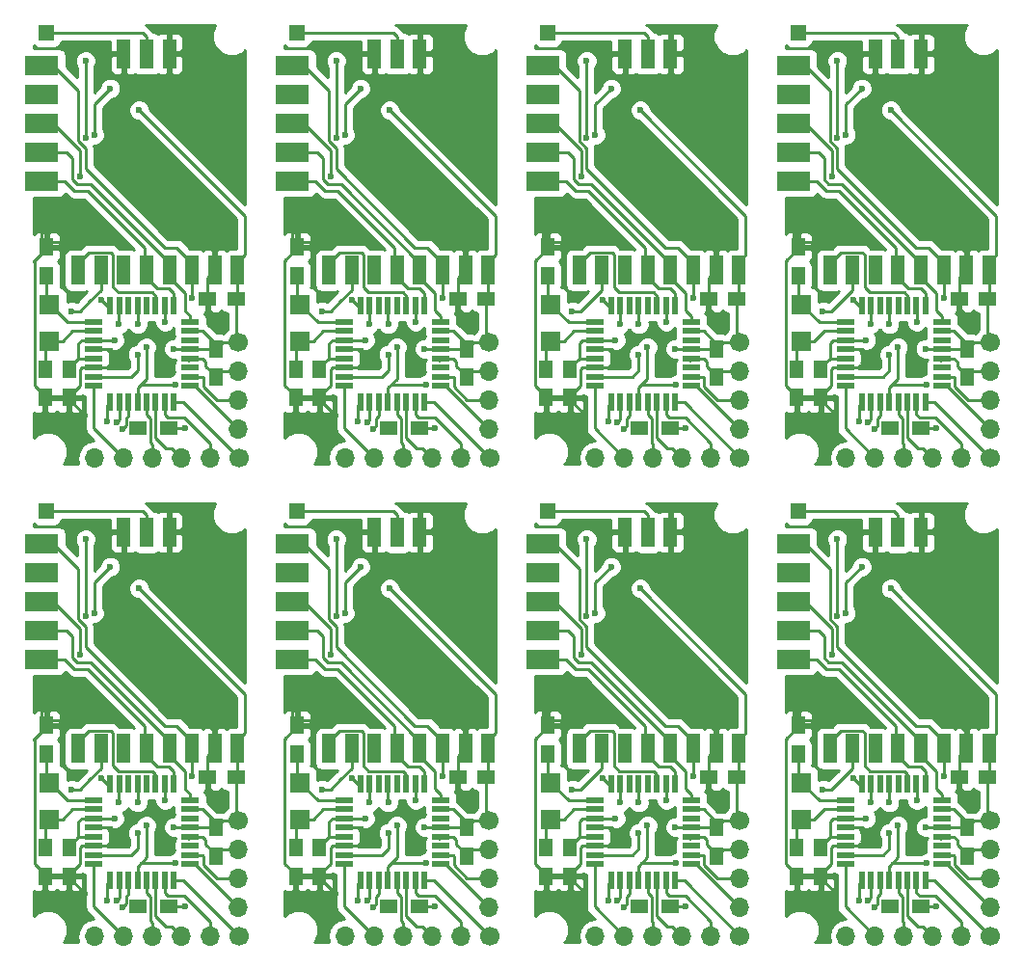
<source format=gbl>
%MOIN*%
%OFA0B0*%
%FSLAX46Y46*%
%IPPOS*%
%LPD*%
%ADD10C,0.0039370078740157488*%
%ADD11R,0.11811023622047245X0.066929133858267723*%
%ADD12R,0.062992125984251982X0.021653543307086617*%
%ADD13R,0.021653543307086617X0.062992125984251982*%
%ADD14C,0.066929133858267723*%
%ADD15O,0.066929133858267723X0.066929133858267723*%
%ADD16R,0.047244094488188976X0.099370078740157491*%
%ADD17R,0.049212598425196853X0.059055118110236227*%
%ADD18R,0.059055118110236227X0.049212598425196853*%
%ADD19R,0.059055118110236227X0.051181102362204731*%
%ADD20R,0.070866141732283464X0.068897637795275593*%
%ADD21R,0.053149606299212608X0.053149606299212608*%
%ADD22C,0.023622047244094488*%
%ADD23C,0.00984251968503937*%
%ADD24C,0.01*%
%ADD35C,0.0039370078740157488*%
%ADD36R,0.11811023622047245X0.066929133858267723*%
%ADD37R,0.062992125984251982X0.021653543307086617*%
%ADD38R,0.021653543307086617X0.062992125984251982*%
%ADD39C,0.066929133858267723*%
%ADD40O,0.066929133858267723X0.066929133858267723*%
%ADD41R,0.047244094488188976X0.099370078740157491*%
%ADD42R,0.049212598425196853X0.059055118110236227*%
%ADD43R,0.059055118110236227X0.049212598425196853*%
%ADD44R,0.059055118110236227X0.051181102362204731*%
%ADD45R,0.070866141732283464X0.068897637795275593*%
%ADD46R,0.053149606299212608X0.053149606299212608*%
%ADD47C,0.023622047244094488*%
%ADD48C,0.00984251968503937*%
%ADD49C,0.01*%
%ADD60C,0.0039370078740157488*%
%ADD61R,0.11811023622047245X0.066929133858267723*%
%ADD62R,0.062992125984251982X0.021653543307086617*%
%ADD63R,0.021653543307086617X0.062992125984251982*%
%ADD64C,0.066929133858267723*%
%ADD65O,0.066929133858267723X0.066929133858267723*%
%ADD66R,0.047244094488188976X0.099370078740157491*%
%ADD67R,0.049212598425196853X0.059055118110236227*%
%ADD68R,0.059055118110236227X0.049212598425196853*%
%ADD69R,0.059055118110236227X0.051181102362204731*%
%ADD70R,0.070866141732283464X0.068897637795275593*%
%ADD71R,0.053149606299212608X0.053149606299212608*%
%ADD72C,0.023622047244094488*%
%ADD73C,0.00984251968503937*%
%ADD74C,0.01*%
%ADD85C,0.0039370078740157488*%
%ADD86R,0.11811023622047245X0.066929133858267723*%
%ADD87R,0.062992125984251982X0.021653543307086617*%
%ADD88R,0.021653543307086617X0.062992125984251982*%
%ADD89C,0.066929133858267723*%
%ADD90O,0.066929133858267723X0.066929133858267723*%
%ADD91R,0.047244094488188976X0.099370078740157491*%
%ADD92R,0.049212598425196853X0.059055118110236227*%
%ADD93R,0.059055118110236227X0.049212598425196853*%
%ADD94R,0.059055118110236227X0.051181102362204731*%
%ADD95R,0.070866141732283464X0.068897637795275593*%
%ADD96R,0.053149606299212608X0.053149606299212608*%
%ADD97C,0.023622047244094488*%
%ADD98C,0.00984251968503937*%
%ADD99C,0.01*%
%ADD110C,0.0039370078740157488*%
%ADD111R,0.11811023622047245X0.066929133858267723*%
%ADD112R,0.062992125984251982X0.021653543307086617*%
%ADD113R,0.021653543307086617X0.062992125984251982*%
%ADD114C,0.066929133858267723*%
%ADD115O,0.066929133858267723X0.066929133858267723*%
%ADD116R,0.047244094488188976X0.099370078740157491*%
%ADD117R,0.049212598425196853X0.059055118110236227*%
%ADD118R,0.059055118110236227X0.049212598425196853*%
%ADD119R,0.059055118110236227X0.051181102362204731*%
%ADD120R,0.070866141732283464X0.068897637795275593*%
%ADD121R,0.053149606299212608X0.053149606299212608*%
%ADD122C,0.023622047244094488*%
%ADD123C,0.00984251968503937*%
%ADD124C,0.01*%
%ADD135C,0.0039370078740157488*%
%ADD136R,0.11811023622047245X0.066929133858267723*%
%ADD137R,0.062992125984251982X0.021653543307086617*%
%ADD138R,0.021653543307086617X0.062992125984251982*%
%ADD139C,0.066929133858267723*%
%ADD140O,0.066929133858267723X0.066929133858267723*%
%ADD141R,0.047244094488188976X0.099370078740157491*%
%ADD142R,0.049212598425196853X0.059055118110236227*%
%ADD143R,0.059055118110236227X0.049212598425196853*%
%ADD144R,0.059055118110236227X0.051181102362204731*%
%ADD145R,0.070866141732283464X0.068897637795275593*%
%ADD146R,0.053149606299212608X0.053149606299212608*%
%ADD147C,0.023622047244094488*%
%ADD148C,0.00984251968503937*%
%ADD149C,0.01*%
%ADD160C,0.0039370078740157488*%
%ADD161R,0.11811023622047245X0.066929133858267723*%
%ADD162R,0.062992125984251982X0.021653543307086617*%
%ADD163R,0.021653543307086617X0.062992125984251982*%
%ADD164C,0.066929133858267723*%
%ADD165O,0.066929133858267723X0.066929133858267723*%
%ADD166R,0.047244094488188976X0.099370078740157491*%
%ADD167R,0.049212598425196853X0.059055118110236227*%
%ADD168R,0.059055118110236227X0.049212598425196853*%
%ADD169R,0.059055118110236227X0.051181102362204731*%
%ADD170R,0.070866141732283464X0.068897637795275593*%
%ADD171R,0.053149606299212608X0.053149606299212608*%
%ADD172C,0.023622047244094488*%
%ADD173C,0.00984251968503937*%
%ADD174C,0.01*%
%ADD185C,0.0039370078740157488*%
%ADD186R,0.11811023622047245X0.066929133858267723*%
%ADD187R,0.062992125984251982X0.021653543307086617*%
%ADD188R,0.021653543307086617X0.062992125984251982*%
%ADD189C,0.066929133858267723*%
%ADD190O,0.066929133858267723X0.066929133858267723*%
%ADD191R,0.047244094488188976X0.099370078740157491*%
%ADD192R,0.049212598425196853X0.059055118110236227*%
%ADD193R,0.059055118110236227X0.049212598425196853*%
%ADD194R,0.059055118110236227X0.051181102362204731*%
%ADD195R,0.070866141732283464X0.068897637795275593*%
%ADD196R,0.053149606299212608X0.053149606299212608*%
%ADD197C,0.023622047244094488*%
%ADD198C,0.00984251968503937*%
%ADD199C,0.01*%
%LPD*%
G01*
D10*
D11*
X-0006692913Y0004921259D02*
X0000055531Y0001006259D03*
X0000055531Y0001206259D03*
X0000055531Y0001406258D03*
X0000054586Y0001106259D03*
X0000054586Y0001306259D03*
D12*
X0000234763Y0000298523D03*
X0000234763Y0000330019D03*
X0000234763Y0000361515D03*
X0000234763Y0000393011D03*
X0000234763Y0000424507D03*
X0000234763Y0000456003D03*
X0000234763Y0000487499D03*
X0000234763Y0000518996D03*
D13*
X0000291850Y0000576082D03*
X0000323346Y0000576082D03*
X0000354841Y0000576082D03*
X0000386338Y0000576082D03*
X0000417834Y0000576082D03*
X0000449330Y0000576082D03*
X0000480826Y0000576082D03*
X0000512322Y0000576082D03*
D12*
X0000569409Y0000518996D03*
X0000569409Y0000487499D03*
X0000569409Y0000456003D03*
X0000569409Y0000424507D03*
X0000569409Y0000393011D03*
X0000569409Y0000361515D03*
X0000569409Y0000330019D03*
X0000569409Y0000298523D03*
D13*
X0000512322Y0000241435D03*
X0000480826Y0000241435D03*
X0000449330Y0000241435D03*
X0000417834Y0000241435D03*
X0000386338Y0000241435D03*
X0000354841Y0000241435D03*
X0000323346Y0000241435D03*
X0000291850Y0000241435D03*
D14*
X0000734586Y0000448759D03*
D15*
X0000734586Y0000348759D03*
X0000734586Y0000248759D03*
X0000734586Y0000148759D03*
D14*
X0000737086Y0000048759D03*
D15*
X0000637086Y0000048759D03*
X0000537086Y0000048759D03*
X0000437086Y0000048759D03*
X0000337086Y0000048759D03*
X0000237086Y0000048759D03*
D16*
X0000732677Y0000697559D03*
X0000653936Y0000697559D03*
X0000575196Y0000697559D03*
X0000496456Y0000697559D03*
X0000417716Y0000697559D03*
X0000338976Y0000697559D03*
X0000260236Y0000697559D03*
X0000181496Y0000697559D03*
X0000417716Y0001445590D03*
X0000496456Y0001445590D03*
X0000338976Y0001445590D03*
D17*
X0000657086Y0000425472D03*
X0000657086Y0000327047D03*
X0000149586Y0000355472D03*
X0000149586Y0000257047D03*
D18*
X0000726299Y0000598759D03*
X0000627874Y0000598759D03*
D19*
X0000388935Y0000151259D03*
X0000495236Y0000151259D03*
D17*
X0000067086Y0000355472D03*
X0000067086Y0000257047D03*
X0000072086Y0000679547D03*
X0000072086Y0000777972D03*
D20*
X0000082086Y0000452283D03*
X0000082086Y0000580236D03*
D21*
X0000072086Y0001518759D03*
D22*
X0000307086Y0000456259D03*
X0000392086Y0001251259D03*
X0000388935Y0000151259D03*
X0000512086Y0000426258D03*
X0000659586Y0000533759D03*
X0000267086Y0000796259D03*
X0000617086Y0000793759D03*
X0000054586Y0000871259D03*
X0000567795Y0001486259D03*
X0000203877Y0000196259D03*
X0000387086Y0000406259D03*
X0000262086Y0000596259D03*
X0000237086Y0001166259D03*
X0000292086Y0001326259D03*
X0000387086Y0000511259D03*
X0000207086Y0001421259D03*
X0000207086Y0001156259D03*
X0000157086Y0000556259D03*
X0000282086Y0000173759D03*
X0000482086Y0000518758D03*
X0000574586Y0000601259D03*
X0000417086Y0000431259D03*
X0000189409Y0001021252D03*
X0000549586Y0000151259D03*
X0000517086Y0000301259D03*
X0000334586Y0000148759D03*
X0000313552Y0000172362D03*
X0000322086Y0000511259D03*
D23*
X0000732677Y0000697559D02*
X0000732677Y0000726850D01*
X0000732677Y0000726850D02*
X0000757086Y0000751259D01*
X0000757086Y0000886259D02*
X0000707086Y0000936259D01*
X0000757086Y0000751259D02*
X0000757086Y0000886259D01*
X0000234763Y0000456003D02*
X0000306830Y0000456003D01*
X0000306830Y0000456003D02*
X0000307086Y0000456259D01*
X0000512086Y0000426258D02*
X0000567657Y0000426258D01*
X0000567657Y0000426258D02*
X0000569409Y0000424507D01*
X0000707086Y0000936259D02*
X0000392086Y0001251259D01*
X0000234763Y0000456003D02*
X0000193425Y0000456003D01*
X0000193425Y0000456003D02*
X0000182204Y0000444783D01*
X0000182204Y0000444783D02*
X0000182204Y0000393011D01*
X0000149586Y0000355472D02*
X0000149586Y0000360393D01*
X0000149586Y0000360393D02*
X0000182204Y0000393011D01*
X0000182204Y0000393011D02*
X0000193425Y0000393011D01*
X0000193425Y0000393011D02*
X0000234763Y0000393011D01*
X0000657086Y0000425472D02*
X0000657086Y0000441161D01*
X0000657086Y0000441161D02*
X0000610748Y0000487499D01*
X0000610748Y0000487499D02*
X0000569409Y0000487499D01*
X0000657086Y0000425472D02*
X0000570374Y0000425472D01*
X0000570374Y0000425472D02*
X0000569409Y0000424507D01*
X0000734586Y0000448759D02*
X0000680373Y0000448759D01*
X0000680373Y0000448759D02*
X0000657086Y0000425472D01*
X0000726299Y0000598759D02*
X0000726299Y0000457047D01*
X0000726299Y0000457047D02*
X0000734586Y0000448759D01*
X0000732677Y0000697559D02*
X0000732677Y0000605137D01*
X0000732677Y0000605137D02*
X0000726299Y0000598759D01*
X0000732677Y0000622637D02*
X0000726299Y0000616259D01*
X0000721377Y0000616259D02*
X0000726299Y0000616259D01*
X0000234763Y0000424507D02*
X0000293838Y0000424507D01*
X0000292342Y0000361515D02*
X0000234763Y0000361515D01*
X0000302086Y0000371259D02*
X0000292342Y0000361515D01*
X0000302086Y0000416259D02*
X0000302086Y0000371259D01*
X0000293838Y0000424507D02*
X0000302086Y0000416259D01*
X0000562657Y0000386259D02*
X0000569409Y0000393011D01*
X0000267086Y0000796259D02*
X0000090374Y0000796259D01*
X0000090374Y0000796259D02*
X0000072086Y0000777972D01*
X0000627874Y0000598759D02*
X0000627874Y0000565472D01*
X0000627874Y0000565472D02*
X0000659586Y0000533759D01*
X0000067086Y0000257047D02*
X0000149586Y0000257047D01*
X0000072086Y0000777972D02*
X0000072086Y0000773051D01*
X0000072086Y0000773051D02*
X0000029684Y0000730649D01*
X0000029684Y0000730649D02*
X0000029684Y0000299370D01*
X0000029684Y0000299370D02*
X0000067086Y0000261967D01*
X0000067086Y0000261967D02*
X0000067086Y0000257047D01*
X0000617175Y0000793848D02*
X0000653936Y0000757086D01*
X0000617086Y0000793759D02*
X0000617175Y0000793848D01*
X0000653936Y0000757086D02*
X0000653936Y0000697559D01*
X0000627874Y0000598759D02*
X0000627874Y0000671496D01*
X0000627874Y0000671496D02*
X0000653936Y0000697559D01*
X0000054586Y0000871259D02*
X0000054586Y0000795472D01*
X0000054586Y0000795472D02*
X0000072086Y0000777972D01*
X0000617263Y0000793759D02*
X0000338976Y0001072047D01*
X0000653936Y0000757086D02*
X0000617263Y0000793759D01*
X0000653936Y0000697559D02*
X0000653936Y0000757086D01*
X0000338976Y0001072047D02*
X0000338976Y0001386060D01*
X0000338976Y0001386060D02*
X0000338976Y0001445590D01*
X0000496456Y0001445590D02*
X0000527125Y0001445590D01*
X0000527125Y0001445590D02*
X0000567795Y0001486259D01*
X0000149586Y0000257047D02*
X0000149586Y0000250551D01*
X0000149586Y0000250551D02*
X0000203877Y0000196259D01*
X0000234763Y0000361515D02*
X0000193425Y0000361515D01*
X0000193425Y0000361515D02*
X0000186988Y0000355078D01*
X0000186988Y0000355078D02*
X0000186988Y0000299370D01*
X0000186988Y0000299370D02*
X0000149586Y0000261967D01*
X0000149586Y0000261967D02*
X0000149586Y0000257047D01*
X0000569409Y0000393011D02*
X0000610748Y0000393011D01*
X0000610748Y0000393011D02*
X0000622637Y0000381122D01*
X0000622637Y0000381122D02*
X0000622637Y0000366417D01*
X0000622637Y0000366417D02*
X0000657086Y0000331968D01*
X0000657086Y0000331968D02*
X0000657086Y0000327047D01*
X0000734586Y0000348759D02*
X0000678799Y0000348759D01*
X0000678799Y0000348759D02*
X0000657086Y0000327047D01*
X0000234763Y0000330019D02*
X0000365846Y0000330019D01*
X0000365846Y0000330019D02*
X0000387086Y0000351259D01*
X0000387086Y0000351259D02*
X0000387086Y0000406259D01*
X0000262086Y0000596259D02*
X0000282263Y0000576082D01*
X0000282263Y0000576082D02*
X0000291850Y0000576082D01*
X0000237086Y0001271259D02*
X0000237086Y0001166259D01*
X0000292086Y0001326259D02*
X0000237086Y0001271259D01*
X0000292086Y0000575846D02*
X0000291850Y0000576082D01*
X0000386338Y0000576082D02*
X0000386338Y0000512007D01*
X0000207086Y0001421259D02*
X0000207086Y0001156259D01*
X0000386338Y0000512007D02*
X0000387086Y0000511259D01*
X0000387086Y0000575334D02*
X0000386338Y0000576082D01*
X0000389586Y0000572834D02*
X0000386338Y0000576082D01*
X0000181496Y0000697559D02*
X0000181496Y0000723622D01*
X0000181496Y0000723622D02*
X0000217913Y0000760039D01*
X0000217913Y0000760039D02*
X0000294094Y0000760039D01*
X0000294094Y0000760039D02*
X0000302559Y0000751574D01*
X0000302559Y0000751574D02*
X0000302559Y0000637637D01*
X0000302559Y0000637637D02*
X0000319822Y0000620374D01*
X0000319822Y0000620374D02*
X0000438897Y0000620374D01*
X0000438897Y0000620374D02*
X0000449330Y0000609941D01*
X0000449330Y0000609941D02*
X0000449330Y0000576082D01*
X0000181496Y0000697559D02*
X0000181496Y0000671496D01*
X0000157086Y0000556259D02*
X0000187086Y0000556259D01*
X0000187086Y0000556259D02*
X0000222086Y0000591259D01*
X0000260236Y0000631259D02*
X0000260236Y0000629409D01*
X0000260236Y0000697559D02*
X0000260236Y0000631259D01*
X0000260236Y0000629409D02*
X0000222086Y0000591259D01*
X0000282086Y0000173759D02*
X0000282086Y0000231673D01*
X0000282086Y0000231673D02*
X0000291850Y0000241435D01*
X0000260236Y0000697559D02*
X0000260236Y0000671496D01*
X0000417716Y0001445590D02*
X0000417716Y0001505118D01*
X0000108503Y0001518759D02*
X0000072086Y0001518759D01*
X0000404073Y0001518759D02*
X0000108503Y0001518759D01*
X0000417716Y0001505118D02*
X0000404073Y0001518759D01*
X0000499585Y0000776259D02*
X0000479586Y0000776259D01*
X0000206910Y0001076259D02*
X0000206910Y0001076259D01*
X0000206910Y0001048936D02*
X0000206910Y0001076259D01*
X0000479586Y0000776259D02*
X0000206910Y0001048936D01*
X0000522559Y0000776259D02*
X0000575196Y0000723622D01*
X0000499585Y0000776259D02*
X0000522559Y0000776259D01*
X0000206910Y0001119306D02*
X0000206910Y0001076259D01*
X0000094901Y0001406258D02*
X0000182086Y0001319074D01*
X0000182086Y0001319074D02*
X0000182086Y0001144130D01*
X0000182086Y0001144130D02*
X0000206910Y0001119306D01*
X0000055531Y0001406258D02*
X0000094901Y0001406258D01*
X0000575196Y0000723622D02*
X0000575196Y0000697559D01*
X0000482086Y0000518758D02*
X0000482086Y0000574822D01*
X0000482086Y0000574822D02*
X0000480826Y0000576082D01*
X0000575196Y0000697559D02*
X0000575196Y0000601870D01*
X0000575196Y0000601870D02*
X0000574586Y0000601259D01*
X0000168582Y0000972755D02*
X0000213090Y0000972755D01*
X0000409586Y0000776259D02*
X0000409586Y0000705688D01*
X0000213090Y0000972755D02*
X0000409586Y0000776259D01*
X0000409586Y0000705688D02*
X0000417716Y0000697559D01*
X0000055531Y0001006259D02*
X0000135078Y0001006259D01*
X0000135078Y0001006259D02*
X0000168582Y0000972755D01*
X0000417716Y0000723622D02*
X0000417716Y0000697559D01*
X0000512322Y0000576082D02*
X0000512322Y0000617421D01*
X0000512322Y0000617421D02*
X0000494665Y0000635078D01*
X0000494665Y0000635078D02*
X0000454133Y0000635078D01*
X0000454133Y0000635078D02*
X0000417716Y0000671496D01*
X0000417716Y0000671496D02*
X0000417716Y0000697559D01*
X0000054586Y0001106259D02*
X0000142086Y0001106259D01*
X0000162086Y0001086259D02*
X0000162086Y0001012013D01*
X0000142086Y0001106259D02*
X0000162086Y0001086259D01*
X0000054586Y0001106259D02*
X0000093956Y0001106259D01*
X0000177454Y0000996645D02*
X0000223433Y0000996645D01*
X0000162086Y0001012013D02*
X0000177454Y0000996645D01*
X0000223433Y0000996645D02*
X0000496456Y0000723622D01*
X0000496456Y0000723622D02*
X0000496456Y0000697559D01*
X0000569409Y0000539665D02*
X0000569409Y0000518996D01*
X0000549980Y0000559094D02*
X0000569409Y0000539665D01*
X0000549980Y0000617972D02*
X0000549980Y0000559094D01*
X0000496456Y0000671496D02*
X0000549980Y0000617972D01*
X0000496456Y0000697559D02*
X0000496456Y0000671496D01*
X0000517086Y0000301259D02*
X0000397086Y0000301259D01*
X0000397086Y0000301259D02*
X0000386338Y0000290511D01*
X0000417086Y0000431259D02*
X0000417086Y0000321259D01*
X0000417086Y0000321259D02*
X0000386338Y0000290511D01*
X0000189193Y0001038172D02*
X0000189409Y0001037955D01*
X0000189409Y0001037955D02*
X0000189409Y0001021252D01*
X0000094901Y0001206259D02*
X0000189193Y0001111967D01*
X0000189193Y0001111967D02*
X0000189193Y0001038172D01*
X0000386338Y0000290511D02*
X0000386338Y0000241435D01*
X0000495236Y0000151259D02*
X0000549586Y0000151259D01*
X0000055531Y0001206259D02*
X0000094901Y0001206259D01*
X0000354841Y0000195315D02*
X0000354841Y0000200098D01*
X0000334586Y0000148759D02*
X0000346397Y0000160570D01*
X0000354841Y0000200098D02*
X0000354841Y0000241435D01*
X0000346397Y0000160570D02*
X0000346397Y0000186870D01*
X0000346397Y0000186870D02*
X0000354841Y0000195315D01*
X0000323346Y0000182156D02*
X0000313552Y0000172362D01*
X0000323346Y0000241435D02*
X0000323346Y0000182156D01*
X0000610748Y0000330019D02*
X0000569409Y0000330019D01*
X0000613700Y0000327066D02*
X0000610748Y0000330019D01*
X0000613700Y0000294701D02*
X0000613700Y0000327066D01*
X0000659642Y0000248759D02*
X0000613700Y0000294701D01*
X0000734586Y0000248759D02*
X0000659642Y0000248759D01*
X0000734586Y0000148759D02*
X0000584822Y0000298523D01*
X0000584822Y0000298523D02*
X0000569409Y0000298523D01*
X0000737086Y0000048759D02*
X0000544409Y0000241435D01*
X0000544409Y0000241435D02*
X0000512322Y0000241435D01*
X0000234763Y0000151082D02*
X0000234763Y0000277854D01*
X0000337086Y0000048759D02*
X0000234763Y0000151082D01*
X0000234763Y0000277854D02*
X0000234763Y0000298523D01*
X0000637086Y0000096085D02*
X0000637086Y0000048759D01*
X0000491279Y0000189644D02*
X0000547618Y0000189644D01*
X0000480826Y0000200098D02*
X0000491279Y0000189644D01*
X0000480826Y0000241435D02*
X0000480826Y0000200098D01*
X0000637086Y0000100177D02*
X0000637086Y0000096085D01*
X0000547618Y0000189644D02*
X0000637086Y0000100177D01*
X0000449330Y0000241435D02*
X0000449330Y0000119015D01*
X0000449330Y0000119015D02*
X0000486121Y0000082224D01*
X0000486121Y0000082224D02*
X0000503622Y0000082224D01*
X0000503622Y0000082224D02*
X0000537086Y0000048759D01*
X0000437086Y0000048759D02*
X0000437086Y0000096085D01*
X0000437086Y0000096085D02*
X0000431259Y0000101912D01*
X0000431259Y0000101912D02*
X0000431259Y0000186673D01*
X0000431259Y0000186673D02*
X0000417834Y0000200098D01*
X0000417834Y0000200098D02*
X0000417834Y0000241435D01*
X0000067086Y0000355472D02*
X0000067086Y0000437283D01*
X0000067086Y0000437283D02*
X0000082086Y0000452283D01*
X0000082086Y0000452283D02*
X0000127362Y0000452283D01*
X0000127362Y0000452283D02*
X0000162578Y0000487499D01*
X0000193425Y0000487499D02*
X0000234763Y0000487499D01*
X0000162578Y0000487499D02*
X0000193425Y0000487499D01*
X0000072086Y0000679547D02*
X0000072086Y0000590236D01*
X0000072086Y0000590236D02*
X0000082086Y0000580236D01*
X0000144547Y0000518758D02*
X0000144783Y0000518996D01*
X0000144783Y0000518996D02*
X0000234763Y0000518996D01*
X0000082086Y0000580236D02*
X0000083070Y0000580236D01*
X0000083070Y0000580236D02*
X0000144547Y0000518758D01*
X0000322086Y0000511259D02*
X0000322086Y0000574822D01*
X0000322086Y0000574822D02*
X0000323346Y0000576082D01*
D24*
G36*
X0000203267Y0000262207D02*
X0000204842Y0000262207D01*
X0000204842Y0000151082D01*
X0000207119Y0000139632D01*
X0000213606Y0000129925D01*
X0000235479Y0000108050D01*
X0000214713Y0000103919D01*
X0000195744Y0000091245D01*
X0000183072Y0000072278D01*
X0000178622Y0000049905D01*
X0000178622Y0000047614D01*
X0000182532Y0000027952D01*
X0000130389Y0000027952D01*
X0000134960Y0000032516D01*
X0000145381Y0000057613D01*
X0000145405Y0000084787D01*
X0000135028Y0000109902D01*
X0000115829Y0000129134D01*
X0000090733Y0000139555D01*
X0000063559Y0000139578D01*
X0000038444Y0000129201D01*
X0000027952Y0000118728D01*
X0000027952Y0000206691D01*
X0000028318Y0000206325D01*
X0000037507Y0000202519D01*
X0000055836Y0000202519D01*
X0000062086Y0000208769D01*
X0000062086Y0000252047D01*
X0000072086Y0000252047D01*
X0000072086Y0000208769D01*
X0000078336Y0000202519D01*
X0000096665Y0000202519D01*
X0000105854Y0000206325D01*
X0000108335Y0000208808D01*
X0000110818Y0000206325D01*
X0000120007Y0000202519D01*
X0000138336Y0000202519D01*
X0000144586Y0000208769D01*
X0000144586Y0000252047D01*
X0000154586Y0000252047D01*
X0000154586Y0000208769D01*
X0000160836Y0000202519D01*
X0000179165Y0000202519D01*
X0000188354Y0000206325D01*
X0000195386Y0000213358D01*
X0000199192Y0000222546D01*
X0000199192Y0000245797D01*
X0000192942Y0000252047D01*
X0000154586Y0000252047D01*
X0000144586Y0000252047D01*
X0000072086Y0000252047D01*
X0000062086Y0000252047D01*
X0000061299Y0000252047D01*
X0000061299Y0000262046D01*
X0000062086Y0000262046D01*
X0000062086Y0000262834D01*
X0000072086Y0000262834D01*
X0000072086Y0000262046D01*
X0000144586Y0000262046D01*
X0000144586Y0000262834D01*
X0000154586Y0000262834D01*
X0000154586Y0000262046D01*
X0000192942Y0000262046D01*
X0000194814Y0000263918D01*
X0000203267Y0000262207D01*
X0000203267Y0000262207D01*
G37*
X0000203267Y0000262207D02*
X0000204842Y0000262207D01*
X0000204842Y0000151082D01*
X0000207119Y0000139632D01*
X0000213606Y0000129925D01*
X0000235479Y0000108050D01*
X0000214713Y0000103919D01*
X0000195744Y0000091245D01*
X0000183072Y0000072278D01*
X0000178622Y0000049905D01*
X0000178622Y0000047614D01*
X0000182532Y0000027952D01*
X0000130389Y0000027952D01*
X0000134960Y0000032516D01*
X0000145381Y0000057613D01*
X0000145405Y0000084787D01*
X0000135028Y0000109902D01*
X0000115829Y0000129134D01*
X0000090733Y0000139555D01*
X0000063559Y0000139578D01*
X0000038444Y0000129201D01*
X0000027952Y0000118728D01*
X0000027952Y0000206691D01*
X0000028318Y0000206325D01*
X0000037507Y0000202519D01*
X0000055836Y0000202519D01*
X0000062086Y0000208769D01*
X0000062086Y0000252047D01*
X0000072086Y0000252047D01*
X0000072086Y0000208769D01*
X0000078336Y0000202519D01*
X0000096665Y0000202519D01*
X0000105854Y0000206325D01*
X0000108335Y0000208808D01*
X0000110818Y0000206325D01*
X0000120007Y0000202519D01*
X0000138336Y0000202519D01*
X0000144586Y0000208769D01*
X0000144586Y0000252047D01*
X0000154586Y0000252047D01*
X0000154586Y0000208769D01*
X0000160836Y0000202519D01*
X0000179165Y0000202519D01*
X0000188354Y0000206325D01*
X0000195386Y0000213358D01*
X0000199192Y0000222546D01*
X0000199192Y0000245797D01*
X0000192942Y0000252047D01*
X0000154586Y0000252047D01*
X0000144586Y0000252047D01*
X0000072086Y0000252047D01*
X0000062086Y0000252047D01*
X0000061299Y0000252047D01*
X0000061299Y0000262046D01*
X0000062086Y0000262046D01*
X0000062086Y0000262834D01*
X0000072086Y0000262834D01*
X0000072086Y0000262046D01*
X0000144586Y0000262046D01*
X0000144586Y0000262834D01*
X0000154586Y0000262834D01*
X0000154586Y0000262046D01*
X0000192942Y0000262046D01*
X0000194814Y0000263918D01*
X0000203267Y0000262207D01*
G36*
X0000662086Y0000332047D02*
X0000662873Y0000332047D01*
X0000662873Y0000322047D01*
X0000662086Y0000322047D01*
X0000662086Y0000321259D01*
X0000652086Y0000321259D01*
X0000652086Y0000322047D01*
X0000651298Y0000322047D01*
X0000651298Y0000332047D01*
X0000652086Y0000332047D01*
X0000652086Y0000332834D01*
X0000662086Y0000332834D01*
X0000662086Y0000332047D01*
X0000662086Y0000332047D01*
G37*
X0000662086Y0000332047D02*
X0000662873Y0000332047D01*
X0000662873Y0000322047D01*
X0000662086Y0000322047D01*
X0000662086Y0000321259D01*
X0000652086Y0000321259D01*
X0000652086Y0000322047D01*
X0000651298Y0000322047D01*
X0000651298Y0000332047D01*
X0000652086Y0000332047D01*
X0000652086Y0000332834D01*
X0000662086Y0000332834D01*
X0000662086Y0000332047D01*
G36*
X0000438503Y0000519096D02*
X0000445275Y0000519096D01*
X0000445269Y0000511468D01*
X0000450861Y0000497935D01*
X0000461207Y0000487571D01*
X0000474732Y0000481955D01*
X0000489376Y0000481942D01*
X0000502911Y0000487533D01*
X0000512422Y0000497030D01*
X0000512422Y0000476673D01*
X0000513383Y0000471571D01*
X0000512422Y0000466829D01*
X0000512422Y0000463070D01*
X0000504796Y0000463077D01*
X0000491262Y0000457484D01*
X0000480897Y0000447138D01*
X0000475281Y0000433614D01*
X0000475269Y0000418969D01*
X0000480861Y0000405435D01*
X0000491207Y0000395071D01*
X0000504731Y0000389455D01*
X0000512912Y0000389448D01*
X0000512912Y0000388011D01*
X0000518362Y0000388011D01*
X0000516634Y0000385482D01*
X0000512912Y0000381761D01*
X0000512912Y0000377212D01*
X0000513246Y0000376407D01*
X0000512422Y0000372342D01*
X0000512422Y0000350688D01*
X0000513383Y0000345587D01*
X0000512422Y0000340845D01*
X0000512422Y0000338074D01*
X0000509796Y0000338077D01*
X0000496262Y0000332484D01*
X0000494955Y0000331180D01*
X0000447007Y0000331180D01*
X0000447007Y0000409115D01*
X0000448275Y0000410380D01*
X0000453891Y0000423904D01*
X0000453904Y0000438549D01*
X0000448311Y0000452084D01*
X0000437965Y0000462448D01*
X0000424440Y0000468064D01*
X0000409796Y0000468077D01*
X0000396261Y0000462484D01*
X0000385897Y0000452138D01*
X0000382134Y0000443075D01*
X0000379796Y0000443077D01*
X0000366262Y0000437484D01*
X0000355897Y0000427138D01*
X0000350281Y0000413614D01*
X0000350269Y0000398969D01*
X0000355861Y0000385435D01*
X0000357165Y0000384129D01*
X0000357165Y0000363653D01*
X0000353452Y0000359940D01*
X0000282597Y0000359940D01*
X0000280299Y0000361511D01*
X0000284033Y0000363913D01*
X0000287539Y0000369045D01*
X0000291259Y0000372765D01*
X0000291259Y0000377315D01*
X0000290926Y0000378120D01*
X0000291749Y0000382184D01*
X0000291749Y0000403838D01*
X0000290966Y0000408000D01*
X0000291259Y0000408708D01*
X0000291259Y0000413257D01*
X0000287464Y0000417053D01*
X0000285885Y0000419507D01*
X0000291259Y0000419507D01*
X0000291259Y0000422973D01*
X0000299732Y0000419455D01*
X0000314376Y0000419442D01*
X0000327911Y0000425034D01*
X0000338275Y0000435380D01*
X0000343891Y0000448905D01*
X0000343904Y0000463549D01*
X0000338310Y0000477084D01*
X0000337569Y0000477827D01*
X0000342911Y0000480033D01*
X0000353275Y0000490380D01*
X0000354582Y0000493528D01*
X0000355861Y0000490435D01*
X0000366207Y0000480071D01*
X0000379732Y0000474455D01*
X0000394376Y0000474442D01*
X0000407911Y0000480033D01*
X0000418274Y0000490380D01*
X0000423891Y0000503905D01*
X0000423904Y0000518549D01*
X0000423678Y0000519096D01*
X0000428661Y0000519096D01*
X0000433763Y0000520055D01*
X0000438503Y0000519096D01*
X0000438503Y0000519096D01*
G37*
X0000438503Y0000519096D02*
X0000445275Y0000519096D01*
X0000445269Y0000511468D01*
X0000450861Y0000497935D01*
X0000461207Y0000487571D01*
X0000474732Y0000481955D01*
X0000489376Y0000481942D01*
X0000502911Y0000487533D01*
X0000512422Y0000497030D01*
X0000512422Y0000476673D01*
X0000513383Y0000471571D01*
X0000512422Y0000466829D01*
X0000512422Y0000463070D01*
X0000504796Y0000463077D01*
X0000491262Y0000457484D01*
X0000480897Y0000447138D01*
X0000475281Y0000433614D01*
X0000475269Y0000418969D01*
X0000480861Y0000405435D01*
X0000491207Y0000395071D01*
X0000504731Y0000389455D01*
X0000512912Y0000389448D01*
X0000512912Y0000388011D01*
X0000518362Y0000388011D01*
X0000516634Y0000385482D01*
X0000512912Y0000381761D01*
X0000512912Y0000377212D01*
X0000513246Y0000376407D01*
X0000512422Y0000372342D01*
X0000512422Y0000350688D01*
X0000513383Y0000345587D01*
X0000512422Y0000340845D01*
X0000512422Y0000338074D01*
X0000509796Y0000338077D01*
X0000496262Y0000332484D01*
X0000494955Y0000331180D01*
X0000447007Y0000331180D01*
X0000447007Y0000409115D01*
X0000448275Y0000410380D01*
X0000453891Y0000423904D01*
X0000453904Y0000438549D01*
X0000448311Y0000452084D01*
X0000437965Y0000462448D01*
X0000424440Y0000468064D01*
X0000409796Y0000468077D01*
X0000396261Y0000462484D01*
X0000385897Y0000452138D01*
X0000382134Y0000443075D01*
X0000379796Y0000443077D01*
X0000366262Y0000437484D01*
X0000355897Y0000427138D01*
X0000350281Y0000413614D01*
X0000350269Y0000398969D01*
X0000355861Y0000385435D01*
X0000357165Y0000384129D01*
X0000357165Y0000363653D01*
X0000353452Y0000359940D01*
X0000282597Y0000359940D01*
X0000280299Y0000361511D01*
X0000284033Y0000363913D01*
X0000287539Y0000369045D01*
X0000291259Y0000372765D01*
X0000291259Y0000377315D01*
X0000290926Y0000378120D01*
X0000291749Y0000382184D01*
X0000291749Y0000403838D01*
X0000290966Y0000408000D01*
X0000291259Y0000408708D01*
X0000291259Y0000413257D01*
X0000287464Y0000417053D01*
X0000285885Y0000419507D01*
X0000291259Y0000419507D01*
X0000291259Y0000422973D01*
X0000299732Y0000419455D01*
X0000314376Y0000419442D01*
X0000327911Y0000425034D01*
X0000338275Y0000435380D01*
X0000343891Y0000448905D01*
X0000343904Y0000463549D01*
X0000338310Y0000477084D01*
X0000337569Y0000477827D01*
X0000342911Y0000480033D01*
X0000353275Y0000490380D01*
X0000354582Y0000493528D01*
X0000355861Y0000490435D01*
X0000366207Y0000480071D01*
X0000379732Y0000474455D01*
X0000394376Y0000474442D01*
X0000407911Y0000480033D01*
X0000418274Y0000490380D01*
X0000423891Y0000503905D01*
X0000423904Y0000518549D01*
X0000423678Y0000519096D01*
X0000428661Y0000519096D01*
X0000433763Y0000520055D01*
X0000438503Y0000519096D01*
G36*
X0000739586Y0000353759D02*
X0000740373Y0000353759D01*
X0000740373Y0000343759D01*
X0000739586Y0000343759D01*
X0000739586Y0000342972D01*
X0000729586Y0000342972D01*
X0000729586Y0000343759D01*
X0000728799Y0000343759D01*
X0000728799Y0000353759D01*
X0000729586Y0000353759D01*
X0000729586Y0000354547D01*
X0000739586Y0000354547D01*
X0000739586Y0000353759D01*
X0000739586Y0000353759D01*
G37*
X0000739586Y0000353759D02*
X0000740373Y0000353759D01*
X0000740373Y0000343759D01*
X0000739586Y0000343759D01*
X0000739586Y0000342972D01*
X0000729586Y0000342972D01*
X0000729586Y0000343759D01*
X0000728799Y0000343759D01*
X0000728799Y0000353759D01*
X0000729586Y0000353759D01*
X0000729586Y0000354547D01*
X0000739586Y0000354547D01*
X0000739586Y0000353759D01*
G36*
X0000632873Y0000603759D02*
X0000633661Y0000603759D01*
X0000633661Y0000593759D01*
X0000632873Y0000593759D01*
X0000632873Y0000555403D01*
X0000639122Y0000549153D01*
X0000662374Y0000549153D01*
X0000671561Y0000552959D01*
X0000677123Y0000558520D01*
X0000678500Y0000556380D01*
X0000686854Y0000550672D01*
X0000696377Y0000548743D01*
X0000696377Y0000493227D01*
X0000685051Y0000481920D01*
X0000684243Y0000479973D01*
X0000681691Y0000480489D01*
X0000660073Y0000480489D01*
X0000631905Y0000508657D01*
X0000626395Y0000512339D01*
X0000626395Y0000529822D01*
X0000624652Y0000539087D01*
X0000619176Y0000547596D01*
X0000616734Y0000549264D01*
X0000622873Y0000555403D01*
X0000622873Y0000593759D01*
X0000622086Y0000593759D01*
X0000622086Y0000603759D01*
X0000622873Y0000603759D01*
X0000622873Y0000604547D01*
X0000632873Y0000604547D01*
X0000632873Y0000603759D01*
X0000632873Y0000603759D01*
G37*
X0000632873Y0000603759D02*
X0000633661Y0000603759D01*
X0000633661Y0000593759D01*
X0000632873Y0000593759D01*
X0000632873Y0000555403D01*
X0000639122Y0000549153D01*
X0000662374Y0000549153D01*
X0000671561Y0000552959D01*
X0000677123Y0000558520D01*
X0000678500Y0000556380D01*
X0000686854Y0000550672D01*
X0000696377Y0000548743D01*
X0000696377Y0000493227D01*
X0000685051Y0000481920D01*
X0000684243Y0000479973D01*
X0000681691Y0000480489D01*
X0000660073Y0000480489D01*
X0000631905Y0000508657D01*
X0000626395Y0000512339D01*
X0000626395Y0000529822D01*
X0000624652Y0000539087D01*
X0000619176Y0000547596D01*
X0000616734Y0000549264D01*
X0000622873Y0000555403D01*
X0000622873Y0000593759D01*
X0000622086Y0000593759D01*
X0000622086Y0000603759D01*
X0000622873Y0000603759D01*
X0000622873Y0000604547D01*
X0000632873Y0000604547D01*
X0000632873Y0000603759D01*
G36*
X0000147425Y0000951598D02*
X0000157132Y0000945112D01*
X0000168582Y0000942834D01*
X0000200696Y0000942834D01*
X0000373432Y0000770099D01*
X0000372514Y0000770724D01*
X0000362598Y0000772732D01*
X0000323715Y0000772732D01*
X0000315252Y0000781196D01*
X0000305544Y0000787683D01*
X0000294094Y0000789960D01*
X0000217913Y0000789960D01*
X0000206463Y0000787683D01*
X0000196755Y0000781196D01*
X0000188292Y0000772732D01*
X0000157873Y0000772732D01*
X0000148609Y0000770990D01*
X0000140100Y0000765515D01*
X0000134392Y0000757160D01*
X0000132384Y0000747244D01*
X0000132384Y0000647874D01*
X0000134127Y0000638609D01*
X0000139602Y0000630100D01*
X0000147957Y0000624392D01*
X0000157873Y0000622384D01*
X0000205117Y0000622384D01*
X0000212235Y0000623723D01*
X0000176548Y0000588036D01*
X0000164440Y0000593064D01*
X0000149796Y0000593077D01*
X0000143009Y0000590272D01*
X0000143009Y0000614685D01*
X0000141266Y0000623949D01*
X0000135790Y0000632458D01*
X0000127436Y0000638166D01*
X0000119894Y0000639693D01*
X0000120174Y0000640102D01*
X0000122182Y0000650019D01*
X0000122182Y0000709074D01*
X0000120438Y0000718339D01*
X0000114964Y0000726848D01*
X0000112283Y0000728679D01*
X0000117886Y0000734283D01*
X0000121692Y0000743472D01*
X0000121692Y0000766722D01*
X0000115442Y0000772972D01*
X0000077086Y0000772972D01*
X0000077086Y0000772185D01*
X0000067086Y0000772185D01*
X0000067086Y0000772972D01*
X0000066299Y0000772972D01*
X0000066299Y0000782972D01*
X0000067086Y0000782972D01*
X0000067086Y0000826250D01*
X0000077086Y0000826250D01*
X0000077086Y0000782972D01*
X0000115442Y0000782972D01*
X0000121692Y0000789222D01*
X0000121692Y0000812472D01*
X0000117886Y0000821661D01*
X0000110854Y0000828693D01*
X0000101665Y0000832500D01*
X0000083336Y0000832500D01*
X0000077086Y0000826250D01*
X0000067086Y0000826250D01*
X0000060836Y0000832500D01*
X0000042507Y0000832500D01*
X0000033318Y0000828693D01*
X0000027952Y0000823326D01*
X0000027952Y0000947305D01*
X0000114586Y0000947305D01*
X0000123851Y0000949048D01*
X0000132359Y0000954524D01*
X0000137287Y0000961734D01*
X0000147425Y0000951598D01*
X0000147425Y0000951598D01*
G37*
X0000147425Y0000951598D02*
X0000157132Y0000945112D01*
X0000168582Y0000942834D01*
X0000200696Y0000942834D01*
X0000373432Y0000770099D01*
X0000372514Y0000770724D01*
X0000362598Y0000772732D01*
X0000323715Y0000772732D01*
X0000315252Y0000781196D01*
X0000305544Y0000787683D01*
X0000294094Y0000789960D01*
X0000217913Y0000789960D01*
X0000206463Y0000787683D01*
X0000196755Y0000781196D01*
X0000188292Y0000772732D01*
X0000157873Y0000772732D01*
X0000148609Y0000770990D01*
X0000140100Y0000765515D01*
X0000134392Y0000757160D01*
X0000132384Y0000747244D01*
X0000132384Y0000647874D01*
X0000134127Y0000638609D01*
X0000139602Y0000630100D01*
X0000147957Y0000624392D01*
X0000157873Y0000622384D01*
X0000205117Y0000622384D01*
X0000212235Y0000623723D01*
X0000176548Y0000588036D01*
X0000164440Y0000593064D01*
X0000149796Y0000593077D01*
X0000143009Y0000590272D01*
X0000143009Y0000614685D01*
X0000141266Y0000623949D01*
X0000135790Y0000632458D01*
X0000127436Y0000638166D01*
X0000119894Y0000639693D01*
X0000120174Y0000640102D01*
X0000122182Y0000650019D01*
X0000122182Y0000709074D01*
X0000120438Y0000718339D01*
X0000114964Y0000726848D01*
X0000112283Y0000728679D01*
X0000117886Y0000734283D01*
X0000121692Y0000743472D01*
X0000121692Y0000766722D01*
X0000115442Y0000772972D01*
X0000077086Y0000772972D01*
X0000077086Y0000772185D01*
X0000067086Y0000772185D01*
X0000067086Y0000772972D01*
X0000066299Y0000772972D01*
X0000066299Y0000782972D01*
X0000067086Y0000782972D01*
X0000067086Y0000826250D01*
X0000077086Y0000826250D01*
X0000077086Y0000782972D01*
X0000115442Y0000782972D01*
X0000121692Y0000789222D01*
X0000121692Y0000812472D01*
X0000117886Y0000821661D01*
X0000110854Y0000828693D01*
X0000101665Y0000832500D01*
X0000083336Y0000832500D01*
X0000077086Y0000826250D01*
X0000067086Y0000826250D01*
X0000060836Y0000832500D01*
X0000042507Y0000832500D01*
X0000033318Y0000828693D01*
X0000027952Y0000823326D01*
X0000027952Y0000947305D01*
X0000114586Y0000947305D01*
X0000123851Y0000949048D01*
X0000132359Y0000954524D01*
X0000137287Y0000961734D01*
X0000147425Y0000951598D01*
G36*
X0000654212Y0001545003D02*
X0000643791Y0001519906D01*
X0000643767Y0001492732D01*
X0000654143Y0001467615D01*
X0000673343Y0001448385D01*
X0000698439Y0001437964D01*
X0000725614Y0001437939D01*
X0000750728Y0001448318D01*
X0000759447Y0001457022D01*
X0000759447Y0000926212D01*
X0000428902Y0001256759D01*
X0000428903Y0001258549D01*
X0000423311Y0001272084D01*
X0000412965Y0001282447D01*
X0000399440Y0001288064D01*
X0000384796Y0001288077D01*
X0000371262Y0001282484D01*
X0000360896Y0001272138D01*
X0000355280Y0001258614D01*
X0000355268Y0001243969D01*
X0000360860Y0001230435D01*
X0000371207Y0001220071D01*
X0000384731Y0001214455D01*
X0000386577Y0001214453D01*
X0000727165Y0000873865D01*
X0000727165Y0000772732D01*
X0000709055Y0000772732D01*
X0000699790Y0000770990D01*
X0000693327Y0000766831D01*
X0000691720Y0000768437D01*
X0000682531Y0000772244D01*
X0000665186Y0000772244D01*
X0000658936Y0000765994D01*
X0000658936Y0000702559D01*
X0000659724Y0000702559D01*
X0000659724Y0000692559D01*
X0000658936Y0000692559D01*
X0000658936Y0000691771D01*
X0000648937Y0000691771D01*
X0000648937Y0000692559D01*
X0000648149Y0000692559D01*
X0000648149Y0000702559D01*
X0000648937Y0000702559D01*
X0000648937Y0000765994D01*
X0000642687Y0000772244D01*
X0000625342Y0000772244D01*
X0000616153Y0000768437D01*
X0000614501Y0000766786D01*
X0000608735Y0000770724D01*
X0000598818Y0000772732D01*
X0000568400Y0000772732D01*
X0000543716Y0000797417D01*
X0000534009Y0000803903D01*
X0000522559Y0000806180D01*
X0000491980Y0000806180D01*
X0000236831Y0001061329D01*
X0000236831Y0001076258D01*
X0000236831Y0001076259D01*
X0000236831Y0001119306D01*
X0000234814Y0001129450D01*
X0000244376Y0001129442D01*
X0000257911Y0001135034D01*
X0000268275Y0001145380D01*
X0000273891Y0001158905D01*
X0000273904Y0001173549D01*
X0000268311Y0001187084D01*
X0000267007Y0001188390D01*
X0000267007Y0001258866D01*
X0000297585Y0001289444D01*
X0000299376Y0001289442D01*
X0000312911Y0001295034D01*
X0000323275Y0001305380D01*
X0000328891Y0001318905D01*
X0000328904Y0001333549D01*
X0000323311Y0001347084D01*
X0000312965Y0001357448D01*
X0000299440Y0001363064D01*
X0000284796Y0001363077D01*
X0000271262Y0001357484D01*
X0000260897Y0001347138D01*
X0000255280Y0001333614D01*
X0000255280Y0001331768D01*
X0000237007Y0001313496D01*
X0000237007Y0001399115D01*
X0000238275Y0001400380D01*
X0000243891Y0001413905D01*
X0000243904Y0001428549D01*
X0000241510Y0001434340D01*
X0000290354Y0001434340D01*
X0000290354Y0001390932D01*
X0000294160Y0001381744D01*
X0000301192Y0001374711D01*
X0000310381Y0001370905D01*
X0000327726Y0001370905D01*
X0000333976Y0001377155D01*
X0000333976Y0001440590D01*
X0000296604Y0001440590D01*
X0000290354Y0001434340D01*
X0000241510Y0001434340D01*
X0000238311Y0001442084D01*
X0000227965Y0001452446D01*
X0000214440Y0001458064D01*
X0000199796Y0001458077D01*
X0000186262Y0001452484D01*
X0000175897Y0001442138D01*
X0000170281Y0001428614D01*
X0000170269Y0001413969D01*
X0000175861Y0001400435D01*
X0000177165Y0001399129D01*
X0000177165Y0001366310D01*
X0000140076Y0001403399D01*
X0000140076Y0001439723D01*
X0000138333Y0001448988D01*
X0000132857Y0001457496D01*
X0000124503Y0001463205D01*
X0000114586Y0001465214D01*
X0000027952Y0001465214D01*
X0000027952Y0001473925D01*
X0000035594Y0001468703D01*
X0000045511Y0001466695D01*
X0000098661Y0001466695D01*
X0000107925Y0001468438D01*
X0000116434Y0001473913D01*
X0000122142Y0001482268D01*
X0000123473Y0001488838D01*
X0000290354Y0001488838D01*
X0000290354Y0001456840D01*
X0000296604Y0001450590D01*
X0000333976Y0001450590D01*
X0000333976Y0001451377D01*
X0000343976Y0001451377D01*
X0000343976Y0001450590D01*
X0000344763Y0001450590D01*
X0000344763Y0001440590D01*
X0000343976Y0001440590D01*
X0000343976Y0001377155D01*
X0000350226Y0001370905D01*
X0000367571Y0001370905D01*
X0000376759Y0001374711D01*
X0000378411Y0001376363D01*
X0000384177Y0001372423D01*
X0000394094Y0001370415D01*
X0000441338Y0001370415D01*
X0000450601Y0001372158D01*
X0000457066Y0001376318D01*
X0000458673Y0001374711D01*
X0000467861Y0001370905D01*
X0000485206Y0001370905D01*
X0000491456Y0001377155D01*
X0000491456Y0001440590D01*
X0000501456Y0001440590D01*
X0000501456Y0001377155D01*
X0000507706Y0001370905D01*
X0000525051Y0001370905D01*
X0000534240Y0001374711D01*
X0000541272Y0001381744D01*
X0000545078Y0001390932D01*
X0000545078Y0001434340D01*
X0000538828Y0001440590D01*
X0000501456Y0001440590D01*
X0000491456Y0001440590D01*
X0000490669Y0001440590D01*
X0000490669Y0001450590D01*
X0000491456Y0001450590D01*
X0000491456Y0001514025D01*
X0000501456Y0001514025D01*
X0000501456Y0001450590D01*
X0000538828Y0001450590D01*
X0000545078Y0001456840D01*
X0000545078Y0001500247D01*
X0000541272Y0001509436D01*
X0000534240Y0001516469D01*
X0000525051Y0001520275D01*
X0000507706Y0001520275D01*
X0000501456Y0001514025D01*
X0000491456Y0001514025D01*
X0000485206Y0001520275D01*
X0000467861Y0001520275D01*
X0000458673Y0001516469D01*
X0000457021Y0001514817D01*
X0000451255Y0001518757D01*
X0000442746Y0001520479D01*
X0000438873Y0001526275D01*
X0000425232Y0001539917D01*
X0000415525Y0001546402D01*
X0000413278Y0001546849D01*
X0000656061Y0001546849D01*
X0000654212Y0001545003D01*
X0000654212Y0001545003D01*
G37*
X0000654212Y0001545003D02*
X0000643791Y0001519906D01*
X0000643767Y0001492732D01*
X0000654143Y0001467615D01*
X0000673343Y0001448385D01*
X0000698439Y0001437964D01*
X0000725614Y0001437939D01*
X0000750728Y0001448318D01*
X0000759447Y0001457022D01*
X0000759447Y0000926212D01*
X0000428902Y0001256759D01*
X0000428903Y0001258549D01*
X0000423311Y0001272084D01*
X0000412965Y0001282447D01*
X0000399440Y0001288064D01*
X0000384796Y0001288077D01*
X0000371262Y0001282484D01*
X0000360896Y0001272138D01*
X0000355280Y0001258614D01*
X0000355268Y0001243969D01*
X0000360860Y0001230435D01*
X0000371207Y0001220071D01*
X0000384731Y0001214455D01*
X0000386577Y0001214453D01*
X0000727165Y0000873865D01*
X0000727165Y0000772732D01*
X0000709055Y0000772732D01*
X0000699790Y0000770990D01*
X0000693327Y0000766831D01*
X0000691720Y0000768437D01*
X0000682531Y0000772244D01*
X0000665186Y0000772244D01*
X0000658936Y0000765994D01*
X0000658936Y0000702559D01*
X0000659724Y0000702559D01*
X0000659724Y0000692559D01*
X0000658936Y0000692559D01*
X0000658936Y0000691771D01*
X0000648937Y0000691771D01*
X0000648937Y0000692559D01*
X0000648149Y0000692559D01*
X0000648149Y0000702559D01*
X0000648937Y0000702559D01*
X0000648937Y0000765994D01*
X0000642687Y0000772244D01*
X0000625342Y0000772244D01*
X0000616153Y0000768437D01*
X0000614501Y0000766786D01*
X0000608735Y0000770724D01*
X0000598818Y0000772732D01*
X0000568400Y0000772732D01*
X0000543716Y0000797417D01*
X0000534009Y0000803903D01*
X0000522559Y0000806180D01*
X0000491980Y0000806180D01*
X0000236831Y0001061329D01*
X0000236831Y0001076258D01*
X0000236831Y0001076259D01*
X0000236831Y0001119306D01*
X0000234814Y0001129450D01*
X0000244376Y0001129442D01*
X0000257911Y0001135034D01*
X0000268275Y0001145380D01*
X0000273891Y0001158905D01*
X0000273904Y0001173549D01*
X0000268311Y0001187084D01*
X0000267007Y0001188390D01*
X0000267007Y0001258866D01*
X0000297585Y0001289444D01*
X0000299376Y0001289442D01*
X0000312911Y0001295034D01*
X0000323275Y0001305380D01*
X0000328891Y0001318905D01*
X0000328904Y0001333549D01*
X0000323311Y0001347084D01*
X0000312965Y0001357448D01*
X0000299440Y0001363064D01*
X0000284796Y0001363077D01*
X0000271262Y0001357484D01*
X0000260897Y0001347138D01*
X0000255280Y0001333614D01*
X0000255280Y0001331768D01*
X0000237007Y0001313496D01*
X0000237007Y0001399115D01*
X0000238275Y0001400380D01*
X0000243891Y0001413905D01*
X0000243904Y0001428549D01*
X0000241510Y0001434340D01*
X0000290354Y0001434340D01*
X0000290354Y0001390932D01*
X0000294160Y0001381744D01*
X0000301192Y0001374711D01*
X0000310381Y0001370905D01*
X0000327726Y0001370905D01*
X0000333976Y0001377155D01*
X0000333976Y0001440590D01*
X0000296604Y0001440590D01*
X0000290354Y0001434340D01*
X0000241510Y0001434340D01*
X0000238311Y0001442084D01*
X0000227965Y0001452446D01*
X0000214440Y0001458064D01*
X0000199796Y0001458077D01*
X0000186262Y0001452484D01*
X0000175897Y0001442138D01*
X0000170281Y0001428614D01*
X0000170269Y0001413969D01*
X0000175861Y0001400435D01*
X0000177165Y0001399129D01*
X0000177165Y0001366310D01*
X0000140076Y0001403399D01*
X0000140076Y0001439723D01*
X0000138333Y0001448988D01*
X0000132857Y0001457496D01*
X0000124503Y0001463205D01*
X0000114586Y0001465214D01*
X0000027952Y0001465214D01*
X0000027952Y0001473925D01*
X0000035594Y0001468703D01*
X0000045511Y0001466695D01*
X0000098661Y0001466695D01*
X0000107925Y0001468438D01*
X0000116434Y0001473913D01*
X0000122142Y0001482268D01*
X0000123473Y0001488838D01*
X0000290354Y0001488838D01*
X0000290354Y0001456840D01*
X0000296604Y0001450590D01*
X0000333976Y0001450590D01*
X0000333976Y0001451377D01*
X0000343976Y0001451377D01*
X0000343976Y0001450590D01*
X0000344763Y0001450590D01*
X0000344763Y0001440590D01*
X0000343976Y0001440590D01*
X0000343976Y0001377155D01*
X0000350226Y0001370905D01*
X0000367571Y0001370905D01*
X0000376759Y0001374711D01*
X0000378411Y0001376363D01*
X0000384177Y0001372423D01*
X0000394094Y0001370415D01*
X0000441338Y0001370415D01*
X0000450601Y0001372158D01*
X0000457066Y0001376318D01*
X0000458673Y0001374711D01*
X0000467861Y0001370905D01*
X0000485206Y0001370905D01*
X0000491456Y0001377155D01*
X0000491456Y0001440590D01*
X0000501456Y0001440590D01*
X0000501456Y0001377155D01*
X0000507706Y0001370905D01*
X0000525051Y0001370905D01*
X0000534240Y0001374711D01*
X0000541272Y0001381744D01*
X0000545078Y0001390932D01*
X0000545078Y0001434340D01*
X0000538828Y0001440590D01*
X0000501456Y0001440590D01*
X0000491456Y0001440590D01*
X0000490669Y0001440590D01*
X0000490669Y0001450590D01*
X0000491456Y0001450590D01*
X0000491456Y0001514025D01*
X0000501456Y0001514025D01*
X0000501456Y0001450590D01*
X0000538828Y0001450590D01*
X0000545078Y0001456840D01*
X0000545078Y0001500247D01*
X0000541272Y0001509436D01*
X0000534240Y0001516469D01*
X0000525051Y0001520275D01*
X0000507706Y0001520275D01*
X0000501456Y0001514025D01*
X0000491456Y0001514025D01*
X0000485206Y0001520275D01*
X0000467861Y0001520275D01*
X0000458673Y0001516469D01*
X0000457021Y0001514817D01*
X0000451255Y0001518757D01*
X0000442746Y0001520479D01*
X0000438873Y0001526275D01*
X0000425232Y0001539917D01*
X0000415525Y0001546402D01*
X0000413278Y0001546849D01*
X0000656061Y0001546849D01*
X0000654212Y0001545003D01*
G36*
X0000031846Y0000728722D02*
X0000029707Y0000727346D01*
X0000027952Y0000724778D01*
X0000027952Y0000732617D01*
X0000031846Y0000728722D01*
X0000031846Y0000728722D01*
G37*
X0000031846Y0000728722D02*
X0000029707Y0000727346D01*
X0000027952Y0000724778D01*
X0000027952Y0000732617D01*
X0000031846Y0000728722D01*
G01*
D35*
D36*
X-0006692913Y0006574803D02*
X0000055531Y0002659803D03*
X0000055531Y0002859803D03*
X0000055531Y0003059803D03*
X0000054586Y0002759803D03*
X0000054586Y0002959803D03*
D37*
X0000234763Y0001952066D03*
X0000234763Y0001983562D03*
X0000234763Y0002015059D03*
X0000234763Y0002046555D03*
X0000234763Y0002078050D03*
X0000234763Y0002109547D03*
X0000234763Y0002141043D03*
X0000234763Y0002172539D03*
D38*
X0000291850Y0002229625D03*
X0000323346Y0002229625D03*
X0000354841Y0002229625D03*
X0000386338Y0002229625D03*
X0000417834Y0002229625D03*
X0000449330Y0002229625D03*
X0000480826Y0002229625D03*
X0000512322Y0002229625D03*
D37*
X0000569409Y0002172539D03*
X0000569409Y0002141043D03*
X0000569409Y0002109547D03*
X0000569409Y0002078050D03*
X0000569409Y0002046555D03*
X0000569409Y0002015059D03*
X0000569409Y0001983562D03*
X0000569409Y0001952066D03*
D38*
X0000512322Y0001894980D03*
X0000480826Y0001894980D03*
X0000449330Y0001894980D03*
X0000417834Y0001894980D03*
X0000386338Y0001894980D03*
X0000354841Y0001894980D03*
X0000323346Y0001894980D03*
X0000291850Y0001894980D03*
D39*
X0000734586Y0002102303D03*
D40*
X0000734586Y0002002303D03*
X0000734586Y0001902303D03*
X0000734586Y0001802303D03*
D39*
X0000737086Y0001702303D03*
D40*
X0000637086Y0001702303D03*
X0000537086Y0001702303D03*
X0000437086Y0001702303D03*
X0000337086Y0001702303D03*
X0000237086Y0001702303D03*
D41*
X0000732677Y0002351102D03*
X0000653936Y0002351102D03*
X0000575196Y0002351102D03*
X0000496456Y0002351102D03*
X0000417716Y0002351102D03*
X0000338976Y0002351102D03*
X0000260236Y0002351102D03*
X0000181496Y0002351102D03*
X0000417716Y0003099133D03*
X0000496456Y0003099133D03*
X0000338976Y0003099133D03*
D42*
X0000657086Y0002079015D03*
X0000657086Y0001980590D03*
X0000149586Y0002009015D03*
X0000149586Y0001910590D03*
D43*
X0000726299Y0002252303D03*
X0000627874Y0002252303D03*
D44*
X0000388935Y0001804803D03*
X0000495236Y0001804803D03*
D42*
X0000067086Y0002009015D03*
X0000067086Y0001910590D03*
X0000072086Y0002333090D03*
X0000072086Y0002431515D03*
D45*
X0000082086Y0002105826D03*
X0000082086Y0002233779D03*
D46*
X0000072086Y0003172303D03*
D47*
X0000307086Y0002109803D03*
X0000392086Y0002904803D03*
X0000388935Y0001804803D03*
X0000512086Y0002079803D03*
X0000659586Y0002187303D03*
X0000267086Y0002449803D03*
X0000617086Y0002447303D03*
X0000054586Y0002524803D03*
X0000567795Y0003139803D03*
X0000203877Y0001849803D03*
X0000387086Y0002059803D03*
X0000262086Y0002249803D03*
X0000237086Y0002819803D03*
X0000292086Y0002979803D03*
X0000387086Y0002164803D03*
X0000207086Y0003074803D03*
X0000207086Y0002809803D03*
X0000157086Y0002209803D03*
X0000282086Y0001827303D03*
X0000482086Y0002172303D03*
X0000574586Y0002254803D03*
X0000417086Y0002084803D03*
X0000189409Y0002674795D03*
X0000549586Y0001804803D03*
X0000517086Y0001954803D03*
X0000334586Y0001802303D03*
X0000313552Y0001825905D03*
X0000322086Y0002164803D03*
D48*
X0000732677Y0002351102D02*
X0000732677Y0002380393D01*
X0000732677Y0002380393D02*
X0000757086Y0002404803D01*
X0000757086Y0002539803D02*
X0000707086Y0002589803D01*
X0000757086Y0002404803D02*
X0000757086Y0002539803D01*
X0000234763Y0002109547D02*
X0000306830Y0002109547D01*
X0000306830Y0002109547D02*
X0000307086Y0002109803D01*
X0000512086Y0002079803D02*
X0000567657Y0002079803D01*
X0000567657Y0002079803D02*
X0000569409Y0002078050D01*
X0000707086Y0002589803D02*
X0000392086Y0002904803D01*
X0000234763Y0002109547D02*
X0000193425Y0002109547D01*
X0000193425Y0002109547D02*
X0000182204Y0002098326D01*
X0000182204Y0002098326D02*
X0000182204Y0002046555D01*
X0000149586Y0002009015D02*
X0000149586Y0002013936D01*
X0000149586Y0002013936D02*
X0000182204Y0002046555D01*
X0000182204Y0002046555D02*
X0000193425Y0002046555D01*
X0000193425Y0002046555D02*
X0000234763Y0002046555D01*
X0000657086Y0002079015D02*
X0000657086Y0002094704D01*
X0000657086Y0002094704D02*
X0000610748Y0002141043D01*
X0000610748Y0002141043D02*
X0000569409Y0002141043D01*
X0000657086Y0002079015D02*
X0000570374Y0002079015D01*
X0000570374Y0002079015D02*
X0000569409Y0002078050D01*
X0000734586Y0002102303D02*
X0000680373Y0002102303D01*
X0000680373Y0002102303D02*
X0000657086Y0002079015D01*
X0000726299Y0002252303D02*
X0000726299Y0002110590D01*
X0000726299Y0002110590D02*
X0000734586Y0002102303D01*
X0000732677Y0002351102D02*
X0000732677Y0002258681D01*
X0000732677Y0002258681D02*
X0000726299Y0002252303D01*
X0000732677Y0002276181D02*
X0000726299Y0002269803D01*
X0000721377Y0002269803D02*
X0000726299Y0002269803D01*
X0000234763Y0002078050D02*
X0000293838Y0002078050D01*
X0000292342Y0002015059D02*
X0000234763Y0002015059D01*
X0000302086Y0002024803D02*
X0000292342Y0002015059D01*
X0000302086Y0002069802D02*
X0000302086Y0002024803D01*
X0000293838Y0002078050D02*
X0000302086Y0002069802D01*
X0000562657Y0002039803D02*
X0000569409Y0002046555D01*
X0000267086Y0002449803D02*
X0000090374Y0002449803D01*
X0000090374Y0002449803D02*
X0000072086Y0002431515D01*
X0000627874Y0002252303D02*
X0000627874Y0002219015D01*
X0000627874Y0002219015D02*
X0000659586Y0002187303D01*
X0000067086Y0001910590D02*
X0000149586Y0001910590D01*
X0000072086Y0002431515D02*
X0000072086Y0002426594D01*
X0000072086Y0002426594D02*
X0000029684Y0002384192D01*
X0000029684Y0002384192D02*
X0000029684Y0001952912D01*
X0000029684Y0001952912D02*
X0000067086Y0001915511D01*
X0000067086Y0001915511D02*
X0000067086Y0001910590D01*
X0000617175Y0002447391D02*
X0000653936Y0002410629D01*
X0000617086Y0002447303D02*
X0000617175Y0002447391D01*
X0000653936Y0002410629D02*
X0000653936Y0002351102D01*
X0000627874Y0002252303D02*
X0000627874Y0002325039D01*
X0000627874Y0002325039D02*
X0000653936Y0002351102D01*
X0000054586Y0002524803D02*
X0000054586Y0002449015D01*
X0000054586Y0002449015D02*
X0000072086Y0002431515D01*
X0000617263Y0002447303D02*
X0000338976Y0002725590D01*
X0000653936Y0002410629D02*
X0000617263Y0002447303D01*
X0000653936Y0002351102D02*
X0000653936Y0002410629D01*
X0000338976Y0002725590D02*
X0000338976Y0003039606D01*
X0000338976Y0003039606D02*
X0000338976Y0003099133D01*
X0000496456Y0003099133D02*
X0000527125Y0003099133D01*
X0000527125Y0003099133D02*
X0000567795Y0003139803D01*
X0000149586Y0001910590D02*
X0000149586Y0001904094D01*
X0000149586Y0001904094D02*
X0000203877Y0001849803D01*
X0000234763Y0002015059D02*
X0000193425Y0002015059D01*
X0000193425Y0002015059D02*
X0000186988Y0002008622D01*
X0000186988Y0002008622D02*
X0000186988Y0001952912D01*
X0000186988Y0001952912D02*
X0000149586Y0001915511D01*
X0000149586Y0001915511D02*
X0000149586Y0001910590D01*
X0000569409Y0002046555D02*
X0000610748Y0002046555D01*
X0000610748Y0002046555D02*
X0000622637Y0002034665D01*
X0000622637Y0002034665D02*
X0000622637Y0002019960D01*
X0000622637Y0002019960D02*
X0000657086Y0001985511D01*
X0000657086Y0001985511D02*
X0000657086Y0001980590D01*
X0000734586Y0002002303D02*
X0000678799Y0002002303D01*
X0000678799Y0002002303D02*
X0000657086Y0001980590D01*
X0000234763Y0001983562D02*
X0000365846Y0001983562D01*
X0000365846Y0001983562D02*
X0000387086Y0002004803D01*
X0000387086Y0002004803D02*
X0000387086Y0002059803D01*
X0000262086Y0002249803D02*
X0000282263Y0002229625D01*
X0000282263Y0002229625D02*
X0000291850Y0002229625D01*
X0000237086Y0002924803D02*
X0000237086Y0002819803D01*
X0000292086Y0002979803D02*
X0000237086Y0002924803D01*
X0000292086Y0002229389D02*
X0000291850Y0002229625D01*
X0000386338Y0002229625D02*
X0000386338Y0002165551D01*
X0000207086Y0003074803D02*
X0000207086Y0002809803D01*
X0000386338Y0002165551D02*
X0000387086Y0002164803D01*
X0000387086Y0002228877D02*
X0000386338Y0002229625D01*
X0000389586Y0002226377D02*
X0000386338Y0002229625D01*
X0000181496Y0002351102D02*
X0000181496Y0002377165D01*
X0000181496Y0002377165D02*
X0000217913Y0002413582D01*
X0000217913Y0002413582D02*
X0000294094Y0002413582D01*
X0000294094Y0002413582D02*
X0000302559Y0002405118D01*
X0000302559Y0002405118D02*
X0000302559Y0002291181D01*
X0000302559Y0002291181D02*
X0000319822Y0002273917D01*
X0000319822Y0002273917D02*
X0000438897Y0002273917D01*
X0000438897Y0002273917D02*
X0000449330Y0002263484D01*
X0000449330Y0002263484D02*
X0000449330Y0002229625D01*
X0000181496Y0002351102D02*
X0000181496Y0002325039D01*
X0000157086Y0002209803D02*
X0000187086Y0002209803D01*
X0000187086Y0002209803D02*
X0000222086Y0002244803D01*
X0000260236Y0002284803D02*
X0000260236Y0002282952D01*
X0000260236Y0002351102D02*
X0000260236Y0002284803D01*
X0000260236Y0002282952D02*
X0000222086Y0002244803D01*
X0000282086Y0001827303D02*
X0000282086Y0001885216D01*
X0000282086Y0001885216D02*
X0000291850Y0001894980D01*
X0000260236Y0002351102D02*
X0000260236Y0002325039D01*
X0000417716Y0003099133D02*
X0000417716Y0003158661D01*
X0000108503Y0003172303D02*
X0000072086Y0003172303D01*
X0000404073Y0003172303D02*
X0000108503Y0003172303D01*
X0000417716Y0003158661D02*
X0000404073Y0003172303D01*
X0000499585Y0002429803D02*
X0000479586Y0002429803D01*
X0000206910Y0002729803D02*
X0000206910Y0002729803D01*
X0000206910Y0002702479D02*
X0000206910Y0002729803D01*
X0000479586Y0002429803D02*
X0000206910Y0002702479D01*
X0000522559Y0002429803D02*
X0000575196Y0002377165D01*
X0000499585Y0002429803D02*
X0000522559Y0002429803D01*
X0000206910Y0002772849D02*
X0000206910Y0002729803D01*
X0000094901Y0003059803D02*
X0000182086Y0002972618D01*
X0000182086Y0002972618D02*
X0000182086Y0002797673D01*
X0000182086Y0002797673D02*
X0000206910Y0002772849D01*
X0000055531Y0003059803D02*
X0000094901Y0003059803D01*
X0000575196Y0002377165D02*
X0000575196Y0002351102D01*
X0000482086Y0002172303D02*
X0000482086Y0002228366D01*
X0000482086Y0002228366D02*
X0000480826Y0002229625D01*
X0000575196Y0002351102D02*
X0000575196Y0002255413D01*
X0000575196Y0002255413D02*
X0000574586Y0002254803D01*
X0000168582Y0002626299D02*
X0000213090Y0002626299D01*
X0000409586Y0002429803D02*
X0000409586Y0002359232D01*
X0000213090Y0002626299D02*
X0000409586Y0002429803D01*
X0000409586Y0002359232D02*
X0000417716Y0002351102D01*
X0000055531Y0002659803D02*
X0000135078Y0002659803D01*
X0000135078Y0002659803D02*
X0000168582Y0002626299D01*
X0000417716Y0002377165D02*
X0000417716Y0002351102D01*
X0000512322Y0002229625D02*
X0000512322Y0002270964D01*
X0000512322Y0002270964D02*
X0000494665Y0002288622D01*
X0000494665Y0002288622D02*
X0000454133Y0002288622D01*
X0000454133Y0002288622D02*
X0000417716Y0002325039D01*
X0000417716Y0002325039D02*
X0000417716Y0002351102D01*
X0000054586Y0002759803D02*
X0000142086Y0002759803D01*
X0000162086Y0002739803D02*
X0000162086Y0002665556D01*
X0000142086Y0002759803D02*
X0000162086Y0002739803D01*
X0000054586Y0002759803D02*
X0000093956Y0002759803D01*
X0000177454Y0002650188D02*
X0000223433Y0002650188D01*
X0000162086Y0002665556D02*
X0000177454Y0002650188D01*
X0000223433Y0002650188D02*
X0000496456Y0002377165D01*
X0000496456Y0002377165D02*
X0000496456Y0002351102D01*
X0000569409Y0002193208D02*
X0000569409Y0002172539D01*
X0000549980Y0002212637D02*
X0000569409Y0002193208D01*
X0000549980Y0002271515D02*
X0000549980Y0002212637D01*
X0000496456Y0002325039D02*
X0000549980Y0002271515D01*
X0000496456Y0002351102D02*
X0000496456Y0002325039D01*
X0000517086Y0001954803D02*
X0000397086Y0001954803D01*
X0000397086Y0001954803D02*
X0000386338Y0001944055D01*
X0000417086Y0002084803D02*
X0000417086Y0001974803D01*
X0000417086Y0001974803D02*
X0000386338Y0001944055D01*
X0000189193Y0002691715D02*
X0000189409Y0002691498D01*
X0000189409Y0002691498D02*
X0000189409Y0002674795D01*
X0000094901Y0002859803D02*
X0000189193Y0002765511D01*
X0000189193Y0002765511D02*
X0000189193Y0002691715D01*
X0000386338Y0001944055D02*
X0000386338Y0001894980D01*
X0000495236Y0001804803D02*
X0000549586Y0001804803D01*
X0000055531Y0002859803D02*
X0000094901Y0002859803D01*
X0000354841Y0001848858D02*
X0000354841Y0001853641D01*
X0000334586Y0001802303D02*
X0000346397Y0001814114D01*
X0000354841Y0001853641D02*
X0000354841Y0001894980D01*
X0000346397Y0001814114D02*
X0000346397Y0001840413D01*
X0000346397Y0001840413D02*
X0000354841Y0001848858D01*
X0000323346Y0001835700D02*
X0000313552Y0001825905D01*
X0000323346Y0001894980D02*
X0000323346Y0001835700D01*
X0000610748Y0001983562D02*
X0000569409Y0001983562D01*
X0000613700Y0001980610D02*
X0000610748Y0001983562D01*
X0000613700Y0001948244D02*
X0000613700Y0001980610D01*
X0000659642Y0001902303D02*
X0000613700Y0001948244D01*
X0000734586Y0001902303D02*
X0000659642Y0001902303D01*
X0000734586Y0001802303D02*
X0000584822Y0001952066D01*
X0000584822Y0001952066D02*
X0000569409Y0001952066D01*
X0000737086Y0001702303D02*
X0000544409Y0001894980D01*
X0000544409Y0001894980D02*
X0000512322Y0001894980D01*
X0000234763Y0001804625D02*
X0000234763Y0001931397D01*
X0000337086Y0001702303D02*
X0000234763Y0001804625D01*
X0000234763Y0001931397D02*
X0000234763Y0001952066D01*
X0000637086Y0001749629D02*
X0000637086Y0001702303D01*
X0000491279Y0001843189D02*
X0000547618Y0001843189D01*
X0000480826Y0001853641D02*
X0000491279Y0001843189D01*
X0000480826Y0001894980D02*
X0000480826Y0001853641D01*
X0000637086Y0001753720D02*
X0000637086Y0001749629D01*
X0000547618Y0001843189D02*
X0000637086Y0001753720D01*
X0000449330Y0001894980D02*
X0000449330Y0001772558D01*
X0000449330Y0001772558D02*
X0000486121Y0001735767D01*
X0000486121Y0001735767D02*
X0000503622Y0001735767D01*
X0000503622Y0001735767D02*
X0000537086Y0001702303D01*
X0000437086Y0001702303D02*
X0000437086Y0001749629D01*
X0000437086Y0001749629D02*
X0000431259Y0001755455D01*
X0000431259Y0001755455D02*
X0000431259Y0001840216D01*
X0000431259Y0001840216D02*
X0000417834Y0001853641D01*
X0000417834Y0001853641D02*
X0000417834Y0001894980D01*
X0000067086Y0002009015D02*
X0000067086Y0002090825D01*
X0000067086Y0002090825D02*
X0000082086Y0002105826D01*
X0000082086Y0002105826D02*
X0000127362Y0002105826D01*
X0000127362Y0002105826D02*
X0000162578Y0002141043D01*
X0000193425Y0002141043D02*
X0000234763Y0002141043D01*
X0000162578Y0002141043D02*
X0000193425Y0002141043D01*
X0000072086Y0002333090D02*
X0000072086Y0002243779D01*
X0000072086Y0002243779D02*
X0000082086Y0002233779D01*
X0000144547Y0002172303D02*
X0000144783Y0002172539D01*
X0000144783Y0002172539D02*
X0000234763Y0002172539D01*
X0000082086Y0002233779D02*
X0000083070Y0002233779D01*
X0000083070Y0002233779D02*
X0000144547Y0002172303D01*
X0000322086Y0002164803D02*
X0000322086Y0002228366D01*
X0000322086Y0002228366D02*
X0000323346Y0002229625D01*
D49*
G36*
X0000203267Y0001915750D02*
X0000204842Y0001915750D01*
X0000204842Y0001804625D01*
X0000207119Y0001793175D01*
X0000213606Y0001783468D01*
X0000235479Y0001761593D01*
X0000214713Y0001757462D01*
X0000195744Y0001744789D01*
X0000183072Y0001725821D01*
X0000178622Y0001703448D01*
X0000178622Y0001701157D01*
X0000182532Y0001681496D01*
X0000130389Y0001681496D01*
X0000134960Y0001686059D01*
X0000145381Y0001711156D01*
X0000145405Y0001738330D01*
X0000135028Y0001763445D01*
X0000115829Y0001782677D01*
X0000090733Y0001793098D01*
X0000063559Y0001793122D01*
X0000038444Y0001782744D01*
X0000027952Y0001772271D01*
X0000027952Y0001860235D01*
X0000028318Y0001859869D01*
X0000037507Y0001856062D01*
X0000055836Y0001856062D01*
X0000062086Y0001862312D01*
X0000062086Y0001905590D01*
X0000072086Y0001905590D01*
X0000072086Y0001862312D01*
X0000078336Y0001856062D01*
X0000096665Y0001856062D01*
X0000105854Y0001859869D01*
X0000108335Y0001862351D01*
X0000110818Y0001859869D01*
X0000120007Y0001856062D01*
X0000138336Y0001856062D01*
X0000144586Y0001862312D01*
X0000144586Y0001905590D01*
X0000154586Y0001905590D01*
X0000154586Y0001862312D01*
X0000160836Y0001856062D01*
X0000179165Y0001856062D01*
X0000188354Y0001859869D01*
X0000195386Y0001866901D01*
X0000199192Y0001876090D01*
X0000199192Y0001899340D01*
X0000192942Y0001905590D01*
X0000154586Y0001905590D01*
X0000144586Y0001905590D01*
X0000072086Y0001905590D01*
X0000062086Y0001905590D01*
X0000061299Y0001905590D01*
X0000061299Y0001915589D01*
X0000062086Y0001915589D01*
X0000062086Y0001916377D01*
X0000072086Y0001916377D01*
X0000072086Y0001915589D01*
X0000144586Y0001915589D01*
X0000144586Y0001916377D01*
X0000154586Y0001916377D01*
X0000154586Y0001915589D01*
X0000192942Y0001915589D01*
X0000194814Y0001917462D01*
X0000203267Y0001915750D01*
X0000203267Y0001915750D01*
G37*
X0000203267Y0001915750D02*
X0000204842Y0001915750D01*
X0000204842Y0001804625D01*
X0000207119Y0001793175D01*
X0000213606Y0001783468D01*
X0000235479Y0001761593D01*
X0000214713Y0001757462D01*
X0000195744Y0001744789D01*
X0000183072Y0001725821D01*
X0000178622Y0001703448D01*
X0000178622Y0001701157D01*
X0000182532Y0001681496D01*
X0000130389Y0001681496D01*
X0000134960Y0001686059D01*
X0000145381Y0001711156D01*
X0000145405Y0001738330D01*
X0000135028Y0001763445D01*
X0000115829Y0001782677D01*
X0000090733Y0001793098D01*
X0000063559Y0001793122D01*
X0000038444Y0001782744D01*
X0000027952Y0001772271D01*
X0000027952Y0001860235D01*
X0000028318Y0001859869D01*
X0000037507Y0001856062D01*
X0000055836Y0001856062D01*
X0000062086Y0001862312D01*
X0000062086Y0001905590D01*
X0000072086Y0001905590D01*
X0000072086Y0001862312D01*
X0000078336Y0001856062D01*
X0000096665Y0001856062D01*
X0000105854Y0001859869D01*
X0000108335Y0001862351D01*
X0000110818Y0001859869D01*
X0000120007Y0001856062D01*
X0000138336Y0001856062D01*
X0000144586Y0001862312D01*
X0000144586Y0001905590D01*
X0000154586Y0001905590D01*
X0000154586Y0001862312D01*
X0000160836Y0001856062D01*
X0000179165Y0001856062D01*
X0000188354Y0001859869D01*
X0000195386Y0001866901D01*
X0000199192Y0001876090D01*
X0000199192Y0001899340D01*
X0000192942Y0001905590D01*
X0000154586Y0001905590D01*
X0000144586Y0001905590D01*
X0000072086Y0001905590D01*
X0000062086Y0001905590D01*
X0000061299Y0001905590D01*
X0000061299Y0001915589D01*
X0000062086Y0001915589D01*
X0000062086Y0001916377D01*
X0000072086Y0001916377D01*
X0000072086Y0001915589D01*
X0000144586Y0001915589D01*
X0000144586Y0001916377D01*
X0000154586Y0001916377D01*
X0000154586Y0001915589D01*
X0000192942Y0001915589D01*
X0000194814Y0001917462D01*
X0000203267Y0001915750D01*
G36*
X0000662086Y0001985590D02*
X0000662873Y0001985590D01*
X0000662873Y0001975590D01*
X0000662086Y0001975590D01*
X0000662086Y0001974803D01*
X0000652086Y0001974803D01*
X0000652086Y0001975590D01*
X0000651298Y0001975590D01*
X0000651298Y0001985590D01*
X0000652086Y0001985590D01*
X0000652086Y0001986377D01*
X0000662086Y0001986377D01*
X0000662086Y0001985590D01*
X0000662086Y0001985590D01*
G37*
X0000662086Y0001985590D02*
X0000662873Y0001985590D01*
X0000662873Y0001975590D01*
X0000662086Y0001975590D01*
X0000662086Y0001974803D01*
X0000652086Y0001974803D01*
X0000652086Y0001975590D01*
X0000651298Y0001975590D01*
X0000651298Y0001985590D01*
X0000652086Y0001985590D01*
X0000652086Y0001986377D01*
X0000662086Y0001986377D01*
X0000662086Y0001985590D01*
G36*
X0000438503Y0002172640D02*
X0000445275Y0002172640D01*
X0000445269Y0002165013D01*
X0000450861Y0002151478D01*
X0000461207Y0002141114D01*
X0000474732Y0002135498D01*
X0000489376Y0002135485D01*
X0000502911Y0002141078D01*
X0000512422Y0002150573D01*
X0000512422Y0002130216D01*
X0000513383Y0002125114D01*
X0000512422Y0002120374D01*
X0000512422Y0002116613D01*
X0000504796Y0002116620D01*
X0000491262Y0002111028D01*
X0000480897Y0002100682D01*
X0000475281Y0002087157D01*
X0000475269Y0002072512D01*
X0000480861Y0002058978D01*
X0000491207Y0002048614D01*
X0000504731Y0002042997D01*
X0000512912Y0002042990D01*
X0000512912Y0002041554D01*
X0000518362Y0002041554D01*
X0000516634Y0002039025D01*
X0000512912Y0002035305D01*
X0000512912Y0002030755D01*
X0000513246Y0002029950D01*
X0000512422Y0002025885D01*
X0000512422Y0002004232D01*
X0000513383Y0001999130D01*
X0000512422Y0001994389D01*
X0000512422Y0001991618D01*
X0000509796Y0001991620D01*
X0000496262Y0001986028D01*
X0000494955Y0001984724D01*
X0000447007Y0001984724D01*
X0000447007Y0002062657D01*
X0000448275Y0002063924D01*
X0000453891Y0002077448D01*
X0000453904Y0002092093D01*
X0000448311Y0002105627D01*
X0000437965Y0002115991D01*
X0000424440Y0002121607D01*
X0000409796Y0002121620D01*
X0000396261Y0002116028D01*
X0000385897Y0002105682D01*
X0000382134Y0002096617D01*
X0000379796Y0002096620D01*
X0000366262Y0002091028D01*
X0000355897Y0002080682D01*
X0000350281Y0002067157D01*
X0000350269Y0002052512D01*
X0000355861Y0002038978D01*
X0000357165Y0002037672D01*
X0000357165Y0002017196D01*
X0000353452Y0002013484D01*
X0000282597Y0002013484D01*
X0000280299Y0002015054D01*
X0000284033Y0002017456D01*
X0000287539Y0002022587D01*
X0000291259Y0002026309D01*
X0000291259Y0002030857D01*
X0000290926Y0002031663D01*
X0000291749Y0002035728D01*
X0000291749Y0002057381D01*
X0000290966Y0002061543D01*
X0000291259Y0002062250D01*
X0000291259Y0002066801D01*
X0000287464Y0002070596D01*
X0000285885Y0002073051D01*
X0000291259Y0002073051D01*
X0000291259Y0002076515D01*
X0000299732Y0002072998D01*
X0000314376Y0002072985D01*
X0000327911Y0002078577D01*
X0000338275Y0002088924D01*
X0000343891Y0002102448D01*
X0000343904Y0002117093D01*
X0000338310Y0002130627D01*
X0000337569Y0002131371D01*
X0000342911Y0002133578D01*
X0000353275Y0002143924D01*
X0000354582Y0002147073D01*
X0000355861Y0002143978D01*
X0000366207Y0002133614D01*
X0000379732Y0002127998D01*
X0000394376Y0002127985D01*
X0000407911Y0002133578D01*
X0000418274Y0002143924D01*
X0000423891Y0002157448D01*
X0000423904Y0002172093D01*
X0000423678Y0002172640D01*
X0000428661Y0002172640D01*
X0000433763Y0002173600D01*
X0000438503Y0002172640D01*
X0000438503Y0002172640D01*
G37*
X0000438503Y0002172640D02*
X0000445275Y0002172640D01*
X0000445269Y0002165013D01*
X0000450861Y0002151478D01*
X0000461207Y0002141114D01*
X0000474732Y0002135498D01*
X0000489376Y0002135485D01*
X0000502911Y0002141078D01*
X0000512422Y0002150573D01*
X0000512422Y0002130216D01*
X0000513383Y0002125114D01*
X0000512422Y0002120374D01*
X0000512422Y0002116613D01*
X0000504796Y0002116620D01*
X0000491262Y0002111028D01*
X0000480897Y0002100682D01*
X0000475281Y0002087157D01*
X0000475269Y0002072512D01*
X0000480861Y0002058978D01*
X0000491207Y0002048614D01*
X0000504731Y0002042997D01*
X0000512912Y0002042990D01*
X0000512912Y0002041554D01*
X0000518362Y0002041554D01*
X0000516634Y0002039025D01*
X0000512912Y0002035305D01*
X0000512912Y0002030755D01*
X0000513246Y0002029950D01*
X0000512422Y0002025885D01*
X0000512422Y0002004232D01*
X0000513383Y0001999130D01*
X0000512422Y0001994389D01*
X0000512422Y0001991618D01*
X0000509796Y0001991620D01*
X0000496262Y0001986028D01*
X0000494955Y0001984724D01*
X0000447007Y0001984724D01*
X0000447007Y0002062657D01*
X0000448275Y0002063924D01*
X0000453891Y0002077448D01*
X0000453904Y0002092093D01*
X0000448311Y0002105627D01*
X0000437965Y0002115991D01*
X0000424440Y0002121607D01*
X0000409796Y0002121620D01*
X0000396261Y0002116028D01*
X0000385897Y0002105682D01*
X0000382134Y0002096617D01*
X0000379796Y0002096620D01*
X0000366262Y0002091028D01*
X0000355897Y0002080682D01*
X0000350281Y0002067157D01*
X0000350269Y0002052512D01*
X0000355861Y0002038978D01*
X0000357165Y0002037672D01*
X0000357165Y0002017196D01*
X0000353452Y0002013484D01*
X0000282597Y0002013484D01*
X0000280299Y0002015054D01*
X0000284033Y0002017456D01*
X0000287539Y0002022587D01*
X0000291259Y0002026309D01*
X0000291259Y0002030857D01*
X0000290926Y0002031663D01*
X0000291749Y0002035728D01*
X0000291749Y0002057381D01*
X0000290966Y0002061543D01*
X0000291259Y0002062250D01*
X0000291259Y0002066801D01*
X0000287464Y0002070596D01*
X0000285885Y0002073051D01*
X0000291259Y0002073051D01*
X0000291259Y0002076515D01*
X0000299732Y0002072998D01*
X0000314376Y0002072985D01*
X0000327911Y0002078577D01*
X0000338275Y0002088924D01*
X0000343891Y0002102448D01*
X0000343904Y0002117093D01*
X0000338310Y0002130627D01*
X0000337569Y0002131371D01*
X0000342911Y0002133578D01*
X0000353275Y0002143924D01*
X0000354582Y0002147073D01*
X0000355861Y0002143978D01*
X0000366207Y0002133614D01*
X0000379732Y0002127998D01*
X0000394376Y0002127985D01*
X0000407911Y0002133578D01*
X0000418274Y0002143924D01*
X0000423891Y0002157448D01*
X0000423904Y0002172093D01*
X0000423678Y0002172640D01*
X0000428661Y0002172640D01*
X0000433763Y0002173600D01*
X0000438503Y0002172640D01*
G36*
X0000739586Y0002007302D02*
X0000740373Y0002007302D01*
X0000740373Y0001997302D01*
X0000739586Y0001997302D01*
X0000739586Y0001996515D01*
X0000729586Y0001996515D01*
X0000729586Y0001997302D01*
X0000728799Y0001997302D01*
X0000728799Y0002007302D01*
X0000729586Y0002007302D01*
X0000729586Y0002008090D01*
X0000739586Y0002008090D01*
X0000739586Y0002007302D01*
X0000739586Y0002007302D01*
G37*
X0000739586Y0002007302D02*
X0000740373Y0002007302D01*
X0000740373Y0001997302D01*
X0000739586Y0001997302D01*
X0000739586Y0001996515D01*
X0000729586Y0001996515D01*
X0000729586Y0001997302D01*
X0000728799Y0001997302D01*
X0000728799Y0002007302D01*
X0000729586Y0002007302D01*
X0000729586Y0002008090D01*
X0000739586Y0002008090D01*
X0000739586Y0002007302D01*
G36*
X0000632873Y0002257303D02*
X0000633661Y0002257303D01*
X0000633661Y0002247303D01*
X0000632873Y0002247303D01*
X0000632873Y0002208946D01*
X0000639122Y0002202696D01*
X0000662374Y0002202696D01*
X0000671561Y0002206502D01*
X0000677123Y0002212063D01*
X0000678500Y0002209923D01*
X0000686854Y0002204215D01*
X0000696377Y0002202286D01*
X0000696377Y0002146770D01*
X0000685051Y0002135463D01*
X0000684243Y0002133516D01*
X0000681691Y0002134033D01*
X0000660073Y0002134033D01*
X0000631905Y0002162200D01*
X0000626395Y0002165882D01*
X0000626395Y0002183366D01*
X0000624652Y0002192630D01*
X0000619176Y0002201139D01*
X0000616734Y0002202807D01*
X0000622873Y0002208946D01*
X0000622873Y0002247303D01*
X0000622086Y0002247303D01*
X0000622086Y0002257303D01*
X0000622873Y0002257303D01*
X0000622873Y0002258090D01*
X0000632873Y0002258090D01*
X0000632873Y0002257303D01*
X0000632873Y0002257303D01*
G37*
X0000632873Y0002257303D02*
X0000633661Y0002257303D01*
X0000633661Y0002247303D01*
X0000632873Y0002247303D01*
X0000632873Y0002208946D01*
X0000639122Y0002202696D01*
X0000662374Y0002202696D01*
X0000671561Y0002206502D01*
X0000677123Y0002212063D01*
X0000678500Y0002209923D01*
X0000686854Y0002204215D01*
X0000696377Y0002202286D01*
X0000696377Y0002146770D01*
X0000685051Y0002135463D01*
X0000684243Y0002133516D01*
X0000681691Y0002134033D01*
X0000660073Y0002134033D01*
X0000631905Y0002162200D01*
X0000626395Y0002165882D01*
X0000626395Y0002183366D01*
X0000624652Y0002192630D01*
X0000619176Y0002201139D01*
X0000616734Y0002202807D01*
X0000622873Y0002208946D01*
X0000622873Y0002247303D01*
X0000622086Y0002247303D01*
X0000622086Y0002257303D01*
X0000622873Y0002257303D01*
X0000622873Y0002258090D01*
X0000632873Y0002258090D01*
X0000632873Y0002257303D01*
G36*
X0000147425Y0002605141D02*
X0000157132Y0002598655D01*
X0000168582Y0002596377D01*
X0000200696Y0002596377D01*
X0000373432Y0002423642D01*
X0000372514Y0002424268D01*
X0000362598Y0002426277D01*
X0000323715Y0002426277D01*
X0000315252Y0002434740D01*
X0000305544Y0002441226D01*
X0000294094Y0002443503D01*
X0000217913Y0002443503D01*
X0000206463Y0002441226D01*
X0000196755Y0002434740D01*
X0000188292Y0002426277D01*
X0000157873Y0002426277D01*
X0000148609Y0002424533D01*
X0000140100Y0002419058D01*
X0000134392Y0002410704D01*
X0000132384Y0002400787D01*
X0000132384Y0002301417D01*
X0000134127Y0002292152D01*
X0000139602Y0002283644D01*
X0000147957Y0002277935D01*
X0000157873Y0002275927D01*
X0000205117Y0002275927D01*
X0000212235Y0002277266D01*
X0000176548Y0002241580D01*
X0000164440Y0002246607D01*
X0000149796Y0002246620D01*
X0000143009Y0002243816D01*
X0000143009Y0002268228D01*
X0000141266Y0002277492D01*
X0000135790Y0002286001D01*
X0000127436Y0002291709D01*
X0000119894Y0002293237D01*
X0000120174Y0002293646D01*
X0000122182Y0002303562D01*
X0000122182Y0002362618D01*
X0000120438Y0002371882D01*
X0000114964Y0002380391D01*
X0000112283Y0002382223D01*
X0000117886Y0002387826D01*
X0000121692Y0002397015D01*
X0000121692Y0002420265D01*
X0000115442Y0002426515D01*
X0000077086Y0002426515D01*
X0000077086Y0002425728D01*
X0000067086Y0002425728D01*
X0000067086Y0002426515D01*
X0000066299Y0002426515D01*
X0000066299Y0002436515D01*
X0000067086Y0002436515D01*
X0000067086Y0002479793D01*
X0000077086Y0002479793D01*
X0000077086Y0002436515D01*
X0000115442Y0002436515D01*
X0000121692Y0002442765D01*
X0000121692Y0002466016D01*
X0000117886Y0002475204D01*
X0000110854Y0002482237D01*
X0000101665Y0002486043D01*
X0000083336Y0002486043D01*
X0000077086Y0002479793D01*
X0000067086Y0002479793D01*
X0000060836Y0002486043D01*
X0000042507Y0002486043D01*
X0000033318Y0002482237D01*
X0000027952Y0002476871D01*
X0000027952Y0002600848D01*
X0000114586Y0002600848D01*
X0000123851Y0002602592D01*
X0000132359Y0002608066D01*
X0000137287Y0002615279D01*
X0000147425Y0002605141D01*
X0000147425Y0002605141D01*
G37*
X0000147425Y0002605141D02*
X0000157132Y0002598655D01*
X0000168582Y0002596377D01*
X0000200696Y0002596377D01*
X0000373432Y0002423642D01*
X0000372514Y0002424268D01*
X0000362598Y0002426277D01*
X0000323715Y0002426277D01*
X0000315252Y0002434740D01*
X0000305544Y0002441226D01*
X0000294094Y0002443503D01*
X0000217913Y0002443503D01*
X0000206463Y0002441226D01*
X0000196755Y0002434740D01*
X0000188292Y0002426277D01*
X0000157873Y0002426277D01*
X0000148609Y0002424533D01*
X0000140100Y0002419058D01*
X0000134392Y0002410704D01*
X0000132384Y0002400787D01*
X0000132384Y0002301417D01*
X0000134127Y0002292152D01*
X0000139602Y0002283644D01*
X0000147957Y0002277935D01*
X0000157873Y0002275927D01*
X0000205117Y0002275927D01*
X0000212235Y0002277266D01*
X0000176548Y0002241580D01*
X0000164440Y0002246607D01*
X0000149796Y0002246620D01*
X0000143009Y0002243816D01*
X0000143009Y0002268228D01*
X0000141266Y0002277492D01*
X0000135790Y0002286001D01*
X0000127436Y0002291709D01*
X0000119894Y0002293237D01*
X0000120174Y0002293646D01*
X0000122182Y0002303562D01*
X0000122182Y0002362618D01*
X0000120438Y0002371882D01*
X0000114964Y0002380391D01*
X0000112283Y0002382223D01*
X0000117886Y0002387826D01*
X0000121692Y0002397015D01*
X0000121692Y0002420265D01*
X0000115442Y0002426515D01*
X0000077086Y0002426515D01*
X0000077086Y0002425728D01*
X0000067086Y0002425728D01*
X0000067086Y0002426515D01*
X0000066299Y0002426515D01*
X0000066299Y0002436515D01*
X0000067086Y0002436515D01*
X0000067086Y0002479793D01*
X0000077086Y0002479793D01*
X0000077086Y0002436515D01*
X0000115442Y0002436515D01*
X0000121692Y0002442765D01*
X0000121692Y0002466016D01*
X0000117886Y0002475204D01*
X0000110854Y0002482237D01*
X0000101665Y0002486043D01*
X0000083336Y0002486043D01*
X0000077086Y0002479793D01*
X0000067086Y0002479793D01*
X0000060836Y0002486043D01*
X0000042507Y0002486043D01*
X0000033318Y0002482237D01*
X0000027952Y0002476871D01*
X0000027952Y0002600848D01*
X0000114586Y0002600848D01*
X0000123851Y0002602592D01*
X0000132359Y0002608066D01*
X0000137287Y0002615279D01*
X0000147425Y0002605141D01*
G36*
X0000654212Y0003198546D02*
X0000643791Y0003173449D01*
X0000643767Y0003146275D01*
X0000654143Y0003121160D01*
X0000673343Y0003101928D01*
X0000698439Y0003091507D01*
X0000725614Y0003091483D01*
X0000750728Y0003101861D01*
X0000759447Y0003110566D01*
X0000759447Y0002579754D01*
X0000428902Y0002910302D01*
X0000428903Y0002912092D01*
X0000423311Y0002925627D01*
X0000412965Y0002935991D01*
X0000399440Y0002941607D01*
X0000384796Y0002941620D01*
X0000371262Y0002936028D01*
X0000360896Y0002925682D01*
X0000355280Y0002912157D01*
X0000355268Y0002897513D01*
X0000360860Y0002883978D01*
X0000371207Y0002873614D01*
X0000384731Y0002867998D01*
X0000386577Y0002867996D01*
X0000727165Y0002527409D01*
X0000727165Y0002426277D01*
X0000709055Y0002426277D01*
X0000699790Y0002424533D01*
X0000693327Y0002420374D01*
X0000691720Y0002421981D01*
X0000682531Y0002425787D01*
X0000665186Y0002425787D01*
X0000658936Y0002419537D01*
X0000658936Y0002356102D01*
X0000659724Y0002356102D01*
X0000659724Y0002346102D01*
X0000658936Y0002346102D01*
X0000658936Y0002345314D01*
X0000648937Y0002345314D01*
X0000648937Y0002346102D01*
X0000648149Y0002346102D01*
X0000648149Y0002356102D01*
X0000648937Y0002356102D01*
X0000648937Y0002419537D01*
X0000642687Y0002425787D01*
X0000625342Y0002425787D01*
X0000616153Y0002421981D01*
X0000614501Y0002420329D01*
X0000608735Y0002424268D01*
X0000598818Y0002426277D01*
X0000568400Y0002426277D01*
X0000543716Y0002450960D01*
X0000534009Y0002457446D01*
X0000522559Y0002459724D01*
X0000491980Y0002459724D01*
X0000236831Y0002714873D01*
X0000236831Y0002729801D01*
X0000236831Y0002729803D01*
X0000236831Y0002772849D01*
X0000234814Y0002782994D01*
X0000244376Y0002782984D01*
X0000257911Y0002788578D01*
X0000268275Y0002798924D01*
X0000273891Y0002812448D01*
X0000273904Y0002827093D01*
X0000268311Y0002840627D01*
X0000267007Y0002841933D01*
X0000267007Y0002912409D01*
X0000297585Y0002942987D01*
X0000299376Y0002942985D01*
X0000312911Y0002948578D01*
X0000323275Y0002958924D01*
X0000328891Y0002972448D01*
X0000328904Y0002987093D01*
X0000323311Y0003000626D01*
X0000312965Y0003010991D01*
X0000299440Y0003016607D01*
X0000284796Y0003016620D01*
X0000271262Y0003011028D01*
X0000260897Y0003000682D01*
X0000255280Y0002987157D01*
X0000255280Y0002985311D01*
X0000237007Y0002967039D01*
X0000237007Y0003052657D01*
X0000238275Y0003053924D01*
X0000243891Y0003067448D01*
X0000243904Y0003082092D01*
X0000241510Y0003087883D01*
X0000290354Y0003087883D01*
X0000290354Y0003044475D01*
X0000294160Y0003035287D01*
X0000301192Y0003028254D01*
X0000310381Y0003024448D01*
X0000327726Y0003024448D01*
X0000333976Y0003030698D01*
X0000333976Y0003094133D01*
X0000296604Y0003094133D01*
X0000290354Y0003087883D01*
X0000241510Y0003087883D01*
X0000238311Y0003095627D01*
X0000227965Y0003105991D01*
X0000214440Y0003111607D01*
X0000199796Y0003111620D01*
X0000186262Y0003106028D01*
X0000175897Y0003095682D01*
X0000170281Y0003082157D01*
X0000170269Y0003067513D01*
X0000175861Y0003053978D01*
X0000177165Y0003052672D01*
X0000177165Y0003019853D01*
X0000140076Y0003056943D01*
X0000140076Y0003093266D01*
X0000138333Y0003102531D01*
X0000132857Y0003111040D01*
X0000124503Y0003116749D01*
X0000114586Y0003118757D01*
X0000027952Y0003118757D01*
X0000027952Y0003127468D01*
X0000035594Y0003122246D01*
X0000045511Y0003120238D01*
X0000098661Y0003120238D01*
X0000107925Y0003121981D01*
X0000116434Y0003127457D01*
X0000122142Y0003135811D01*
X0000123473Y0003142381D01*
X0000290354Y0003142381D01*
X0000290354Y0003110383D01*
X0000296604Y0003104133D01*
X0000333976Y0003104133D01*
X0000333976Y0003104921D01*
X0000343976Y0003104921D01*
X0000343976Y0003104133D01*
X0000344763Y0003104133D01*
X0000344763Y0003094133D01*
X0000343976Y0003094133D01*
X0000343976Y0003030698D01*
X0000350226Y0003024448D01*
X0000367571Y0003024448D01*
X0000376759Y0003028254D01*
X0000378411Y0003029906D01*
X0000384177Y0003025967D01*
X0000394094Y0003023959D01*
X0000441338Y0003023959D01*
X0000450601Y0003025702D01*
X0000457066Y0003029861D01*
X0000458673Y0003028254D01*
X0000467861Y0003024448D01*
X0000485206Y0003024448D01*
X0000491456Y0003030698D01*
X0000491456Y0003094133D01*
X0000501456Y0003094133D01*
X0000501456Y0003030698D01*
X0000507706Y0003024448D01*
X0000525051Y0003024448D01*
X0000534240Y0003028254D01*
X0000541272Y0003035287D01*
X0000545078Y0003044475D01*
X0000545078Y0003087883D01*
X0000538828Y0003094133D01*
X0000501456Y0003094133D01*
X0000491456Y0003094133D01*
X0000490669Y0003094133D01*
X0000490669Y0003104133D01*
X0000491456Y0003104133D01*
X0000491456Y0003167568D01*
X0000501456Y0003167568D01*
X0000501456Y0003104133D01*
X0000538828Y0003104133D01*
X0000545078Y0003110383D01*
X0000545078Y0003153790D01*
X0000541272Y0003162980D01*
X0000534240Y0003170012D01*
X0000525051Y0003173817D01*
X0000507706Y0003173817D01*
X0000501456Y0003167568D01*
X0000491456Y0003167568D01*
X0000485206Y0003173817D01*
X0000467861Y0003173817D01*
X0000458673Y0003170012D01*
X0000457021Y0003168360D01*
X0000451255Y0003172300D01*
X0000442746Y0003174023D01*
X0000438873Y0003179818D01*
X0000425232Y0003193460D01*
X0000415525Y0003199946D01*
X0000413278Y0003200393D01*
X0000656061Y0003200393D01*
X0000654212Y0003198546D01*
X0000654212Y0003198546D01*
G37*
X0000654212Y0003198546D02*
X0000643791Y0003173449D01*
X0000643767Y0003146275D01*
X0000654143Y0003121160D01*
X0000673343Y0003101928D01*
X0000698439Y0003091507D01*
X0000725614Y0003091483D01*
X0000750728Y0003101861D01*
X0000759447Y0003110566D01*
X0000759447Y0002579754D01*
X0000428902Y0002910302D01*
X0000428903Y0002912092D01*
X0000423311Y0002925627D01*
X0000412965Y0002935991D01*
X0000399440Y0002941607D01*
X0000384796Y0002941620D01*
X0000371262Y0002936028D01*
X0000360896Y0002925682D01*
X0000355280Y0002912157D01*
X0000355268Y0002897513D01*
X0000360860Y0002883978D01*
X0000371207Y0002873614D01*
X0000384731Y0002867998D01*
X0000386577Y0002867996D01*
X0000727165Y0002527409D01*
X0000727165Y0002426277D01*
X0000709055Y0002426277D01*
X0000699790Y0002424533D01*
X0000693327Y0002420374D01*
X0000691720Y0002421981D01*
X0000682531Y0002425787D01*
X0000665186Y0002425787D01*
X0000658936Y0002419537D01*
X0000658936Y0002356102D01*
X0000659724Y0002356102D01*
X0000659724Y0002346102D01*
X0000658936Y0002346102D01*
X0000658936Y0002345314D01*
X0000648937Y0002345314D01*
X0000648937Y0002346102D01*
X0000648149Y0002346102D01*
X0000648149Y0002356102D01*
X0000648937Y0002356102D01*
X0000648937Y0002419537D01*
X0000642687Y0002425787D01*
X0000625342Y0002425787D01*
X0000616153Y0002421981D01*
X0000614501Y0002420329D01*
X0000608735Y0002424268D01*
X0000598818Y0002426277D01*
X0000568400Y0002426277D01*
X0000543716Y0002450960D01*
X0000534009Y0002457446D01*
X0000522559Y0002459724D01*
X0000491980Y0002459724D01*
X0000236831Y0002714873D01*
X0000236831Y0002729801D01*
X0000236831Y0002729803D01*
X0000236831Y0002772849D01*
X0000234814Y0002782994D01*
X0000244376Y0002782984D01*
X0000257911Y0002788578D01*
X0000268275Y0002798924D01*
X0000273891Y0002812448D01*
X0000273904Y0002827093D01*
X0000268311Y0002840627D01*
X0000267007Y0002841933D01*
X0000267007Y0002912409D01*
X0000297585Y0002942987D01*
X0000299376Y0002942985D01*
X0000312911Y0002948578D01*
X0000323275Y0002958924D01*
X0000328891Y0002972448D01*
X0000328904Y0002987093D01*
X0000323311Y0003000626D01*
X0000312965Y0003010991D01*
X0000299440Y0003016607D01*
X0000284796Y0003016620D01*
X0000271262Y0003011028D01*
X0000260897Y0003000682D01*
X0000255280Y0002987157D01*
X0000255280Y0002985311D01*
X0000237007Y0002967039D01*
X0000237007Y0003052657D01*
X0000238275Y0003053924D01*
X0000243891Y0003067448D01*
X0000243904Y0003082092D01*
X0000241510Y0003087883D01*
X0000290354Y0003087883D01*
X0000290354Y0003044475D01*
X0000294160Y0003035287D01*
X0000301192Y0003028254D01*
X0000310381Y0003024448D01*
X0000327726Y0003024448D01*
X0000333976Y0003030698D01*
X0000333976Y0003094133D01*
X0000296604Y0003094133D01*
X0000290354Y0003087883D01*
X0000241510Y0003087883D01*
X0000238311Y0003095627D01*
X0000227965Y0003105991D01*
X0000214440Y0003111607D01*
X0000199796Y0003111620D01*
X0000186262Y0003106028D01*
X0000175897Y0003095682D01*
X0000170281Y0003082157D01*
X0000170269Y0003067513D01*
X0000175861Y0003053978D01*
X0000177165Y0003052672D01*
X0000177165Y0003019853D01*
X0000140076Y0003056943D01*
X0000140076Y0003093266D01*
X0000138333Y0003102531D01*
X0000132857Y0003111040D01*
X0000124503Y0003116749D01*
X0000114586Y0003118757D01*
X0000027952Y0003118757D01*
X0000027952Y0003127468D01*
X0000035594Y0003122246D01*
X0000045511Y0003120238D01*
X0000098661Y0003120238D01*
X0000107925Y0003121981D01*
X0000116434Y0003127457D01*
X0000122142Y0003135811D01*
X0000123473Y0003142381D01*
X0000290354Y0003142381D01*
X0000290354Y0003110383D01*
X0000296604Y0003104133D01*
X0000333976Y0003104133D01*
X0000333976Y0003104921D01*
X0000343976Y0003104921D01*
X0000343976Y0003104133D01*
X0000344763Y0003104133D01*
X0000344763Y0003094133D01*
X0000343976Y0003094133D01*
X0000343976Y0003030698D01*
X0000350226Y0003024448D01*
X0000367571Y0003024448D01*
X0000376759Y0003028254D01*
X0000378411Y0003029906D01*
X0000384177Y0003025967D01*
X0000394094Y0003023959D01*
X0000441338Y0003023959D01*
X0000450601Y0003025702D01*
X0000457066Y0003029861D01*
X0000458673Y0003028254D01*
X0000467861Y0003024448D01*
X0000485206Y0003024448D01*
X0000491456Y0003030698D01*
X0000491456Y0003094133D01*
X0000501456Y0003094133D01*
X0000501456Y0003030698D01*
X0000507706Y0003024448D01*
X0000525051Y0003024448D01*
X0000534240Y0003028254D01*
X0000541272Y0003035287D01*
X0000545078Y0003044475D01*
X0000545078Y0003087883D01*
X0000538828Y0003094133D01*
X0000501456Y0003094133D01*
X0000491456Y0003094133D01*
X0000490669Y0003094133D01*
X0000490669Y0003104133D01*
X0000491456Y0003104133D01*
X0000491456Y0003167568D01*
X0000501456Y0003167568D01*
X0000501456Y0003104133D01*
X0000538828Y0003104133D01*
X0000545078Y0003110383D01*
X0000545078Y0003153790D01*
X0000541272Y0003162980D01*
X0000534240Y0003170012D01*
X0000525051Y0003173817D01*
X0000507706Y0003173817D01*
X0000501456Y0003167568D01*
X0000491456Y0003167568D01*
X0000485206Y0003173817D01*
X0000467861Y0003173817D01*
X0000458673Y0003170012D01*
X0000457021Y0003168360D01*
X0000451255Y0003172300D01*
X0000442746Y0003174023D01*
X0000438873Y0003179818D01*
X0000425232Y0003193460D01*
X0000415525Y0003199946D01*
X0000413278Y0003200393D01*
X0000656061Y0003200393D01*
X0000654212Y0003198546D01*
G36*
X0000031846Y0002382266D02*
X0000029707Y0002380889D01*
X0000027952Y0002378321D01*
X0000027952Y0002386160D01*
X0000031846Y0002382266D01*
X0000031846Y0002382266D01*
G37*
X0000031846Y0002382266D02*
X0000029707Y0002380889D01*
X0000027952Y0002378321D01*
X0000027952Y0002386160D01*
X0000031846Y0002382266D01*
G01*
D60*
D61*
X-0005826771Y0004921259D02*
X0000921673Y0001006259D03*
X0000921673Y0001206259D03*
X0000921673Y0001406258D03*
X0000920728Y0001106259D03*
X0000920728Y0001306259D03*
D62*
X0001100905Y0000298523D03*
X0001100905Y0000330019D03*
X0001100905Y0000361515D03*
X0001100905Y0000393011D03*
X0001100905Y0000424507D03*
X0001100905Y0000456003D03*
X0001100905Y0000487499D03*
X0001100905Y0000518996D03*
D63*
X0001157992Y0000576082D03*
X0001189488Y0000576082D03*
X0001220984Y0000576082D03*
X0001252480Y0000576082D03*
X0001283976Y0000576082D03*
X0001315472Y0000576082D03*
X0001346967Y0000576082D03*
X0001378464Y0000576082D03*
D62*
X0001435551Y0000518996D03*
X0001435551Y0000487499D03*
X0001435551Y0000456003D03*
X0001435551Y0000424507D03*
X0001435551Y0000393011D03*
X0001435551Y0000361515D03*
X0001435551Y0000330019D03*
X0001435551Y0000298523D03*
D63*
X0001378464Y0000241435D03*
X0001346967Y0000241435D03*
X0001315472Y0000241435D03*
X0001283976Y0000241435D03*
X0001252480Y0000241435D03*
X0001220984Y0000241435D03*
X0001189488Y0000241435D03*
X0001157992Y0000241435D03*
D64*
X0001600728Y0000448759D03*
D65*
X0001600728Y0000348759D03*
X0001600728Y0000248759D03*
X0001600728Y0000148759D03*
D64*
X0001603228Y0000048759D03*
D65*
X0001503228Y0000048759D03*
X0001403227Y0000048759D03*
X0001303228Y0000048759D03*
X0001203228Y0000048759D03*
X0001103228Y0000048759D03*
D66*
X0001598818Y0000697559D03*
X0001520078Y0000697559D03*
X0001441338Y0000697559D03*
X0001362597Y0000697559D03*
X0001283858Y0000697559D03*
X0001205118Y0000697559D03*
X0001126377Y0000697559D03*
X0001047636Y0000697559D03*
X0001283858Y0001445590D03*
X0001362597Y0001445590D03*
X0001205118Y0001445590D03*
D67*
X0001523228Y0000425472D03*
X0001523228Y0000327047D03*
X0001015728Y0000355472D03*
X0001015728Y0000257047D03*
D68*
X0001592440Y0000598759D03*
X0001494015Y0000598759D03*
D69*
X0001255078Y0000151259D03*
X0001361377Y0000151259D03*
D67*
X0000933228Y0000355472D03*
X0000933228Y0000257047D03*
X0000938228Y0000679547D03*
X0000938228Y0000777972D03*
D70*
X0000948228Y0000452283D03*
X0000948228Y0000580236D03*
D71*
X0000938228Y0001518759D03*
D72*
X0001173228Y0000456259D03*
X0001258228Y0001251259D03*
X0001255078Y0000151259D03*
X0001378228Y0000426258D03*
X0001525728Y0000533759D03*
X0001133228Y0000796259D03*
X0001483228Y0000793759D03*
X0000920728Y0000871259D03*
X0001433937Y0001486259D03*
X0001070019Y0000196259D03*
X0001253228Y0000406259D03*
X0001128228Y0000596259D03*
X0001103228Y0001166259D03*
X0001158228Y0001326259D03*
X0001253228Y0000511259D03*
X0001073228Y0001421259D03*
X0001073228Y0001156259D03*
X0001023228Y0000556259D03*
X0001148228Y0000173759D03*
X0001348227Y0000518758D03*
X0001440728Y0000601259D03*
X0001283228Y0000431259D03*
X0001055552Y0001021252D03*
X0001415728Y0000151259D03*
X0001383228Y0000301259D03*
X0001200728Y0000148759D03*
X0001179693Y0000172362D03*
X0001188228Y0000511259D03*
D73*
X0001598818Y0000697559D02*
X0001598818Y0000726850D01*
X0001598818Y0000726850D02*
X0001623228Y0000751259D01*
X0001623228Y0000886259D02*
X0001573228Y0000936259D01*
X0001623228Y0000751259D02*
X0001623228Y0000886259D01*
X0001100905Y0000456003D02*
X0001172972Y0000456003D01*
X0001172972Y0000456003D02*
X0001173228Y0000456259D01*
X0001378228Y0000426258D02*
X0001433799Y0000426258D01*
X0001433799Y0000426258D02*
X0001435551Y0000424507D01*
X0001573228Y0000936259D02*
X0001258228Y0001251259D01*
X0001100905Y0000456003D02*
X0001059566Y0000456003D01*
X0001059566Y0000456003D02*
X0001048346Y0000444783D01*
X0001048346Y0000444783D02*
X0001048346Y0000393011D01*
X0001015728Y0000355472D02*
X0001015728Y0000360393D01*
X0001015728Y0000360393D02*
X0001048346Y0000393011D01*
X0001048346Y0000393011D02*
X0001059566Y0000393011D01*
X0001059566Y0000393011D02*
X0001100905Y0000393011D01*
X0001523228Y0000425472D02*
X0001523228Y0000441161D01*
X0001523228Y0000441161D02*
X0001476889Y0000487499D01*
X0001476889Y0000487499D02*
X0001435551Y0000487499D01*
X0001523228Y0000425472D02*
X0001436515Y0000425472D01*
X0001436515Y0000425472D02*
X0001435551Y0000424507D01*
X0001600728Y0000448759D02*
X0001546515Y0000448759D01*
X0001546515Y0000448759D02*
X0001523228Y0000425472D01*
X0001592440Y0000598759D02*
X0001592440Y0000457047D01*
X0001592440Y0000457047D02*
X0001600728Y0000448759D01*
X0001598818Y0000697559D02*
X0001598818Y0000605137D01*
X0001598818Y0000605137D02*
X0001592440Y0000598759D01*
X0001598818Y0000622637D02*
X0001592440Y0000616259D01*
X0001587519Y0000616259D02*
X0001592440Y0000616259D01*
X0001100905Y0000424507D02*
X0001159980Y0000424507D01*
X0001158484Y0000361515D02*
X0001100905Y0000361515D01*
X0001168228Y0000371259D02*
X0001158484Y0000361515D01*
X0001168228Y0000416259D02*
X0001168228Y0000371259D01*
X0001159980Y0000424507D02*
X0001168228Y0000416259D01*
X0001428798Y0000386259D02*
X0001435551Y0000393011D01*
X0001133228Y0000796259D02*
X0000956515Y0000796259D01*
X0000956515Y0000796259D02*
X0000938228Y0000777972D01*
X0001494015Y0000598759D02*
X0001494015Y0000565472D01*
X0001494015Y0000565472D02*
X0001525728Y0000533759D01*
X0000933228Y0000257047D02*
X0001015728Y0000257047D01*
X0000938228Y0000777972D02*
X0000938228Y0000773051D01*
X0000938228Y0000773051D02*
X0000895826Y0000730649D01*
X0000895826Y0000730649D02*
X0000895826Y0000299370D01*
X0000895826Y0000299370D02*
X0000933228Y0000261967D01*
X0000933228Y0000261967D02*
X0000933228Y0000257047D01*
X0001483316Y0000793848D02*
X0001520078Y0000757086D01*
X0001483228Y0000793759D02*
X0001483316Y0000793848D01*
X0001520078Y0000757086D02*
X0001520078Y0000697559D01*
X0001494015Y0000598759D02*
X0001494015Y0000671496D01*
X0001494015Y0000671496D02*
X0001520078Y0000697559D01*
X0000920728Y0000871259D02*
X0000920728Y0000795472D01*
X0000920728Y0000795472D02*
X0000938228Y0000777972D01*
X0001483404Y0000793759D02*
X0001205118Y0001072047D01*
X0001520078Y0000757086D02*
X0001483404Y0000793759D01*
X0001520078Y0000697559D02*
X0001520078Y0000757086D01*
X0001205118Y0001072047D02*
X0001205118Y0001386060D01*
X0001205118Y0001386060D02*
X0001205118Y0001445590D01*
X0001362597Y0001445590D02*
X0001393267Y0001445590D01*
X0001393267Y0001445590D02*
X0001433937Y0001486259D01*
X0001015728Y0000257047D02*
X0001015728Y0000250551D01*
X0001015728Y0000250551D02*
X0001070019Y0000196259D01*
X0001100905Y0000361515D02*
X0001059566Y0000361515D01*
X0001059566Y0000361515D02*
X0001053129Y0000355078D01*
X0001053129Y0000355078D02*
X0001053129Y0000299370D01*
X0001053129Y0000299370D02*
X0001015728Y0000261967D01*
X0001015728Y0000261967D02*
X0001015728Y0000257047D01*
X0001435551Y0000393011D02*
X0001476889Y0000393011D01*
X0001476889Y0000393011D02*
X0001488779Y0000381122D01*
X0001488779Y0000381122D02*
X0001488779Y0000366417D01*
X0001488779Y0000366417D02*
X0001523228Y0000331968D01*
X0001523228Y0000331968D02*
X0001523228Y0000327047D01*
X0001600728Y0000348759D02*
X0001544940Y0000348759D01*
X0001544940Y0000348759D02*
X0001523228Y0000327047D01*
X0001100905Y0000330019D02*
X0001231988Y0000330019D01*
X0001231988Y0000330019D02*
X0001253228Y0000351259D01*
X0001253228Y0000351259D02*
X0001253228Y0000406259D01*
X0001128228Y0000596259D02*
X0001148405Y0000576082D01*
X0001148405Y0000576082D02*
X0001157992Y0000576082D01*
X0001103228Y0001271259D02*
X0001103228Y0001166259D01*
X0001158228Y0001326259D02*
X0001103228Y0001271259D01*
X0001158228Y0000575846D02*
X0001157992Y0000576082D01*
X0001252480Y0000576082D02*
X0001252480Y0000512007D01*
X0001073228Y0001421259D02*
X0001073228Y0001156259D01*
X0001252480Y0000512007D02*
X0001253228Y0000511259D01*
X0001253228Y0000575334D02*
X0001252480Y0000576082D01*
X0001255728Y0000572834D02*
X0001252480Y0000576082D01*
X0001047636Y0000697559D02*
X0001047636Y0000723622D01*
X0001047636Y0000723622D02*
X0001084055Y0000760039D01*
X0001084055Y0000760039D02*
X0001160236Y0000760039D01*
X0001160236Y0000760039D02*
X0001168700Y0000751574D01*
X0001168700Y0000751574D02*
X0001168700Y0000637637D01*
X0001168700Y0000637637D02*
X0001185964Y0000620374D01*
X0001185964Y0000620374D02*
X0001305039Y0000620374D01*
X0001305039Y0000620374D02*
X0001315472Y0000609941D01*
X0001315472Y0000609941D02*
X0001315472Y0000576082D01*
X0001047636Y0000697559D02*
X0001047636Y0000671496D01*
X0001023228Y0000556259D02*
X0001053228Y0000556259D01*
X0001053228Y0000556259D02*
X0001088228Y0000591259D01*
X0001126377Y0000631259D02*
X0001126377Y0000629409D01*
X0001126377Y0000697559D02*
X0001126377Y0000631259D01*
X0001126377Y0000629409D02*
X0001088228Y0000591259D01*
X0001148228Y0000173759D02*
X0001148228Y0000231673D01*
X0001148228Y0000231673D02*
X0001157992Y0000241435D01*
X0001126377Y0000697559D02*
X0001126377Y0000671496D01*
X0001283858Y0001445590D02*
X0001283858Y0001505118D01*
X0000974645Y0001518759D02*
X0000938228Y0001518759D01*
X0001270216Y0001518759D02*
X0000974645Y0001518759D01*
X0001283858Y0001505118D02*
X0001270216Y0001518759D01*
X0001365728Y0000776259D02*
X0001345728Y0000776259D01*
X0001073052Y0001076259D02*
X0001073052Y0001076259D01*
X0001073052Y0001048936D02*
X0001073052Y0001076259D01*
X0001345728Y0000776259D02*
X0001073052Y0001048936D01*
X0001388700Y0000776259D02*
X0001441338Y0000723622D01*
X0001365728Y0000776259D02*
X0001388700Y0000776259D01*
X0001073052Y0001119306D02*
X0001073052Y0001076259D01*
X0000961042Y0001406258D02*
X0001048227Y0001319074D01*
X0001048227Y0001319074D02*
X0001048227Y0001144130D01*
X0001048227Y0001144130D02*
X0001073052Y0001119306D01*
X0000921673Y0001406258D02*
X0000961042Y0001406258D01*
X0001441338Y0000723622D02*
X0001441338Y0000697559D01*
X0001348227Y0000518758D02*
X0001348227Y0000574822D01*
X0001348227Y0000574822D02*
X0001346967Y0000576082D01*
X0001441338Y0000697559D02*
X0001441338Y0000601870D01*
X0001441338Y0000601870D02*
X0001440728Y0000601259D01*
X0001034724Y0000972755D02*
X0001079232Y0000972755D01*
X0001275728Y0000776259D02*
X0001275728Y0000705688D01*
X0001079232Y0000972755D02*
X0001275728Y0000776259D01*
X0001275728Y0000705688D02*
X0001283858Y0000697559D01*
X0000921673Y0001006259D02*
X0001001220Y0001006259D01*
X0001001220Y0001006259D02*
X0001034724Y0000972755D01*
X0001283858Y0000723622D02*
X0001283858Y0000697559D01*
X0001378464Y0000576082D02*
X0001378464Y0000617421D01*
X0001378464Y0000617421D02*
X0001360807Y0000635078D01*
X0001360807Y0000635078D02*
X0001320275Y0000635078D01*
X0001320275Y0000635078D02*
X0001283858Y0000671496D01*
X0001283858Y0000671496D02*
X0001283858Y0000697559D01*
X0000920728Y0001106259D02*
X0001008227Y0001106259D01*
X0001028227Y0001086259D02*
X0001028227Y0001012013D01*
X0001008227Y0001106259D02*
X0001028227Y0001086259D01*
X0000920728Y0001106259D02*
X0000960098Y0001106259D01*
X0001043596Y0000996645D02*
X0001089574Y0000996645D01*
X0001028227Y0001012013D02*
X0001043596Y0000996645D01*
X0001089574Y0000996645D02*
X0001362597Y0000723622D01*
X0001362597Y0000723622D02*
X0001362597Y0000697559D01*
X0001435551Y0000539665D02*
X0001435551Y0000518996D01*
X0001416121Y0000559094D02*
X0001435551Y0000539665D01*
X0001416121Y0000617972D02*
X0001416121Y0000559094D01*
X0001362597Y0000671496D02*
X0001416121Y0000617972D01*
X0001362597Y0000697559D02*
X0001362597Y0000671496D01*
X0001383228Y0000301259D02*
X0001263227Y0000301259D01*
X0001263227Y0000301259D02*
X0001252480Y0000290511D01*
X0001283228Y0000431259D02*
X0001283228Y0000321259D01*
X0001283228Y0000321259D02*
X0001252480Y0000290511D01*
X0001055335Y0001038172D02*
X0001055552Y0001037955D01*
X0001055552Y0001037955D02*
X0001055552Y0001021252D01*
X0000961042Y0001206259D02*
X0001055335Y0001111967D01*
X0001055335Y0001111967D02*
X0001055335Y0001038172D01*
X0001252480Y0000290511D02*
X0001252480Y0000241435D01*
X0001361377Y0000151259D02*
X0001415728Y0000151259D01*
X0000921673Y0001206259D02*
X0000961042Y0001206259D01*
X0001220984Y0000195315D02*
X0001220984Y0000200098D01*
X0001200728Y0000148759D02*
X0001212539Y0000160570D01*
X0001220984Y0000200098D02*
X0001220984Y0000241435D01*
X0001212539Y0000160570D02*
X0001212539Y0000186870D01*
X0001212539Y0000186870D02*
X0001220984Y0000195315D01*
X0001189488Y0000182156D02*
X0001179693Y0000172362D01*
X0001189488Y0000241435D02*
X0001189488Y0000182156D01*
X0001476889Y0000330019D02*
X0001435551Y0000330019D01*
X0001479842Y0000327066D02*
X0001476889Y0000330019D01*
X0001479842Y0000294701D02*
X0001479842Y0000327066D01*
X0001525783Y0000248759D02*
X0001479842Y0000294701D01*
X0001600728Y0000248759D02*
X0001525783Y0000248759D01*
X0001600728Y0000148759D02*
X0001450964Y0000298523D01*
X0001450964Y0000298523D02*
X0001435551Y0000298523D01*
X0001603228Y0000048759D02*
X0001410551Y0000241435D01*
X0001410551Y0000241435D02*
X0001378464Y0000241435D01*
X0001100905Y0000151082D02*
X0001100905Y0000277854D01*
X0001203228Y0000048759D02*
X0001100905Y0000151082D01*
X0001100905Y0000277854D02*
X0001100905Y0000298523D01*
X0001503228Y0000096085D02*
X0001503228Y0000048759D01*
X0001357421Y0000189644D02*
X0001413759Y0000189644D01*
X0001346967Y0000200098D02*
X0001357421Y0000189644D01*
X0001346967Y0000241435D02*
X0001346967Y0000200098D01*
X0001503228Y0000100177D02*
X0001503228Y0000096085D01*
X0001413759Y0000189644D02*
X0001503228Y0000100177D01*
X0001315472Y0000241435D02*
X0001315472Y0000119015D01*
X0001315472Y0000119015D02*
X0001352263Y0000082224D01*
X0001352263Y0000082224D02*
X0001369763Y0000082224D01*
X0001369763Y0000082224D02*
X0001403227Y0000048759D01*
X0001303228Y0000048759D02*
X0001303228Y0000096085D01*
X0001303228Y0000096085D02*
X0001297401Y0000101912D01*
X0001297401Y0000101912D02*
X0001297401Y0000186673D01*
X0001297401Y0000186673D02*
X0001283976Y0000200098D01*
X0001283976Y0000200098D02*
X0001283976Y0000241435D01*
X0000933228Y0000355472D02*
X0000933228Y0000437283D01*
X0000933228Y0000437283D02*
X0000948228Y0000452283D01*
X0000948228Y0000452283D02*
X0000993503Y0000452283D01*
X0000993503Y0000452283D02*
X0001028720Y0000487499D01*
X0001059566Y0000487499D02*
X0001100905Y0000487499D01*
X0001028720Y0000487499D02*
X0001059566Y0000487499D01*
X0000938228Y0000679547D02*
X0000938228Y0000590236D01*
X0000938228Y0000590236D02*
X0000948228Y0000580236D01*
X0001010688Y0000518758D02*
X0001010925Y0000518996D01*
X0001010925Y0000518996D02*
X0001100905Y0000518996D01*
X0000948228Y0000580236D02*
X0000949212Y0000580236D01*
X0000949212Y0000580236D02*
X0001010688Y0000518758D01*
X0001188228Y0000511259D02*
X0001188228Y0000574822D01*
X0001188228Y0000574822D02*
X0001189488Y0000576082D01*
D74*
G36*
X0001069409Y0000262207D02*
X0001070984Y0000262207D01*
X0001070984Y0000151082D01*
X0001073261Y0000139632D01*
X0001079747Y0000129925D01*
X0001101622Y0000108050D01*
X0001080854Y0000103919D01*
X0001061887Y0000091245D01*
X0001049214Y0000072278D01*
X0001044763Y0000049905D01*
X0001044763Y0000047614D01*
X0001048674Y0000027952D01*
X0000996530Y0000027952D01*
X0001001101Y0000032516D01*
X0001011523Y0000057613D01*
X0001011547Y0000084787D01*
X0001001169Y0000109902D01*
X0000981971Y0000129134D01*
X0000956874Y0000139555D01*
X0000929700Y0000139578D01*
X0000904585Y0000129201D01*
X0000894094Y0000118728D01*
X0000894094Y0000206691D01*
X0000894460Y0000206325D01*
X0000903649Y0000202519D01*
X0000921978Y0000202519D01*
X0000928228Y0000208769D01*
X0000928228Y0000252047D01*
X0000938228Y0000252047D01*
X0000938228Y0000208769D01*
X0000944478Y0000202519D01*
X0000962807Y0000202519D01*
X0000971995Y0000206325D01*
X0000974478Y0000208808D01*
X0000976960Y0000206325D01*
X0000986149Y0000202519D01*
X0001004478Y0000202519D01*
X0001010728Y0000208769D01*
X0001010728Y0000252047D01*
X0001020728Y0000252047D01*
X0001020728Y0000208769D01*
X0001026978Y0000202519D01*
X0001045307Y0000202519D01*
X0001054496Y0000206325D01*
X0001061528Y0000213358D01*
X0001065334Y0000222546D01*
X0001065334Y0000245797D01*
X0001059084Y0000252047D01*
X0001020728Y0000252047D01*
X0001010728Y0000252047D01*
X0000938228Y0000252047D01*
X0000928228Y0000252047D01*
X0000927440Y0000252047D01*
X0000927440Y0000262046D01*
X0000928228Y0000262046D01*
X0000928228Y0000262834D01*
X0000938228Y0000262834D01*
X0000938228Y0000262046D01*
X0001010728Y0000262046D01*
X0001010728Y0000262834D01*
X0001020728Y0000262834D01*
X0001020728Y0000262046D01*
X0001059084Y0000262046D01*
X0001060956Y0000263918D01*
X0001069409Y0000262207D01*
X0001069409Y0000262207D01*
G37*
X0001069409Y0000262207D02*
X0001070984Y0000262207D01*
X0001070984Y0000151082D01*
X0001073261Y0000139632D01*
X0001079747Y0000129925D01*
X0001101622Y0000108050D01*
X0001080854Y0000103919D01*
X0001061887Y0000091245D01*
X0001049214Y0000072278D01*
X0001044763Y0000049905D01*
X0001044763Y0000047614D01*
X0001048674Y0000027952D01*
X0000996530Y0000027952D01*
X0001001101Y0000032516D01*
X0001011523Y0000057613D01*
X0001011547Y0000084787D01*
X0001001169Y0000109902D01*
X0000981971Y0000129134D01*
X0000956874Y0000139555D01*
X0000929700Y0000139578D01*
X0000904585Y0000129201D01*
X0000894094Y0000118728D01*
X0000894094Y0000206691D01*
X0000894460Y0000206325D01*
X0000903649Y0000202519D01*
X0000921978Y0000202519D01*
X0000928228Y0000208769D01*
X0000928228Y0000252047D01*
X0000938228Y0000252047D01*
X0000938228Y0000208769D01*
X0000944478Y0000202519D01*
X0000962807Y0000202519D01*
X0000971995Y0000206325D01*
X0000974478Y0000208808D01*
X0000976960Y0000206325D01*
X0000986149Y0000202519D01*
X0001004478Y0000202519D01*
X0001010728Y0000208769D01*
X0001010728Y0000252047D01*
X0001020728Y0000252047D01*
X0001020728Y0000208769D01*
X0001026978Y0000202519D01*
X0001045307Y0000202519D01*
X0001054496Y0000206325D01*
X0001061528Y0000213358D01*
X0001065334Y0000222546D01*
X0001065334Y0000245797D01*
X0001059084Y0000252047D01*
X0001020728Y0000252047D01*
X0001010728Y0000252047D01*
X0000938228Y0000252047D01*
X0000928228Y0000252047D01*
X0000927440Y0000252047D01*
X0000927440Y0000262046D01*
X0000928228Y0000262046D01*
X0000928228Y0000262834D01*
X0000938228Y0000262834D01*
X0000938228Y0000262046D01*
X0001010728Y0000262046D01*
X0001010728Y0000262834D01*
X0001020728Y0000262834D01*
X0001020728Y0000262046D01*
X0001059084Y0000262046D01*
X0001060956Y0000263918D01*
X0001069409Y0000262207D01*
G36*
X0001528228Y0000332047D02*
X0001529015Y0000332047D01*
X0001529015Y0000322047D01*
X0001528228Y0000322047D01*
X0001528228Y0000321259D01*
X0001518228Y0000321259D01*
X0001518228Y0000322047D01*
X0001517440Y0000322047D01*
X0001517440Y0000332047D01*
X0001518228Y0000332047D01*
X0001518228Y0000332834D01*
X0001528228Y0000332834D01*
X0001528228Y0000332047D01*
X0001528228Y0000332047D01*
G37*
X0001528228Y0000332047D02*
X0001529015Y0000332047D01*
X0001529015Y0000322047D01*
X0001528228Y0000322047D01*
X0001528228Y0000321259D01*
X0001518228Y0000321259D01*
X0001518228Y0000322047D01*
X0001517440Y0000322047D01*
X0001517440Y0000332047D01*
X0001518228Y0000332047D01*
X0001518228Y0000332834D01*
X0001528228Y0000332834D01*
X0001528228Y0000332047D01*
G36*
X0001304645Y0000519096D02*
X0001311417Y0000519096D01*
X0001311410Y0000511468D01*
X0001317003Y0000497935D01*
X0001327348Y0000487571D01*
X0001340874Y0000481955D01*
X0001355518Y0000481942D01*
X0001369052Y0000487533D01*
X0001378565Y0000497030D01*
X0001378565Y0000476673D01*
X0001379525Y0000471571D01*
X0001378565Y0000466829D01*
X0001378565Y0000463070D01*
X0001370938Y0000463077D01*
X0001357403Y0000457484D01*
X0001347039Y0000447138D01*
X0001341423Y0000433614D01*
X0001341410Y0000418969D01*
X0001347003Y0000405435D01*
X0001357349Y0000395071D01*
X0001370874Y0000389455D01*
X0001379055Y0000389448D01*
X0001379055Y0000388011D01*
X0001384503Y0000388011D01*
X0001382775Y0000385482D01*
X0001379055Y0000381761D01*
X0001379055Y0000377212D01*
X0001379388Y0000376407D01*
X0001378565Y0000372342D01*
X0001378565Y0000350688D01*
X0001379525Y0000345587D01*
X0001378565Y0000340845D01*
X0001378565Y0000338074D01*
X0001375938Y0000338077D01*
X0001362403Y0000332484D01*
X0001361097Y0000331180D01*
X0001313149Y0000331180D01*
X0001313149Y0000409115D01*
X0001314416Y0000410380D01*
X0001320031Y0000423904D01*
X0001320045Y0000438549D01*
X0001314453Y0000452084D01*
X0001304107Y0000462448D01*
X0001290582Y0000468064D01*
X0001275937Y0000468077D01*
X0001262403Y0000462484D01*
X0001252039Y0000452138D01*
X0001248276Y0000443075D01*
X0001245938Y0000443077D01*
X0001232403Y0000437484D01*
X0001222039Y0000427138D01*
X0001216423Y0000413614D01*
X0001216410Y0000398969D01*
X0001222003Y0000385435D01*
X0001223307Y0000384129D01*
X0001223307Y0000363653D01*
X0001219594Y0000359940D01*
X0001148739Y0000359940D01*
X0001146441Y0000361511D01*
X0001150174Y0000363913D01*
X0001153680Y0000369045D01*
X0001157401Y0000372765D01*
X0001157401Y0000377315D01*
X0001157068Y0000378120D01*
X0001157891Y0000382184D01*
X0001157891Y0000403838D01*
X0001157108Y0000408000D01*
X0001157401Y0000408708D01*
X0001157401Y0000413257D01*
X0001153606Y0000417053D01*
X0001152026Y0000419507D01*
X0001157401Y0000419507D01*
X0001157401Y0000422973D01*
X0001165874Y0000419455D01*
X0001180518Y0000419442D01*
X0001194052Y0000425034D01*
X0001204417Y0000435380D01*
X0001210032Y0000448905D01*
X0001210045Y0000463549D01*
X0001204453Y0000477084D01*
X0001203711Y0000477827D01*
X0001209052Y0000480033D01*
X0001219417Y0000490380D01*
X0001220724Y0000493528D01*
X0001222003Y0000490435D01*
X0001232349Y0000480071D01*
X0001245874Y0000474455D01*
X0001260518Y0000474442D01*
X0001274052Y0000480033D01*
X0001284416Y0000490380D01*
X0001290031Y0000503905D01*
X0001290045Y0000518549D01*
X0001289819Y0000519096D01*
X0001294803Y0000519096D01*
X0001299905Y0000520055D01*
X0001304645Y0000519096D01*
X0001304645Y0000519096D01*
G37*
X0001304645Y0000519096D02*
X0001311417Y0000519096D01*
X0001311410Y0000511468D01*
X0001317003Y0000497935D01*
X0001327348Y0000487571D01*
X0001340874Y0000481955D01*
X0001355518Y0000481942D01*
X0001369052Y0000487533D01*
X0001378565Y0000497030D01*
X0001378565Y0000476673D01*
X0001379525Y0000471571D01*
X0001378565Y0000466829D01*
X0001378565Y0000463070D01*
X0001370938Y0000463077D01*
X0001357403Y0000457484D01*
X0001347039Y0000447138D01*
X0001341423Y0000433614D01*
X0001341410Y0000418969D01*
X0001347003Y0000405435D01*
X0001357349Y0000395071D01*
X0001370874Y0000389455D01*
X0001379055Y0000389448D01*
X0001379055Y0000388011D01*
X0001384503Y0000388011D01*
X0001382775Y0000385482D01*
X0001379055Y0000381761D01*
X0001379055Y0000377212D01*
X0001379388Y0000376407D01*
X0001378565Y0000372342D01*
X0001378565Y0000350688D01*
X0001379525Y0000345587D01*
X0001378565Y0000340845D01*
X0001378565Y0000338074D01*
X0001375938Y0000338077D01*
X0001362403Y0000332484D01*
X0001361097Y0000331180D01*
X0001313149Y0000331180D01*
X0001313149Y0000409115D01*
X0001314416Y0000410380D01*
X0001320031Y0000423904D01*
X0001320045Y0000438549D01*
X0001314453Y0000452084D01*
X0001304107Y0000462448D01*
X0001290582Y0000468064D01*
X0001275937Y0000468077D01*
X0001262403Y0000462484D01*
X0001252039Y0000452138D01*
X0001248276Y0000443075D01*
X0001245938Y0000443077D01*
X0001232403Y0000437484D01*
X0001222039Y0000427138D01*
X0001216423Y0000413614D01*
X0001216410Y0000398969D01*
X0001222003Y0000385435D01*
X0001223307Y0000384129D01*
X0001223307Y0000363653D01*
X0001219594Y0000359940D01*
X0001148739Y0000359940D01*
X0001146441Y0000361511D01*
X0001150174Y0000363913D01*
X0001153680Y0000369045D01*
X0001157401Y0000372765D01*
X0001157401Y0000377315D01*
X0001157068Y0000378120D01*
X0001157891Y0000382184D01*
X0001157891Y0000403838D01*
X0001157108Y0000408000D01*
X0001157401Y0000408708D01*
X0001157401Y0000413257D01*
X0001153606Y0000417053D01*
X0001152026Y0000419507D01*
X0001157401Y0000419507D01*
X0001157401Y0000422973D01*
X0001165874Y0000419455D01*
X0001180518Y0000419442D01*
X0001194052Y0000425034D01*
X0001204417Y0000435380D01*
X0001210032Y0000448905D01*
X0001210045Y0000463549D01*
X0001204453Y0000477084D01*
X0001203711Y0000477827D01*
X0001209052Y0000480033D01*
X0001219417Y0000490380D01*
X0001220724Y0000493528D01*
X0001222003Y0000490435D01*
X0001232349Y0000480071D01*
X0001245874Y0000474455D01*
X0001260518Y0000474442D01*
X0001274052Y0000480033D01*
X0001284416Y0000490380D01*
X0001290031Y0000503905D01*
X0001290045Y0000518549D01*
X0001289819Y0000519096D01*
X0001294803Y0000519096D01*
X0001299905Y0000520055D01*
X0001304645Y0000519096D01*
G36*
X0001605727Y0000353759D02*
X0001606515Y0000353759D01*
X0001606515Y0000343759D01*
X0001605727Y0000343759D01*
X0001605727Y0000342972D01*
X0001595728Y0000342972D01*
X0001595728Y0000343759D01*
X0001594940Y0000343759D01*
X0001594940Y0000353759D01*
X0001595728Y0000353759D01*
X0001595728Y0000354547D01*
X0001605727Y0000354547D01*
X0001605727Y0000353759D01*
X0001605727Y0000353759D01*
G37*
X0001605727Y0000353759D02*
X0001606515Y0000353759D01*
X0001606515Y0000343759D01*
X0001605727Y0000343759D01*
X0001605727Y0000342972D01*
X0001595728Y0000342972D01*
X0001595728Y0000343759D01*
X0001594940Y0000343759D01*
X0001594940Y0000353759D01*
X0001595728Y0000353759D01*
X0001595728Y0000354547D01*
X0001605727Y0000354547D01*
X0001605727Y0000353759D01*
G36*
X0001499015Y0000603759D02*
X0001499803Y0000603759D01*
X0001499803Y0000593759D01*
X0001499015Y0000593759D01*
X0001499015Y0000555403D01*
X0001505265Y0000549153D01*
X0001528516Y0000549153D01*
X0001537704Y0000552959D01*
X0001543265Y0000558520D01*
X0001544642Y0000556380D01*
X0001552996Y0000550672D01*
X0001562519Y0000548743D01*
X0001562519Y0000493227D01*
X0001551193Y0000481920D01*
X0001550384Y0000479973D01*
X0001547834Y0000480489D01*
X0001526215Y0000480489D01*
X0001498047Y0000508657D01*
X0001492536Y0000512339D01*
X0001492536Y0000529822D01*
X0001490793Y0000539087D01*
X0001485318Y0000547596D01*
X0001482876Y0000549264D01*
X0001489015Y0000555403D01*
X0001489015Y0000593759D01*
X0001488228Y0000593759D01*
X0001488228Y0000603759D01*
X0001489015Y0000603759D01*
X0001489015Y0000604547D01*
X0001499015Y0000604547D01*
X0001499015Y0000603759D01*
X0001499015Y0000603759D01*
G37*
X0001499015Y0000603759D02*
X0001499803Y0000603759D01*
X0001499803Y0000593759D01*
X0001499015Y0000593759D01*
X0001499015Y0000555403D01*
X0001505265Y0000549153D01*
X0001528516Y0000549153D01*
X0001537704Y0000552959D01*
X0001543265Y0000558520D01*
X0001544642Y0000556380D01*
X0001552996Y0000550672D01*
X0001562519Y0000548743D01*
X0001562519Y0000493227D01*
X0001551193Y0000481920D01*
X0001550384Y0000479973D01*
X0001547834Y0000480489D01*
X0001526215Y0000480489D01*
X0001498047Y0000508657D01*
X0001492536Y0000512339D01*
X0001492536Y0000529822D01*
X0001490793Y0000539087D01*
X0001485318Y0000547596D01*
X0001482876Y0000549264D01*
X0001489015Y0000555403D01*
X0001489015Y0000593759D01*
X0001488228Y0000593759D01*
X0001488228Y0000603759D01*
X0001489015Y0000603759D01*
X0001489015Y0000604547D01*
X0001499015Y0000604547D01*
X0001499015Y0000603759D01*
G36*
X0001013566Y0000951598D02*
X0001023274Y0000945112D01*
X0001034724Y0000942834D01*
X0001066838Y0000942834D01*
X0001239574Y0000770099D01*
X0001238657Y0000770724D01*
X0001228740Y0000772732D01*
X0001189856Y0000772732D01*
X0001181393Y0000781196D01*
X0001171686Y0000787683D01*
X0001160236Y0000789960D01*
X0001084055Y0000789960D01*
X0001072604Y0000787683D01*
X0001062897Y0000781196D01*
X0001054434Y0000772732D01*
X0001024014Y0000772732D01*
X0001014751Y0000770990D01*
X0001006242Y0000765515D01*
X0001000534Y0000757160D01*
X0000998525Y0000747244D01*
X0000998525Y0000647874D01*
X0001000269Y0000638609D01*
X0001005744Y0000630100D01*
X0001014098Y0000624392D01*
X0001024014Y0000622384D01*
X0001071259Y0000622384D01*
X0001078376Y0000623723D01*
X0001042689Y0000588036D01*
X0001030582Y0000593064D01*
X0001015938Y0000593077D01*
X0001009150Y0000590272D01*
X0001009150Y0000614685D01*
X0001007406Y0000623949D01*
X0001001932Y0000632458D01*
X0000993578Y0000638166D01*
X0000986036Y0000639693D01*
X0000986316Y0000640102D01*
X0000988324Y0000650019D01*
X0000988324Y0000709074D01*
X0000986581Y0000718339D01*
X0000981105Y0000726848D01*
X0000978424Y0000728679D01*
X0000984028Y0000734283D01*
X0000987834Y0000743472D01*
X0000987834Y0000766722D01*
X0000981584Y0000772972D01*
X0000943228Y0000772972D01*
X0000943228Y0000772185D01*
X0000933228Y0000772185D01*
X0000933228Y0000772972D01*
X0000932440Y0000772972D01*
X0000932440Y0000782972D01*
X0000933228Y0000782972D01*
X0000933228Y0000826250D01*
X0000943228Y0000826250D01*
X0000943228Y0000782972D01*
X0000981584Y0000782972D01*
X0000987834Y0000789222D01*
X0000987834Y0000812472D01*
X0000984028Y0000821661D01*
X0000976995Y0000828693D01*
X0000967807Y0000832500D01*
X0000949478Y0000832500D01*
X0000943228Y0000826250D01*
X0000933228Y0000826250D01*
X0000926978Y0000832500D01*
X0000908649Y0000832500D01*
X0000899460Y0000828693D01*
X0000894094Y0000823326D01*
X0000894094Y0000947305D01*
X0000980728Y0000947305D01*
X0000989992Y0000949048D01*
X0000998501Y0000954524D01*
X0001003428Y0000961734D01*
X0001013566Y0000951598D01*
X0001013566Y0000951598D01*
G37*
X0001013566Y0000951598D02*
X0001023274Y0000945112D01*
X0001034724Y0000942834D01*
X0001066838Y0000942834D01*
X0001239574Y0000770099D01*
X0001238657Y0000770724D01*
X0001228740Y0000772732D01*
X0001189856Y0000772732D01*
X0001181393Y0000781196D01*
X0001171686Y0000787683D01*
X0001160236Y0000789960D01*
X0001084055Y0000789960D01*
X0001072604Y0000787683D01*
X0001062897Y0000781196D01*
X0001054434Y0000772732D01*
X0001024014Y0000772732D01*
X0001014751Y0000770990D01*
X0001006242Y0000765515D01*
X0001000534Y0000757160D01*
X0000998525Y0000747244D01*
X0000998525Y0000647874D01*
X0001000269Y0000638609D01*
X0001005744Y0000630100D01*
X0001014098Y0000624392D01*
X0001024014Y0000622384D01*
X0001071259Y0000622384D01*
X0001078376Y0000623723D01*
X0001042689Y0000588036D01*
X0001030582Y0000593064D01*
X0001015938Y0000593077D01*
X0001009150Y0000590272D01*
X0001009150Y0000614685D01*
X0001007406Y0000623949D01*
X0001001932Y0000632458D01*
X0000993578Y0000638166D01*
X0000986036Y0000639693D01*
X0000986316Y0000640102D01*
X0000988324Y0000650019D01*
X0000988324Y0000709074D01*
X0000986581Y0000718339D01*
X0000981105Y0000726848D01*
X0000978424Y0000728679D01*
X0000984028Y0000734283D01*
X0000987834Y0000743472D01*
X0000987834Y0000766722D01*
X0000981584Y0000772972D01*
X0000943228Y0000772972D01*
X0000943228Y0000772185D01*
X0000933228Y0000772185D01*
X0000933228Y0000772972D01*
X0000932440Y0000772972D01*
X0000932440Y0000782972D01*
X0000933228Y0000782972D01*
X0000933228Y0000826250D01*
X0000943228Y0000826250D01*
X0000943228Y0000782972D01*
X0000981584Y0000782972D01*
X0000987834Y0000789222D01*
X0000987834Y0000812472D01*
X0000984028Y0000821661D01*
X0000976995Y0000828693D01*
X0000967807Y0000832500D01*
X0000949478Y0000832500D01*
X0000943228Y0000826250D01*
X0000933228Y0000826250D01*
X0000926978Y0000832500D01*
X0000908649Y0000832500D01*
X0000899460Y0000828693D01*
X0000894094Y0000823326D01*
X0000894094Y0000947305D01*
X0000980728Y0000947305D01*
X0000989992Y0000949048D01*
X0000998501Y0000954524D01*
X0001003428Y0000961734D01*
X0001013566Y0000951598D01*
G36*
X0001520354Y0001545003D02*
X0001509933Y0001519906D01*
X0001509909Y0001492732D01*
X0001520286Y0001467615D01*
X0001539484Y0001448385D01*
X0001564581Y0001437964D01*
X0001591755Y0001437939D01*
X0001616870Y0001448318D01*
X0001625590Y0001457022D01*
X0001625590Y0000926212D01*
X0001295044Y0001256759D01*
X0001295045Y0001258549D01*
X0001289453Y0001272084D01*
X0001279106Y0001282447D01*
X0001265582Y0001288064D01*
X0001250938Y0001288077D01*
X0001237403Y0001282484D01*
X0001227039Y0001272138D01*
X0001221423Y0001258614D01*
X0001221410Y0001243969D01*
X0001227003Y0001230435D01*
X0001237349Y0001220071D01*
X0001250874Y0001214455D01*
X0001252719Y0001214453D01*
X0001593307Y0000873865D01*
X0001593307Y0000772732D01*
X0001575196Y0000772732D01*
X0001565932Y0000770990D01*
X0001559468Y0000766831D01*
X0001557862Y0000768437D01*
X0001548673Y0000772244D01*
X0001531328Y0000772244D01*
X0001525078Y0000765994D01*
X0001525078Y0000702559D01*
X0001525866Y0000702559D01*
X0001525866Y0000692559D01*
X0001525078Y0000692559D01*
X0001525078Y0000691771D01*
X0001515078Y0000691771D01*
X0001515078Y0000692559D01*
X0001514291Y0000692559D01*
X0001514291Y0000702559D01*
X0001515078Y0000702559D01*
X0001515078Y0000765994D01*
X0001508828Y0000772244D01*
X0001491483Y0000772244D01*
X0001482295Y0000768437D01*
X0001480643Y0000766786D01*
X0001474876Y0000770724D01*
X0001464960Y0000772732D01*
X0001434541Y0000772732D01*
X0001409858Y0000797417D01*
X0001400151Y0000803903D01*
X0001388700Y0000806180D01*
X0001358122Y0000806180D01*
X0001102973Y0001061329D01*
X0001102973Y0001076258D01*
X0001102973Y0001076259D01*
X0001102973Y0001119306D01*
X0001100955Y0001129450D01*
X0001110518Y0001129442D01*
X0001124052Y0001135034D01*
X0001134416Y0001145380D01*
X0001140032Y0001158905D01*
X0001140045Y0001173549D01*
X0001134453Y0001187084D01*
X0001133149Y0001188390D01*
X0001133149Y0001258866D01*
X0001163727Y0001289444D01*
X0001165518Y0001289442D01*
X0001179052Y0001295034D01*
X0001189417Y0001305380D01*
X0001195032Y0001318905D01*
X0001195045Y0001333549D01*
X0001189453Y0001347084D01*
X0001179107Y0001357448D01*
X0001165582Y0001363064D01*
X0001150938Y0001363077D01*
X0001137403Y0001357484D01*
X0001127039Y0001347138D01*
X0001121423Y0001333614D01*
X0001121422Y0001331768D01*
X0001103149Y0001313496D01*
X0001103149Y0001399115D01*
X0001104416Y0001400380D01*
X0001110032Y0001413905D01*
X0001110045Y0001428549D01*
X0001107653Y0001434340D01*
X0001156496Y0001434340D01*
X0001156496Y0001390932D01*
X0001160302Y0001381744D01*
X0001167334Y0001374711D01*
X0001176523Y0001370905D01*
X0001193868Y0001370905D01*
X0001200118Y0001377155D01*
X0001200118Y0001440590D01*
X0001162746Y0001440590D01*
X0001156496Y0001434340D01*
X0001107653Y0001434340D01*
X0001104453Y0001442084D01*
X0001094107Y0001452446D01*
X0001080582Y0001458064D01*
X0001065938Y0001458077D01*
X0001052403Y0001452484D01*
X0001042038Y0001442138D01*
X0001036423Y0001428614D01*
X0001036410Y0001413969D01*
X0001042003Y0001400435D01*
X0001043307Y0001399129D01*
X0001043307Y0001366310D01*
X0001006218Y0001403399D01*
X0001006218Y0001439723D01*
X0001004474Y0001448988D01*
X0000998999Y0001457496D01*
X0000990645Y0001463205D01*
X0000980728Y0001465214D01*
X0000894094Y0001465214D01*
X0000894094Y0001473925D01*
X0000901736Y0001468703D01*
X0000911653Y0001466695D01*
X0000964803Y0001466695D01*
X0000974067Y0001468438D01*
X0000982576Y0001473913D01*
X0000988283Y0001482268D01*
X0000989615Y0001488838D01*
X0001156496Y0001488838D01*
X0001156496Y0001456840D01*
X0001162746Y0001450590D01*
X0001200118Y0001450590D01*
X0001200118Y0001451377D01*
X0001210118Y0001451377D01*
X0001210118Y0001450590D01*
X0001210905Y0001450590D01*
X0001210905Y0001440590D01*
X0001210118Y0001440590D01*
X0001210118Y0001377155D01*
X0001216368Y0001370905D01*
X0001233712Y0001370905D01*
X0001242901Y0001374711D01*
X0001244553Y0001376363D01*
X0001250319Y0001372423D01*
X0001260236Y0001370415D01*
X0001307480Y0001370415D01*
X0001316744Y0001372158D01*
X0001323208Y0001376318D01*
X0001324815Y0001374711D01*
X0001334002Y0001370905D01*
X0001351348Y0001370905D01*
X0001357598Y0001377155D01*
X0001357598Y0001440590D01*
X0001367598Y0001440590D01*
X0001367598Y0001377155D01*
X0001373848Y0001370905D01*
X0001391193Y0001370905D01*
X0001400381Y0001374711D01*
X0001407414Y0001381744D01*
X0001411220Y0001390932D01*
X0001411220Y0001434340D01*
X0001404969Y0001440590D01*
X0001367598Y0001440590D01*
X0001357598Y0001440590D01*
X0001356810Y0001440590D01*
X0001356810Y0001450590D01*
X0001357598Y0001450590D01*
X0001357598Y0001514025D01*
X0001367598Y0001514025D01*
X0001367598Y0001450590D01*
X0001404969Y0001450590D01*
X0001411220Y0001456840D01*
X0001411220Y0001500247D01*
X0001407414Y0001509436D01*
X0001400381Y0001516469D01*
X0001391193Y0001520275D01*
X0001373848Y0001520275D01*
X0001367598Y0001514025D01*
X0001357598Y0001514025D01*
X0001351348Y0001520275D01*
X0001334002Y0001520275D01*
X0001324815Y0001516469D01*
X0001323162Y0001514817D01*
X0001317397Y0001518757D01*
X0001308888Y0001520479D01*
X0001305014Y0001526275D01*
X0001291374Y0001539917D01*
X0001281666Y0001546402D01*
X0001279420Y0001546849D01*
X0001522204Y0001546849D01*
X0001520354Y0001545003D01*
X0001520354Y0001545003D01*
G37*
X0001520354Y0001545003D02*
X0001509933Y0001519906D01*
X0001509909Y0001492732D01*
X0001520286Y0001467615D01*
X0001539484Y0001448385D01*
X0001564581Y0001437964D01*
X0001591755Y0001437939D01*
X0001616870Y0001448318D01*
X0001625590Y0001457022D01*
X0001625590Y0000926212D01*
X0001295044Y0001256759D01*
X0001295045Y0001258549D01*
X0001289453Y0001272084D01*
X0001279106Y0001282447D01*
X0001265582Y0001288064D01*
X0001250938Y0001288077D01*
X0001237403Y0001282484D01*
X0001227039Y0001272138D01*
X0001221423Y0001258614D01*
X0001221410Y0001243969D01*
X0001227003Y0001230435D01*
X0001237349Y0001220071D01*
X0001250874Y0001214455D01*
X0001252719Y0001214453D01*
X0001593307Y0000873865D01*
X0001593307Y0000772732D01*
X0001575196Y0000772732D01*
X0001565932Y0000770990D01*
X0001559468Y0000766831D01*
X0001557862Y0000768437D01*
X0001548673Y0000772244D01*
X0001531328Y0000772244D01*
X0001525078Y0000765994D01*
X0001525078Y0000702559D01*
X0001525866Y0000702559D01*
X0001525866Y0000692559D01*
X0001525078Y0000692559D01*
X0001525078Y0000691771D01*
X0001515078Y0000691771D01*
X0001515078Y0000692559D01*
X0001514291Y0000692559D01*
X0001514291Y0000702559D01*
X0001515078Y0000702559D01*
X0001515078Y0000765994D01*
X0001508828Y0000772244D01*
X0001491483Y0000772244D01*
X0001482295Y0000768437D01*
X0001480643Y0000766786D01*
X0001474876Y0000770724D01*
X0001464960Y0000772732D01*
X0001434541Y0000772732D01*
X0001409858Y0000797417D01*
X0001400151Y0000803903D01*
X0001388700Y0000806180D01*
X0001358122Y0000806180D01*
X0001102973Y0001061329D01*
X0001102973Y0001076258D01*
X0001102973Y0001076259D01*
X0001102973Y0001119306D01*
X0001100955Y0001129450D01*
X0001110518Y0001129442D01*
X0001124052Y0001135034D01*
X0001134416Y0001145380D01*
X0001140032Y0001158905D01*
X0001140045Y0001173549D01*
X0001134453Y0001187084D01*
X0001133149Y0001188390D01*
X0001133149Y0001258866D01*
X0001163727Y0001289444D01*
X0001165518Y0001289442D01*
X0001179052Y0001295034D01*
X0001189417Y0001305380D01*
X0001195032Y0001318905D01*
X0001195045Y0001333549D01*
X0001189453Y0001347084D01*
X0001179107Y0001357448D01*
X0001165582Y0001363064D01*
X0001150938Y0001363077D01*
X0001137403Y0001357484D01*
X0001127039Y0001347138D01*
X0001121423Y0001333614D01*
X0001121422Y0001331768D01*
X0001103149Y0001313496D01*
X0001103149Y0001399115D01*
X0001104416Y0001400380D01*
X0001110032Y0001413905D01*
X0001110045Y0001428549D01*
X0001107653Y0001434340D01*
X0001156496Y0001434340D01*
X0001156496Y0001390932D01*
X0001160302Y0001381744D01*
X0001167334Y0001374711D01*
X0001176523Y0001370905D01*
X0001193868Y0001370905D01*
X0001200118Y0001377155D01*
X0001200118Y0001440590D01*
X0001162746Y0001440590D01*
X0001156496Y0001434340D01*
X0001107653Y0001434340D01*
X0001104453Y0001442084D01*
X0001094107Y0001452446D01*
X0001080582Y0001458064D01*
X0001065938Y0001458077D01*
X0001052403Y0001452484D01*
X0001042038Y0001442138D01*
X0001036423Y0001428614D01*
X0001036410Y0001413969D01*
X0001042003Y0001400435D01*
X0001043307Y0001399129D01*
X0001043307Y0001366310D01*
X0001006218Y0001403399D01*
X0001006218Y0001439723D01*
X0001004474Y0001448988D01*
X0000998999Y0001457496D01*
X0000990645Y0001463205D01*
X0000980728Y0001465214D01*
X0000894094Y0001465214D01*
X0000894094Y0001473925D01*
X0000901736Y0001468703D01*
X0000911653Y0001466695D01*
X0000964803Y0001466695D01*
X0000974067Y0001468438D01*
X0000982576Y0001473913D01*
X0000988283Y0001482268D01*
X0000989615Y0001488838D01*
X0001156496Y0001488838D01*
X0001156496Y0001456840D01*
X0001162746Y0001450590D01*
X0001200118Y0001450590D01*
X0001200118Y0001451377D01*
X0001210118Y0001451377D01*
X0001210118Y0001450590D01*
X0001210905Y0001450590D01*
X0001210905Y0001440590D01*
X0001210118Y0001440590D01*
X0001210118Y0001377155D01*
X0001216368Y0001370905D01*
X0001233712Y0001370905D01*
X0001242901Y0001374711D01*
X0001244553Y0001376363D01*
X0001250319Y0001372423D01*
X0001260236Y0001370415D01*
X0001307480Y0001370415D01*
X0001316744Y0001372158D01*
X0001323208Y0001376318D01*
X0001324815Y0001374711D01*
X0001334002Y0001370905D01*
X0001351348Y0001370905D01*
X0001357598Y0001377155D01*
X0001357598Y0001440590D01*
X0001367598Y0001440590D01*
X0001367598Y0001377155D01*
X0001373848Y0001370905D01*
X0001391193Y0001370905D01*
X0001400381Y0001374711D01*
X0001407414Y0001381744D01*
X0001411220Y0001390932D01*
X0001411220Y0001434340D01*
X0001404969Y0001440590D01*
X0001367598Y0001440590D01*
X0001357598Y0001440590D01*
X0001356810Y0001440590D01*
X0001356810Y0001450590D01*
X0001357598Y0001450590D01*
X0001357598Y0001514025D01*
X0001367598Y0001514025D01*
X0001367598Y0001450590D01*
X0001404969Y0001450590D01*
X0001411220Y0001456840D01*
X0001411220Y0001500247D01*
X0001407414Y0001509436D01*
X0001400381Y0001516469D01*
X0001391193Y0001520275D01*
X0001373848Y0001520275D01*
X0001367598Y0001514025D01*
X0001357598Y0001514025D01*
X0001351348Y0001520275D01*
X0001334002Y0001520275D01*
X0001324815Y0001516469D01*
X0001323162Y0001514817D01*
X0001317397Y0001518757D01*
X0001308888Y0001520479D01*
X0001305014Y0001526275D01*
X0001291374Y0001539917D01*
X0001281666Y0001546402D01*
X0001279420Y0001546849D01*
X0001522204Y0001546849D01*
X0001520354Y0001545003D01*
G36*
X0000897988Y0000728722D02*
X0000895847Y0000727346D01*
X0000894094Y0000724778D01*
X0000894094Y0000732617D01*
X0000897988Y0000728722D01*
X0000897988Y0000728722D01*
G37*
X0000897988Y0000728722D02*
X0000895847Y0000727346D01*
X0000894094Y0000724778D01*
X0000894094Y0000732617D01*
X0000897988Y0000728722D01*
G01*
D85*
D86*
X-0004960629Y0004921259D02*
X0001787814Y0001006259D03*
X0001787814Y0001206259D03*
X0001787814Y0001406258D03*
X0001786870Y0001106259D03*
X0001786870Y0001306259D03*
D87*
X0001967047Y0000298523D03*
X0001967047Y0000330019D03*
X0001967047Y0000361515D03*
X0001967047Y0000393011D03*
X0001967047Y0000424507D03*
X0001967047Y0000456003D03*
X0001967047Y0000487499D03*
X0001967047Y0000518996D03*
D88*
X0002024133Y0000576082D03*
X0002055629Y0000576082D03*
X0002087125Y0000576082D03*
X0002118622Y0000576082D03*
X0002150118Y0000576082D03*
X0002181614Y0000576082D03*
X0002213110Y0000576082D03*
X0002244606Y0000576082D03*
D87*
X0002301692Y0000518996D03*
X0002301692Y0000487499D03*
X0002301692Y0000456003D03*
X0002301692Y0000424507D03*
X0002301692Y0000393011D03*
X0002301692Y0000361515D03*
X0002301692Y0000330019D03*
X0002301692Y0000298523D03*
D88*
X0002244606Y0000241435D03*
X0002213110Y0000241435D03*
X0002181614Y0000241435D03*
X0002150118Y0000241435D03*
X0002118622Y0000241435D03*
X0002087125Y0000241435D03*
X0002055629Y0000241435D03*
X0002024133Y0000241435D03*
D89*
X0002466870Y0000448759D03*
D90*
X0002466870Y0000348759D03*
X0002466870Y0000248759D03*
X0002466870Y0000148759D03*
D89*
X0002469370Y0000048759D03*
D90*
X0002369370Y0000048759D03*
X0002269370Y0000048759D03*
X0002169370Y0000048759D03*
X0002069370Y0000048759D03*
X0001969370Y0000048759D03*
D91*
X0002464960Y0000697559D03*
X0002386220Y0000697559D03*
X0002307480Y0000697559D03*
X0002228740Y0000697559D03*
X0002150000Y0000697559D03*
X0002071259Y0000697559D03*
X0001992519Y0000697559D03*
X0001913779Y0000697559D03*
X0002150000Y0001445590D03*
X0002228740Y0001445590D03*
X0002071259Y0001445590D03*
D92*
X0002389370Y0000425472D03*
X0002389370Y0000327047D03*
X0001881868Y0000355472D03*
X0001881868Y0000257047D03*
D93*
X0002458582Y0000598759D03*
X0002360157Y0000598759D03*
D94*
X0002121220Y0000151259D03*
X0002227519Y0000151259D03*
D92*
X0001799370Y0000355472D03*
X0001799370Y0000257047D03*
X0001804370Y0000679547D03*
X0001804370Y0000777972D03*
D95*
X0001814370Y0000452283D03*
X0001814370Y0000580236D03*
D96*
X0001804370Y0001518759D03*
D97*
X0002039370Y0000456259D03*
X0002124370Y0001251259D03*
X0002121220Y0000151259D03*
X0002244370Y0000426258D03*
X0002391870Y0000533759D03*
X0001999370Y0000796259D03*
X0002349370Y0000793759D03*
X0001786870Y0000871259D03*
X0002300078Y0001486259D03*
X0001936161Y0000196259D03*
X0002119370Y0000406259D03*
X0001994370Y0000596259D03*
X0001969370Y0001166259D03*
X0002024369Y0001326259D03*
X0002119370Y0000511259D03*
X0001939370Y0001421259D03*
X0001939370Y0001156259D03*
X0001889370Y0000556259D03*
X0002014370Y0000173759D03*
X0002214370Y0000518758D03*
X0002306870Y0000601259D03*
X0002149370Y0000431259D03*
X0001921694Y0001021252D03*
X0002281870Y0000151259D03*
X0002249370Y0000301259D03*
X0002066870Y0000148759D03*
X0002045834Y0000172362D03*
X0002054370Y0000511259D03*
D98*
X0002464960Y0000697559D02*
X0002464960Y0000726850D01*
X0002464960Y0000726850D02*
X0002489370Y0000751259D01*
X0002489370Y0000886259D02*
X0002439370Y0000936259D01*
X0002489370Y0000751259D02*
X0002489370Y0000886259D01*
X0001967047Y0000456003D02*
X0002039114Y0000456003D01*
X0002039114Y0000456003D02*
X0002039370Y0000456259D01*
X0002244370Y0000426258D02*
X0002299940Y0000426258D01*
X0002299940Y0000426258D02*
X0002301692Y0000424507D01*
X0002439370Y0000936259D02*
X0002124370Y0001251259D01*
X0001967047Y0000456003D02*
X0001925708Y0000456003D01*
X0001925708Y0000456003D02*
X0001914488Y0000444783D01*
X0001914488Y0000444783D02*
X0001914488Y0000393011D01*
X0001881868Y0000355472D02*
X0001881868Y0000360393D01*
X0001881868Y0000360393D02*
X0001914488Y0000393011D01*
X0001914488Y0000393011D02*
X0001925708Y0000393011D01*
X0001925708Y0000393011D02*
X0001967047Y0000393011D01*
X0002389370Y0000425472D02*
X0002389370Y0000441161D01*
X0002389370Y0000441161D02*
X0002343031Y0000487499D01*
X0002343031Y0000487499D02*
X0002301692Y0000487499D01*
X0002389370Y0000425472D02*
X0002302657Y0000425472D01*
X0002302657Y0000425472D02*
X0002301692Y0000424507D01*
X0002466870Y0000448759D02*
X0002412657Y0000448759D01*
X0002412657Y0000448759D02*
X0002389370Y0000425472D01*
X0002458582Y0000598759D02*
X0002458582Y0000457047D01*
X0002458582Y0000457047D02*
X0002466870Y0000448759D01*
X0002464960Y0000697559D02*
X0002464960Y0000605137D01*
X0002464960Y0000605137D02*
X0002458582Y0000598759D01*
X0002464960Y0000622637D02*
X0002458582Y0000616259D01*
X0002453661Y0000616259D02*
X0002458582Y0000616259D01*
X0001967047Y0000424507D02*
X0002026122Y0000424507D01*
X0002024625Y0000361515D02*
X0001967047Y0000361515D01*
X0002034370Y0000371259D02*
X0002024625Y0000361515D01*
X0002034370Y0000416259D02*
X0002034370Y0000371259D01*
X0002026122Y0000424507D02*
X0002034370Y0000416259D01*
X0002294940Y0000386259D02*
X0002301692Y0000393011D01*
X0001999370Y0000796259D02*
X0001822657Y0000796259D01*
X0001822657Y0000796259D02*
X0001804370Y0000777972D01*
X0002360157Y0000598759D02*
X0002360157Y0000565472D01*
X0002360157Y0000565472D02*
X0002391870Y0000533759D01*
X0001799370Y0000257047D02*
X0001881868Y0000257047D01*
X0001804370Y0000777972D02*
X0001804370Y0000773051D01*
X0001804370Y0000773051D02*
X0001761968Y0000730649D01*
X0001761968Y0000730649D02*
X0001761968Y0000299370D01*
X0001761968Y0000299370D02*
X0001799370Y0000261967D01*
X0001799370Y0000261967D02*
X0001799370Y0000257047D01*
X0002349458Y0000793848D02*
X0002386220Y0000757086D01*
X0002349370Y0000793759D02*
X0002349458Y0000793848D01*
X0002386220Y0000757086D02*
X0002386220Y0000697559D01*
X0002360157Y0000598759D02*
X0002360157Y0000671496D01*
X0002360157Y0000671496D02*
X0002386220Y0000697559D01*
X0001786870Y0000871259D02*
X0001786870Y0000795472D01*
X0001786870Y0000795472D02*
X0001804370Y0000777972D01*
X0002349547Y0000793759D02*
X0002071259Y0001072047D01*
X0002386220Y0000757086D02*
X0002349547Y0000793759D01*
X0002386220Y0000697559D02*
X0002386220Y0000757086D01*
X0002071259Y0001072047D02*
X0002071259Y0001386060D01*
X0002071259Y0001386060D02*
X0002071259Y0001445590D01*
X0002228740Y0001445590D02*
X0002259409Y0001445590D01*
X0002259409Y0001445590D02*
X0002300078Y0001486259D01*
X0001881868Y0000257047D02*
X0001881868Y0000250551D01*
X0001881868Y0000250551D02*
X0001936161Y0000196259D01*
X0001967047Y0000361515D02*
X0001925708Y0000361515D01*
X0001925708Y0000361515D02*
X0001919271Y0000355078D01*
X0001919271Y0000355078D02*
X0001919271Y0000299370D01*
X0001919271Y0000299370D02*
X0001881868Y0000261967D01*
X0001881868Y0000261967D02*
X0001881868Y0000257047D01*
X0002301692Y0000393011D02*
X0002343031Y0000393011D01*
X0002343031Y0000393011D02*
X0002354921Y0000381122D01*
X0002354921Y0000381122D02*
X0002354921Y0000366417D01*
X0002354921Y0000366417D02*
X0002389370Y0000331968D01*
X0002389370Y0000331968D02*
X0002389370Y0000327047D01*
X0002466870Y0000348759D02*
X0002411082Y0000348759D01*
X0002411082Y0000348759D02*
X0002389370Y0000327047D01*
X0001967047Y0000330019D02*
X0002098129Y0000330019D01*
X0002098129Y0000330019D02*
X0002119370Y0000351259D01*
X0002119370Y0000351259D02*
X0002119370Y0000406259D01*
X0001994370Y0000596259D02*
X0002014546Y0000576082D01*
X0002014546Y0000576082D02*
X0002024133Y0000576082D01*
X0001969370Y0001271259D02*
X0001969370Y0001166259D01*
X0002024369Y0001326259D02*
X0001969370Y0001271259D01*
X0002024369Y0000575846D02*
X0002024133Y0000576082D01*
X0002118622Y0000576082D02*
X0002118622Y0000512007D01*
X0001939370Y0001421259D02*
X0001939370Y0001156259D01*
X0002118622Y0000512007D02*
X0002119370Y0000511259D01*
X0002119370Y0000575334D02*
X0002118622Y0000576082D01*
X0002121870Y0000572834D02*
X0002118622Y0000576082D01*
X0001913779Y0000697559D02*
X0001913779Y0000723622D01*
X0001913779Y0000723622D02*
X0001950196Y0000760039D01*
X0001950196Y0000760039D02*
X0002026377Y0000760039D01*
X0002026377Y0000760039D02*
X0002034841Y0000751574D01*
X0002034841Y0000751574D02*
X0002034841Y0000637637D01*
X0002034841Y0000637637D02*
X0002052106Y0000620374D01*
X0002052106Y0000620374D02*
X0002171181Y0000620374D01*
X0002171181Y0000620374D02*
X0002181614Y0000609941D01*
X0002181614Y0000609941D02*
X0002181614Y0000576082D01*
X0001913779Y0000697559D02*
X0001913779Y0000671496D01*
X0001889370Y0000556259D02*
X0001919370Y0000556259D01*
X0001919370Y0000556259D02*
X0001954370Y0000591259D01*
X0001992519Y0000631259D02*
X0001992519Y0000629409D01*
X0001992519Y0000697559D02*
X0001992519Y0000631259D01*
X0001992519Y0000629409D02*
X0001954370Y0000591259D01*
X0002014370Y0000173759D02*
X0002014370Y0000231673D01*
X0002014370Y0000231673D02*
X0002024133Y0000241435D01*
X0001992519Y0000697559D02*
X0001992519Y0000671496D01*
X0002150000Y0001445590D02*
X0002150000Y0001505118D01*
X0001840787Y0001518759D02*
X0001804370Y0001518759D01*
X0002136358Y0001518759D02*
X0001840787Y0001518759D01*
X0002150000Y0001505118D02*
X0002136358Y0001518759D01*
X0002231870Y0000776259D02*
X0002211870Y0000776259D01*
X0001939193Y0001076259D02*
X0001939194Y0001076259D01*
X0001939193Y0001048936D02*
X0001939193Y0001076259D01*
X0002211870Y0000776259D02*
X0001939193Y0001048936D01*
X0002254842Y0000776259D02*
X0002307480Y0000723622D01*
X0002231870Y0000776259D02*
X0002254842Y0000776259D01*
X0001939194Y0001119306D02*
X0001939194Y0001076259D01*
X0001827185Y0001406258D02*
X0001914370Y0001319074D01*
X0001914370Y0001319074D02*
X0001914370Y0001144130D01*
X0001914370Y0001144130D02*
X0001939194Y0001119306D01*
X0001787814Y0001406258D02*
X0001827185Y0001406258D01*
X0002307480Y0000723622D02*
X0002307480Y0000697559D01*
X0002214370Y0000518758D02*
X0002214370Y0000574822D01*
X0002214370Y0000574822D02*
X0002213110Y0000576082D01*
X0002307480Y0000697559D02*
X0002307480Y0000601870D01*
X0002307480Y0000601870D02*
X0002306870Y0000601259D01*
X0001900866Y0000972755D02*
X0001945373Y0000972755D01*
X0002141870Y0000776259D02*
X0002141870Y0000705688D01*
X0001945373Y0000972755D02*
X0002141870Y0000776259D01*
X0002141870Y0000705688D02*
X0002150000Y0000697559D01*
X0001787814Y0001006259D02*
X0001867360Y0001006259D01*
X0001867360Y0001006259D02*
X0001900866Y0000972755D01*
X0002150000Y0000723622D02*
X0002150000Y0000697559D01*
X0002244606Y0000576082D02*
X0002244606Y0000617421D01*
X0002244606Y0000617421D02*
X0002226948Y0000635078D01*
X0002226948Y0000635078D02*
X0002186417Y0000635078D01*
X0002186417Y0000635078D02*
X0002150000Y0000671496D01*
X0002150000Y0000671496D02*
X0002150000Y0000697559D01*
X0001786870Y0001106259D02*
X0001874370Y0001106259D01*
X0001894370Y0001086259D02*
X0001894370Y0001012013D01*
X0001874370Y0001106259D02*
X0001894370Y0001086259D01*
X0001786870Y0001106259D02*
X0001826240Y0001106259D01*
X0001909737Y0000996645D02*
X0001955715Y0000996645D01*
X0001894370Y0001012013D02*
X0001909737Y0000996645D01*
X0001955715Y0000996645D02*
X0002228740Y0000723622D01*
X0002228740Y0000723622D02*
X0002228740Y0000697559D01*
X0002301692Y0000539665D02*
X0002301692Y0000518996D01*
X0002282263Y0000559094D02*
X0002301692Y0000539665D01*
X0002282263Y0000617972D02*
X0002282263Y0000559094D01*
X0002228740Y0000671496D02*
X0002282263Y0000617972D01*
X0002228740Y0000697559D02*
X0002228740Y0000671496D01*
X0002249370Y0000301259D02*
X0002129370Y0000301259D01*
X0002129370Y0000301259D02*
X0002118622Y0000290511D01*
X0002149370Y0000431259D02*
X0002149370Y0000321259D01*
X0002149370Y0000321259D02*
X0002118622Y0000290511D01*
X0001921477Y0001038172D02*
X0001921694Y0001037955D01*
X0001921694Y0001037955D02*
X0001921694Y0001021252D01*
X0001827185Y0001206259D02*
X0001921477Y0001111967D01*
X0001921477Y0001111967D02*
X0001921477Y0001038172D01*
X0002118622Y0000290511D02*
X0002118622Y0000241435D01*
X0002227519Y0000151259D02*
X0002281870Y0000151259D01*
X0001787814Y0001206259D02*
X0001827185Y0001206259D01*
X0002087125Y0000195315D02*
X0002087125Y0000200098D01*
X0002066870Y0000148759D02*
X0002078681Y0000160570D01*
X0002087125Y0000200098D02*
X0002087125Y0000241435D01*
X0002078681Y0000160570D02*
X0002078681Y0000186870D01*
X0002078681Y0000186870D02*
X0002087125Y0000195315D01*
X0002055629Y0000182156D02*
X0002045834Y0000172362D01*
X0002055629Y0000241435D02*
X0002055629Y0000182156D01*
X0002343031Y0000330019D02*
X0002301692Y0000330019D01*
X0002345984Y0000327066D02*
X0002343031Y0000330019D01*
X0002345984Y0000294701D02*
X0002345984Y0000327066D01*
X0002391925Y0000248759D02*
X0002345984Y0000294701D01*
X0002466870Y0000248759D02*
X0002391925Y0000248759D01*
X0002466870Y0000148759D02*
X0002317106Y0000298523D01*
X0002317106Y0000298523D02*
X0002301692Y0000298523D01*
X0002469370Y0000048759D02*
X0002276692Y0000241435D01*
X0002276692Y0000241435D02*
X0002244606Y0000241435D01*
X0001967047Y0000151082D02*
X0001967047Y0000277854D01*
X0002069370Y0000048759D02*
X0001967047Y0000151082D01*
X0001967047Y0000277854D02*
X0001967047Y0000298523D01*
X0002369370Y0000096085D02*
X0002369370Y0000048759D01*
X0002223562Y0000189644D02*
X0002279901Y0000189644D01*
X0002213110Y0000200098D02*
X0002223562Y0000189644D01*
X0002213110Y0000241435D02*
X0002213110Y0000200098D01*
X0002369370Y0000100177D02*
X0002369370Y0000096085D01*
X0002279901Y0000189644D02*
X0002369370Y0000100177D01*
X0002181614Y0000241435D02*
X0002181614Y0000119015D01*
X0002181614Y0000119015D02*
X0002218405Y0000082224D01*
X0002218405Y0000082224D02*
X0002235905Y0000082224D01*
X0002235905Y0000082224D02*
X0002269370Y0000048759D01*
X0002169370Y0000048759D02*
X0002169370Y0000096085D01*
X0002169370Y0000096085D02*
X0002163543Y0000101912D01*
X0002163543Y0000101912D02*
X0002163543Y0000186673D01*
X0002163543Y0000186673D02*
X0002150118Y0000200098D01*
X0002150118Y0000200098D02*
X0002150118Y0000241435D01*
X0001799370Y0000355472D02*
X0001799370Y0000437283D01*
X0001799370Y0000437283D02*
X0001814370Y0000452283D01*
X0001814370Y0000452283D02*
X0001859645Y0000452283D01*
X0001859645Y0000452283D02*
X0001894862Y0000487499D01*
X0001925708Y0000487499D02*
X0001967047Y0000487499D01*
X0001894862Y0000487499D02*
X0001925708Y0000487499D01*
X0001804370Y0000679547D02*
X0001804370Y0000590236D01*
X0001804370Y0000590236D02*
X0001814370Y0000580236D01*
X0001876830Y0000518758D02*
X0001877066Y0000518996D01*
X0001877066Y0000518996D02*
X0001967047Y0000518996D01*
X0001814370Y0000580236D02*
X0001815354Y0000580236D01*
X0001815354Y0000580236D02*
X0001876830Y0000518758D01*
X0002054370Y0000511259D02*
X0002054370Y0000574822D01*
X0002054370Y0000574822D02*
X0002055629Y0000576082D01*
D99*
G36*
X0001935551Y0000262207D02*
X0001937125Y0000262207D01*
X0001937125Y0000151082D01*
X0001939403Y0000139632D01*
X0001945889Y0000129925D01*
X0001967763Y0000108050D01*
X0001946996Y0000103919D01*
X0001928029Y0000091245D01*
X0001915355Y0000072278D01*
X0001910904Y0000049905D01*
X0001910904Y0000047614D01*
X0001914816Y0000027952D01*
X0001862672Y0000027952D01*
X0001867244Y0000032516D01*
X0001877665Y0000057613D01*
X0001877687Y0000084787D01*
X0001867311Y0000109902D01*
X0001848113Y0000129134D01*
X0001823016Y0000139555D01*
X0001795842Y0000139578D01*
X0001770726Y0000129201D01*
X0001760234Y0000118728D01*
X0001760234Y0000206691D01*
X0001760602Y0000206325D01*
X0001769789Y0000202519D01*
X0001788120Y0000202519D01*
X0001794370Y0000208769D01*
X0001794370Y0000252047D01*
X0001804370Y0000252047D01*
X0001804370Y0000208769D01*
X0001810619Y0000202519D01*
X0001828949Y0000202519D01*
X0001838137Y0000206325D01*
X0001840619Y0000208808D01*
X0001843102Y0000206325D01*
X0001852290Y0000202519D01*
X0001870619Y0000202519D01*
X0001876870Y0000208769D01*
X0001876870Y0000252047D01*
X0001886869Y0000252047D01*
X0001886869Y0000208769D01*
X0001893120Y0000202519D01*
X0001911449Y0000202519D01*
X0001920637Y0000206325D01*
X0001927670Y0000213358D01*
X0001931476Y0000222546D01*
X0001931476Y0000245797D01*
X0001925225Y0000252047D01*
X0001886869Y0000252047D01*
X0001876870Y0000252047D01*
X0001804370Y0000252047D01*
X0001794370Y0000252047D01*
X0001793582Y0000252047D01*
X0001793582Y0000262046D01*
X0001794370Y0000262046D01*
X0001794370Y0000262834D01*
X0001804370Y0000262834D01*
X0001804370Y0000262046D01*
X0001876870Y0000262046D01*
X0001876870Y0000262834D01*
X0001886869Y0000262834D01*
X0001886869Y0000262046D01*
X0001925225Y0000262046D01*
X0001927097Y0000263918D01*
X0001935551Y0000262207D01*
X0001935551Y0000262207D01*
G37*
X0001935551Y0000262207D02*
X0001937125Y0000262207D01*
X0001937125Y0000151082D01*
X0001939403Y0000139632D01*
X0001945889Y0000129925D01*
X0001967763Y0000108050D01*
X0001946996Y0000103919D01*
X0001928029Y0000091245D01*
X0001915355Y0000072278D01*
X0001910904Y0000049905D01*
X0001910904Y0000047614D01*
X0001914816Y0000027952D01*
X0001862672Y0000027952D01*
X0001867244Y0000032516D01*
X0001877665Y0000057613D01*
X0001877687Y0000084787D01*
X0001867311Y0000109902D01*
X0001848113Y0000129134D01*
X0001823016Y0000139555D01*
X0001795842Y0000139578D01*
X0001770726Y0000129201D01*
X0001760234Y0000118728D01*
X0001760234Y0000206691D01*
X0001760602Y0000206325D01*
X0001769789Y0000202519D01*
X0001788120Y0000202519D01*
X0001794370Y0000208769D01*
X0001794370Y0000252047D01*
X0001804370Y0000252047D01*
X0001804370Y0000208769D01*
X0001810619Y0000202519D01*
X0001828949Y0000202519D01*
X0001838137Y0000206325D01*
X0001840619Y0000208808D01*
X0001843102Y0000206325D01*
X0001852290Y0000202519D01*
X0001870619Y0000202519D01*
X0001876870Y0000208769D01*
X0001876870Y0000252047D01*
X0001886869Y0000252047D01*
X0001886869Y0000208769D01*
X0001893120Y0000202519D01*
X0001911449Y0000202519D01*
X0001920637Y0000206325D01*
X0001927670Y0000213358D01*
X0001931476Y0000222546D01*
X0001931476Y0000245797D01*
X0001925225Y0000252047D01*
X0001886869Y0000252047D01*
X0001876870Y0000252047D01*
X0001804370Y0000252047D01*
X0001794370Y0000252047D01*
X0001793582Y0000252047D01*
X0001793582Y0000262046D01*
X0001794370Y0000262046D01*
X0001794370Y0000262834D01*
X0001804370Y0000262834D01*
X0001804370Y0000262046D01*
X0001876870Y0000262046D01*
X0001876870Y0000262834D01*
X0001886869Y0000262834D01*
X0001886869Y0000262046D01*
X0001925225Y0000262046D01*
X0001927097Y0000263918D01*
X0001935551Y0000262207D01*
G36*
X0002394370Y0000332047D02*
X0002395157Y0000332047D01*
X0002395157Y0000322047D01*
X0002394370Y0000322047D01*
X0002394370Y0000321259D01*
X0002384370Y0000321259D01*
X0002384370Y0000322047D01*
X0002383582Y0000322047D01*
X0002383582Y0000332047D01*
X0002384370Y0000332047D01*
X0002384370Y0000332834D01*
X0002394370Y0000332834D01*
X0002394370Y0000332047D01*
X0002394370Y0000332047D01*
G37*
X0002394370Y0000332047D02*
X0002395157Y0000332047D01*
X0002395157Y0000322047D01*
X0002394370Y0000322047D01*
X0002394370Y0000321259D01*
X0002384370Y0000321259D01*
X0002384370Y0000322047D01*
X0002383582Y0000322047D01*
X0002383582Y0000332047D01*
X0002384370Y0000332047D01*
X0002384370Y0000332834D01*
X0002394370Y0000332834D01*
X0002394370Y0000332047D01*
G36*
X0002170787Y0000519096D02*
X0002177559Y0000519096D01*
X0002177552Y0000511468D01*
X0002183145Y0000497935D01*
X0002193491Y0000487571D01*
X0002207015Y0000481955D01*
X0002221660Y0000481942D01*
X0002235194Y0000487533D01*
X0002244707Y0000497030D01*
X0002244707Y0000476673D01*
X0002245667Y0000471571D01*
X0002244707Y0000466829D01*
X0002244707Y0000463070D01*
X0002237080Y0000463077D01*
X0002223545Y0000457484D01*
X0002213181Y0000447138D01*
X0002207565Y0000433614D01*
X0002207552Y0000418969D01*
X0002213145Y0000405435D01*
X0002223491Y0000395071D01*
X0002237015Y0000389455D01*
X0002245196Y0000389448D01*
X0002245196Y0000388011D01*
X0002250645Y0000388011D01*
X0002248917Y0000385482D01*
X0002245196Y0000381761D01*
X0002245196Y0000377212D01*
X0002245530Y0000376407D01*
X0002244707Y0000372342D01*
X0002244707Y0000350688D01*
X0002245667Y0000345587D01*
X0002244707Y0000340845D01*
X0002244707Y0000338074D01*
X0002242080Y0000338077D01*
X0002228545Y0000332484D01*
X0002227239Y0000331180D01*
X0002179291Y0000331180D01*
X0002179291Y0000409115D01*
X0002180558Y0000410380D01*
X0002186174Y0000423904D01*
X0002186187Y0000438549D01*
X0002180595Y0000452084D01*
X0002170249Y0000462448D01*
X0002156724Y0000468064D01*
X0002142080Y0000468077D01*
X0002128545Y0000462484D01*
X0002118181Y0000452138D01*
X0002114417Y0000443075D01*
X0002112080Y0000443077D01*
X0002098545Y0000437484D01*
X0002088181Y0000427138D01*
X0002082565Y0000413614D01*
X0002082552Y0000398969D01*
X0002088145Y0000385435D01*
X0002089448Y0000384129D01*
X0002089448Y0000363653D01*
X0002085735Y0000359940D01*
X0002014879Y0000359940D01*
X0002012582Y0000361511D01*
X0002016316Y0000363913D01*
X0002019822Y0000369045D01*
X0002023543Y0000372765D01*
X0002023543Y0000377315D01*
X0002023209Y0000378120D01*
X0002024033Y0000382184D01*
X0002024033Y0000403838D01*
X0002023248Y0000408000D01*
X0002023543Y0000408708D01*
X0002023543Y0000413257D01*
X0002019747Y0000417053D01*
X0002018168Y0000419507D01*
X0002023543Y0000419507D01*
X0002023543Y0000422973D01*
X0002032015Y0000419455D01*
X0002046660Y0000419442D01*
X0002060194Y0000425034D01*
X0002070558Y0000435380D01*
X0002076174Y0000448905D01*
X0002076187Y0000463549D01*
X0002070595Y0000477084D01*
X0002069853Y0000477827D01*
X0002075194Y0000480033D01*
X0002085557Y0000490380D01*
X0002086866Y0000493528D01*
X0002088145Y0000490435D01*
X0002098491Y0000480071D01*
X0002112015Y0000474455D01*
X0002126660Y0000474442D01*
X0002140194Y0000480033D01*
X0002150558Y0000490380D01*
X0002156174Y0000503905D01*
X0002156187Y0000518549D01*
X0002155961Y0000519096D01*
X0002160944Y0000519096D01*
X0002166046Y0000520055D01*
X0002170787Y0000519096D01*
X0002170787Y0000519096D01*
G37*
X0002170787Y0000519096D02*
X0002177559Y0000519096D01*
X0002177552Y0000511468D01*
X0002183145Y0000497935D01*
X0002193491Y0000487571D01*
X0002207015Y0000481955D01*
X0002221660Y0000481942D01*
X0002235194Y0000487533D01*
X0002244707Y0000497030D01*
X0002244707Y0000476673D01*
X0002245667Y0000471571D01*
X0002244707Y0000466829D01*
X0002244707Y0000463070D01*
X0002237080Y0000463077D01*
X0002223545Y0000457484D01*
X0002213181Y0000447138D01*
X0002207565Y0000433614D01*
X0002207552Y0000418969D01*
X0002213145Y0000405435D01*
X0002223491Y0000395071D01*
X0002237015Y0000389455D01*
X0002245196Y0000389448D01*
X0002245196Y0000388011D01*
X0002250645Y0000388011D01*
X0002248917Y0000385482D01*
X0002245196Y0000381761D01*
X0002245196Y0000377212D01*
X0002245530Y0000376407D01*
X0002244707Y0000372342D01*
X0002244707Y0000350688D01*
X0002245667Y0000345587D01*
X0002244707Y0000340845D01*
X0002244707Y0000338074D01*
X0002242080Y0000338077D01*
X0002228545Y0000332484D01*
X0002227239Y0000331180D01*
X0002179291Y0000331180D01*
X0002179291Y0000409115D01*
X0002180558Y0000410380D01*
X0002186174Y0000423904D01*
X0002186187Y0000438549D01*
X0002180595Y0000452084D01*
X0002170249Y0000462448D01*
X0002156724Y0000468064D01*
X0002142080Y0000468077D01*
X0002128545Y0000462484D01*
X0002118181Y0000452138D01*
X0002114417Y0000443075D01*
X0002112080Y0000443077D01*
X0002098545Y0000437484D01*
X0002088181Y0000427138D01*
X0002082565Y0000413614D01*
X0002082552Y0000398969D01*
X0002088145Y0000385435D01*
X0002089448Y0000384129D01*
X0002089448Y0000363653D01*
X0002085735Y0000359940D01*
X0002014879Y0000359940D01*
X0002012582Y0000361511D01*
X0002016316Y0000363913D01*
X0002019822Y0000369045D01*
X0002023543Y0000372765D01*
X0002023543Y0000377315D01*
X0002023209Y0000378120D01*
X0002024033Y0000382184D01*
X0002024033Y0000403838D01*
X0002023248Y0000408000D01*
X0002023543Y0000408708D01*
X0002023543Y0000413257D01*
X0002019747Y0000417053D01*
X0002018168Y0000419507D01*
X0002023543Y0000419507D01*
X0002023543Y0000422973D01*
X0002032015Y0000419455D01*
X0002046660Y0000419442D01*
X0002060194Y0000425034D01*
X0002070558Y0000435380D01*
X0002076174Y0000448905D01*
X0002076187Y0000463549D01*
X0002070595Y0000477084D01*
X0002069853Y0000477827D01*
X0002075194Y0000480033D01*
X0002085557Y0000490380D01*
X0002086866Y0000493528D01*
X0002088145Y0000490435D01*
X0002098491Y0000480071D01*
X0002112015Y0000474455D01*
X0002126660Y0000474442D01*
X0002140194Y0000480033D01*
X0002150558Y0000490380D01*
X0002156174Y0000503905D01*
X0002156187Y0000518549D01*
X0002155961Y0000519096D01*
X0002160944Y0000519096D01*
X0002166046Y0000520055D01*
X0002170787Y0000519096D01*
G36*
X0002471870Y0000353759D02*
X0002472657Y0000353759D01*
X0002472657Y0000343759D01*
X0002471870Y0000343759D01*
X0002471870Y0000342972D01*
X0002461870Y0000342972D01*
X0002461870Y0000343759D01*
X0002461082Y0000343759D01*
X0002461082Y0000353759D01*
X0002461870Y0000353759D01*
X0002461870Y0000354547D01*
X0002471870Y0000354547D01*
X0002471870Y0000353759D01*
X0002471870Y0000353759D01*
G37*
X0002471870Y0000353759D02*
X0002472657Y0000353759D01*
X0002472657Y0000343759D01*
X0002471870Y0000343759D01*
X0002471870Y0000342972D01*
X0002461870Y0000342972D01*
X0002461870Y0000343759D01*
X0002461082Y0000343759D01*
X0002461082Y0000353759D01*
X0002461870Y0000353759D01*
X0002461870Y0000354547D01*
X0002471870Y0000354547D01*
X0002471870Y0000353759D01*
G36*
X0002365157Y0000603759D02*
X0002365944Y0000603759D01*
X0002365944Y0000593759D01*
X0002365157Y0000593759D01*
X0002365157Y0000555403D01*
X0002371407Y0000549153D01*
X0002394657Y0000549153D01*
X0002403846Y0000552959D01*
X0002409406Y0000558520D01*
X0002410783Y0000556380D01*
X0002419138Y0000550672D01*
X0002428661Y0000548743D01*
X0002428661Y0000493227D01*
X0002417335Y0000481920D01*
X0002416526Y0000479973D01*
X0002413976Y0000480489D01*
X0002392356Y0000480489D01*
X0002364188Y0000508657D01*
X0002358678Y0000512339D01*
X0002358678Y0000529822D01*
X0002356935Y0000539087D01*
X0002351460Y0000547596D01*
X0002349018Y0000549264D01*
X0002355157Y0000555403D01*
X0002355157Y0000593759D01*
X0002354370Y0000593759D01*
X0002354370Y0000603759D01*
X0002355157Y0000603759D01*
X0002355157Y0000604547D01*
X0002365157Y0000604547D01*
X0002365157Y0000603759D01*
X0002365157Y0000603759D01*
G37*
X0002365157Y0000603759D02*
X0002365944Y0000603759D01*
X0002365944Y0000593759D01*
X0002365157Y0000593759D01*
X0002365157Y0000555403D01*
X0002371407Y0000549153D01*
X0002394657Y0000549153D01*
X0002403846Y0000552959D01*
X0002409406Y0000558520D01*
X0002410783Y0000556380D01*
X0002419138Y0000550672D01*
X0002428661Y0000548743D01*
X0002428661Y0000493227D01*
X0002417335Y0000481920D01*
X0002416526Y0000479973D01*
X0002413976Y0000480489D01*
X0002392356Y0000480489D01*
X0002364188Y0000508657D01*
X0002358678Y0000512339D01*
X0002358678Y0000529822D01*
X0002356935Y0000539087D01*
X0002351460Y0000547596D01*
X0002349018Y0000549264D01*
X0002355157Y0000555403D01*
X0002355157Y0000593759D01*
X0002354370Y0000593759D01*
X0002354370Y0000603759D01*
X0002355157Y0000603759D01*
X0002355157Y0000604547D01*
X0002365157Y0000604547D01*
X0002365157Y0000603759D01*
G36*
X0001879708Y0000951598D02*
X0001889415Y0000945112D01*
X0001900866Y0000942834D01*
X0001932980Y0000942834D01*
X0002105715Y0000770099D01*
X0002104798Y0000770724D01*
X0002094881Y0000772732D01*
X0002055998Y0000772732D01*
X0002047534Y0000781196D01*
X0002037828Y0000787683D01*
X0002026377Y0000789960D01*
X0001950196Y0000789960D01*
X0001938746Y0000787683D01*
X0001929039Y0000781196D01*
X0001920576Y0000772732D01*
X0001890157Y0000772732D01*
X0001880893Y0000770990D01*
X0001872384Y0000765515D01*
X0001866675Y0000757160D01*
X0001864667Y0000747244D01*
X0001864667Y0000647874D01*
X0001866410Y0000638609D01*
X0001871886Y0000630100D01*
X0001880240Y0000624392D01*
X0001890157Y0000622384D01*
X0001937401Y0000622384D01*
X0001944518Y0000623723D01*
X0001908832Y0000588036D01*
X0001896724Y0000593064D01*
X0001882080Y0000593077D01*
X0001875292Y0000590272D01*
X0001875292Y0000614685D01*
X0001873549Y0000623949D01*
X0001868074Y0000632458D01*
X0001859720Y0000638166D01*
X0001852177Y0000639693D01*
X0001852457Y0000640102D01*
X0001854465Y0000650019D01*
X0001854465Y0000709074D01*
X0001852722Y0000718339D01*
X0001847247Y0000726848D01*
X0001844566Y0000728679D01*
X0001850170Y0000734283D01*
X0001853976Y0000743472D01*
X0001853976Y0000766722D01*
X0001847726Y0000772972D01*
X0001809370Y0000772972D01*
X0001809370Y0000772185D01*
X0001799370Y0000772185D01*
X0001799370Y0000772972D01*
X0001798582Y0000772972D01*
X0001798582Y0000782972D01*
X0001799370Y0000782972D01*
X0001799370Y0000826250D01*
X0001809370Y0000826250D01*
X0001809370Y0000782972D01*
X0001847726Y0000782972D01*
X0001853976Y0000789222D01*
X0001853976Y0000812472D01*
X0001850170Y0000821661D01*
X0001843137Y0000828693D01*
X0001833949Y0000832500D01*
X0001815620Y0000832500D01*
X0001809370Y0000826250D01*
X0001799370Y0000826250D01*
X0001793120Y0000832500D01*
X0001774790Y0000832500D01*
X0001765601Y0000828693D01*
X0001760234Y0000823326D01*
X0001760234Y0000947305D01*
X0001846870Y0000947305D01*
X0001856134Y0000949048D01*
X0001864643Y0000954524D01*
X0001869571Y0000961734D01*
X0001879708Y0000951598D01*
X0001879708Y0000951598D01*
G37*
X0001879708Y0000951598D02*
X0001889415Y0000945112D01*
X0001900866Y0000942834D01*
X0001932980Y0000942834D01*
X0002105715Y0000770099D01*
X0002104798Y0000770724D01*
X0002094881Y0000772732D01*
X0002055998Y0000772732D01*
X0002047534Y0000781196D01*
X0002037828Y0000787683D01*
X0002026377Y0000789960D01*
X0001950196Y0000789960D01*
X0001938746Y0000787683D01*
X0001929039Y0000781196D01*
X0001920576Y0000772732D01*
X0001890157Y0000772732D01*
X0001880893Y0000770990D01*
X0001872384Y0000765515D01*
X0001866675Y0000757160D01*
X0001864667Y0000747244D01*
X0001864667Y0000647874D01*
X0001866410Y0000638609D01*
X0001871886Y0000630100D01*
X0001880240Y0000624392D01*
X0001890157Y0000622384D01*
X0001937401Y0000622384D01*
X0001944518Y0000623723D01*
X0001908832Y0000588036D01*
X0001896724Y0000593064D01*
X0001882080Y0000593077D01*
X0001875292Y0000590272D01*
X0001875292Y0000614685D01*
X0001873549Y0000623949D01*
X0001868074Y0000632458D01*
X0001859720Y0000638166D01*
X0001852177Y0000639693D01*
X0001852457Y0000640102D01*
X0001854465Y0000650019D01*
X0001854465Y0000709074D01*
X0001852722Y0000718339D01*
X0001847247Y0000726848D01*
X0001844566Y0000728679D01*
X0001850170Y0000734283D01*
X0001853976Y0000743472D01*
X0001853976Y0000766722D01*
X0001847726Y0000772972D01*
X0001809370Y0000772972D01*
X0001809370Y0000772185D01*
X0001799370Y0000772185D01*
X0001799370Y0000772972D01*
X0001798582Y0000772972D01*
X0001798582Y0000782972D01*
X0001799370Y0000782972D01*
X0001799370Y0000826250D01*
X0001809370Y0000826250D01*
X0001809370Y0000782972D01*
X0001847726Y0000782972D01*
X0001853976Y0000789222D01*
X0001853976Y0000812472D01*
X0001850170Y0000821661D01*
X0001843137Y0000828693D01*
X0001833949Y0000832500D01*
X0001815620Y0000832500D01*
X0001809370Y0000826250D01*
X0001799370Y0000826250D01*
X0001793120Y0000832500D01*
X0001774790Y0000832500D01*
X0001765601Y0000828693D01*
X0001760234Y0000823326D01*
X0001760234Y0000947305D01*
X0001846870Y0000947305D01*
X0001856134Y0000949048D01*
X0001864643Y0000954524D01*
X0001869571Y0000961734D01*
X0001879708Y0000951598D01*
G36*
X0002386495Y0001545003D02*
X0002376074Y0001519906D01*
X0002376051Y0001492732D01*
X0002386428Y0001467615D01*
X0002405626Y0001448385D01*
X0002430723Y0001437964D01*
X0002457897Y0001437939D01*
X0002483012Y0001448318D01*
X0002491732Y0001457022D01*
X0002491732Y0000926212D01*
X0002161185Y0001256759D01*
X0002161187Y0001258549D01*
X0002155595Y0001272084D01*
X0002145249Y0001282447D01*
X0002131724Y0001288064D01*
X0002117080Y0001288077D01*
X0002103545Y0001282484D01*
X0002093181Y0001272138D01*
X0002087565Y0001258614D01*
X0002087552Y0001243969D01*
X0002093144Y0001230435D01*
X0002103491Y0001220071D01*
X0002117015Y0001214455D01*
X0002118861Y0001214453D01*
X0002459448Y0000873865D01*
X0002459448Y0000772732D01*
X0002441338Y0000772732D01*
X0002432074Y0000770990D01*
X0002425610Y0000766831D01*
X0002424003Y0000768437D01*
X0002414815Y0000772244D01*
X0002397470Y0000772244D01*
X0002391220Y0000765994D01*
X0002391220Y0000702559D01*
X0002392007Y0000702559D01*
X0002392007Y0000692559D01*
X0002391220Y0000692559D01*
X0002391220Y0000691771D01*
X0002381220Y0000691771D01*
X0002381220Y0000692559D01*
X0002380433Y0000692559D01*
X0002380433Y0000702559D01*
X0002381220Y0000702559D01*
X0002381220Y0000765994D01*
X0002374970Y0000772244D01*
X0002357625Y0000772244D01*
X0002348437Y0000768437D01*
X0002346785Y0000766786D01*
X0002341019Y0000770724D01*
X0002331102Y0000772732D01*
X0002300683Y0000772732D01*
X0002276000Y0000797417D01*
X0002266292Y0000803903D01*
X0002254842Y0000806180D01*
X0002224263Y0000806180D01*
X0001969114Y0001061329D01*
X0001969114Y0001076258D01*
X0001969114Y0001076259D01*
X0001969114Y0001119306D01*
X0001967097Y0001129450D01*
X0001976660Y0001129442D01*
X0001990193Y0001135034D01*
X0002000557Y0001145380D01*
X0002006174Y0001158905D01*
X0002006187Y0001173549D01*
X0002000595Y0001187084D01*
X0001999291Y0001188390D01*
X0001999291Y0001258866D01*
X0002029869Y0001289444D01*
X0002031660Y0001289442D01*
X0002045194Y0001295034D01*
X0002055558Y0001305380D01*
X0002061173Y0001318905D01*
X0002061186Y0001333549D01*
X0002055594Y0001347084D01*
X0002045249Y0001357448D01*
X0002031724Y0001363064D01*
X0002017080Y0001363077D01*
X0002003545Y0001357484D01*
X0001993181Y0001347138D01*
X0001987565Y0001333614D01*
X0001987562Y0001331768D01*
X0001969291Y0001313496D01*
X0001969291Y0001399115D01*
X0001970558Y0001400380D01*
X0001976174Y0001413905D01*
X0001976187Y0001428549D01*
X0001973794Y0001434340D01*
X0002022637Y0001434340D01*
X0002022637Y0001390932D01*
X0002026443Y0001381744D01*
X0002033475Y0001374711D01*
X0002042665Y0001370905D01*
X0002060009Y0001370905D01*
X0002066259Y0001377155D01*
X0002066259Y0001440590D01*
X0002028887Y0001440590D01*
X0002022637Y0001434340D01*
X0001973794Y0001434340D01*
X0001970594Y0001442084D01*
X0001960249Y0001452446D01*
X0001946724Y0001458064D01*
X0001932080Y0001458077D01*
X0001918544Y0001452484D01*
X0001908181Y0001442138D01*
X0001902565Y0001428614D01*
X0001902552Y0001413969D01*
X0001908144Y0001400435D01*
X0001909448Y0001399129D01*
X0001909448Y0001366310D01*
X0001872359Y0001403399D01*
X0001872359Y0001439723D01*
X0001870616Y0001448988D01*
X0001865141Y0001457496D01*
X0001856786Y0001463205D01*
X0001846870Y0001465214D01*
X0001760234Y0001465214D01*
X0001760234Y0001473925D01*
X0001767878Y0001468703D01*
X0001777795Y0001466695D01*
X0001830944Y0001466695D01*
X0001840209Y0001468438D01*
X0001848718Y0001473913D01*
X0001854426Y0001482268D01*
X0001855756Y0001488838D01*
X0002022637Y0001488838D01*
X0002022637Y0001456840D01*
X0002028887Y0001450590D01*
X0002066259Y0001450590D01*
X0002066259Y0001451377D01*
X0002076258Y0001451377D01*
X0002076258Y0001450590D01*
X0002077046Y0001450590D01*
X0002077046Y0001440590D01*
X0002076258Y0001440590D01*
X0002076258Y0001377155D01*
X0002082509Y0001370905D01*
X0002099854Y0001370905D01*
X0002109043Y0001374711D01*
X0002110695Y0001376363D01*
X0002116460Y0001372423D01*
X0002126377Y0001370415D01*
X0002173622Y0001370415D01*
X0002182886Y0001372158D01*
X0002189350Y0001376318D01*
X0002190956Y0001374711D01*
X0002200145Y0001370905D01*
X0002217490Y0001370905D01*
X0002223740Y0001377155D01*
X0002223740Y0001440590D01*
X0002233740Y0001440590D01*
X0002233740Y0001377155D01*
X0002239990Y0001370905D01*
X0002257335Y0001370905D01*
X0002266523Y0001374711D01*
X0002273556Y0001381744D01*
X0002277362Y0001390932D01*
X0002277362Y0001434340D01*
X0002271112Y0001440590D01*
X0002233740Y0001440590D01*
X0002223740Y0001440590D01*
X0002222952Y0001440590D01*
X0002222952Y0001450590D01*
X0002223740Y0001450590D01*
X0002223740Y0001514025D01*
X0002233740Y0001514025D01*
X0002233740Y0001450590D01*
X0002271112Y0001450590D01*
X0002277362Y0001456840D01*
X0002277362Y0001500247D01*
X0002273556Y0001509436D01*
X0002266523Y0001516469D01*
X0002257335Y0001520275D01*
X0002239990Y0001520275D01*
X0002233740Y0001514025D01*
X0002223740Y0001514025D01*
X0002217490Y0001520275D01*
X0002200145Y0001520275D01*
X0002190956Y0001516469D01*
X0002189304Y0001514817D01*
X0002183538Y0001518757D01*
X0002175029Y0001520479D01*
X0002171157Y0001526275D01*
X0002157515Y0001539917D01*
X0002147808Y0001546402D01*
X0002145561Y0001546849D01*
X0002388346Y0001546849D01*
X0002386495Y0001545003D01*
X0002386495Y0001545003D01*
G37*
X0002386495Y0001545003D02*
X0002376074Y0001519906D01*
X0002376051Y0001492732D01*
X0002386428Y0001467615D01*
X0002405626Y0001448385D01*
X0002430723Y0001437964D01*
X0002457897Y0001437939D01*
X0002483012Y0001448318D01*
X0002491732Y0001457022D01*
X0002491732Y0000926212D01*
X0002161185Y0001256759D01*
X0002161187Y0001258549D01*
X0002155595Y0001272084D01*
X0002145249Y0001282447D01*
X0002131724Y0001288064D01*
X0002117080Y0001288077D01*
X0002103545Y0001282484D01*
X0002093181Y0001272138D01*
X0002087565Y0001258614D01*
X0002087552Y0001243969D01*
X0002093144Y0001230435D01*
X0002103491Y0001220071D01*
X0002117015Y0001214455D01*
X0002118861Y0001214453D01*
X0002459448Y0000873865D01*
X0002459448Y0000772732D01*
X0002441338Y0000772732D01*
X0002432074Y0000770990D01*
X0002425610Y0000766831D01*
X0002424003Y0000768437D01*
X0002414815Y0000772244D01*
X0002397470Y0000772244D01*
X0002391220Y0000765994D01*
X0002391220Y0000702559D01*
X0002392007Y0000702559D01*
X0002392007Y0000692559D01*
X0002391220Y0000692559D01*
X0002391220Y0000691771D01*
X0002381220Y0000691771D01*
X0002381220Y0000692559D01*
X0002380433Y0000692559D01*
X0002380433Y0000702559D01*
X0002381220Y0000702559D01*
X0002381220Y0000765994D01*
X0002374970Y0000772244D01*
X0002357625Y0000772244D01*
X0002348437Y0000768437D01*
X0002346785Y0000766786D01*
X0002341019Y0000770724D01*
X0002331102Y0000772732D01*
X0002300683Y0000772732D01*
X0002276000Y0000797417D01*
X0002266292Y0000803903D01*
X0002254842Y0000806180D01*
X0002224263Y0000806180D01*
X0001969114Y0001061329D01*
X0001969114Y0001076258D01*
X0001969114Y0001076259D01*
X0001969114Y0001119306D01*
X0001967097Y0001129450D01*
X0001976660Y0001129442D01*
X0001990193Y0001135034D01*
X0002000557Y0001145380D01*
X0002006174Y0001158905D01*
X0002006187Y0001173549D01*
X0002000595Y0001187084D01*
X0001999291Y0001188390D01*
X0001999291Y0001258866D01*
X0002029869Y0001289444D01*
X0002031660Y0001289442D01*
X0002045194Y0001295034D01*
X0002055558Y0001305380D01*
X0002061173Y0001318905D01*
X0002061186Y0001333549D01*
X0002055594Y0001347084D01*
X0002045249Y0001357448D01*
X0002031724Y0001363064D01*
X0002017080Y0001363077D01*
X0002003545Y0001357484D01*
X0001993181Y0001347138D01*
X0001987565Y0001333614D01*
X0001987562Y0001331768D01*
X0001969291Y0001313496D01*
X0001969291Y0001399115D01*
X0001970558Y0001400380D01*
X0001976174Y0001413905D01*
X0001976187Y0001428549D01*
X0001973794Y0001434340D01*
X0002022637Y0001434340D01*
X0002022637Y0001390932D01*
X0002026443Y0001381744D01*
X0002033475Y0001374711D01*
X0002042665Y0001370905D01*
X0002060009Y0001370905D01*
X0002066259Y0001377155D01*
X0002066259Y0001440590D01*
X0002028887Y0001440590D01*
X0002022637Y0001434340D01*
X0001973794Y0001434340D01*
X0001970594Y0001442084D01*
X0001960249Y0001452446D01*
X0001946724Y0001458064D01*
X0001932080Y0001458077D01*
X0001918544Y0001452484D01*
X0001908181Y0001442138D01*
X0001902565Y0001428614D01*
X0001902552Y0001413969D01*
X0001908144Y0001400435D01*
X0001909448Y0001399129D01*
X0001909448Y0001366310D01*
X0001872359Y0001403399D01*
X0001872359Y0001439723D01*
X0001870616Y0001448988D01*
X0001865141Y0001457496D01*
X0001856786Y0001463205D01*
X0001846870Y0001465214D01*
X0001760234Y0001465214D01*
X0001760234Y0001473925D01*
X0001767878Y0001468703D01*
X0001777795Y0001466695D01*
X0001830944Y0001466695D01*
X0001840209Y0001468438D01*
X0001848718Y0001473913D01*
X0001854426Y0001482268D01*
X0001855756Y0001488838D01*
X0002022637Y0001488838D01*
X0002022637Y0001456840D01*
X0002028887Y0001450590D01*
X0002066259Y0001450590D01*
X0002066259Y0001451377D01*
X0002076258Y0001451377D01*
X0002076258Y0001450590D01*
X0002077046Y0001450590D01*
X0002077046Y0001440590D01*
X0002076258Y0001440590D01*
X0002076258Y0001377155D01*
X0002082509Y0001370905D01*
X0002099854Y0001370905D01*
X0002109043Y0001374711D01*
X0002110695Y0001376363D01*
X0002116460Y0001372423D01*
X0002126377Y0001370415D01*
X0002173622Y0001370415D01*
X0002182886Y0001372158D01*
X0002189350Y0001376318D01*
X0002190956Y0001374711D01*
X0002200145Y0001370905D01*
X0002217490Y0001370905D01*
X0002223740Y0001377155D01*
X0002223740Y0001440590D01*
X0002233740Y0001440590D01*
X0002233740Y0001377155D01*
X0002239990Y0001370905D01*
X0002257335Y0001370905D01*
X0002266523Y0001374711D01*
X0002273556Y0001381744D01*
X0002277362Y0001390932D01*
X0002277362Y0001434340D01*
X0002271112Y0001440590D01*
X0002233740Y0001440590D01*
X0002223740Y0001440590D01*
X0002222952Y0001440590D01*
X0002222952Y0001450590D01*
X0002223740Y0001450590D01*
X0002223740Y0001514025D01*
X0002233740Y0001514025D01*
X0002233740Y0001450590D01*
X0002271112Y0001450590D01*
X0002277362Y0001456840D01*
X0002277362Y0001500247D01*
X0002273556Y0001509436D01*
X0002266523Y0001516469D01*
X0002257335Y0001520275D01*
X0002239990Y0001520275D01*
X0002233740Y0001514025D01*
X0002223740Y0001514025D01*
X0002217490Y0001520275D01*
X0002200145Y0001520275D01*
X0002190956Y0001516469D01*
X0002189304Y0001514817D01*
X0002183538Y0001518757D01*
X0002175029Y0001520479D01*
X0002171157Y0001526275D01*
X0002157515Y0001539917D01*
X0002147808Y0001546402D01*
X0002145561Y0001546849D01*
X0002388346Y0001546849D01*
X0002386495Y0001545003D01*
G36*
X0001764130Y0000728722D02*
X0001761990Y0000727346D01*
X0001760234Y0000724778D01*
X0001760234Y0000732617D01*
X0001764130Y0000728722D01*
X0001764130Y0000728722D01*
G37*
X0001764130Y0000728722D02*
X0001761990Y0000727346D01*
X0001760234Y0000724778D01*
X0001760234Y0000732617D01*
X0001764130Y0000728722D01*
G04 next file*
%LPD*%
G01*
D110*
D111*
X-0004094488Y0004921259D02*
X0002653956Y0001006259D03*
X0002653956Y0001206259D03*
X0002653956Y0001406258D03*
X0002653010Y0001106259D03*
X0002653010Y0001306259D03*
D112*
X0002833188Y0000298523D03*
X0002833188Y0000330019D03*
X0002833188Y0000361515D03*
X0002833188Y0000393011D03*
X0002833188Y0000424507D03*
X0002833188Y0000456003D03*
X0002833188Y0000487499D03*
X0002833188Y0000518996D03*
D113*
X0002890275Y0000576082D03*
X0002921771Y0000576082D03*
X0002953267Y0000576082D03*
X0002984763Y0000576082D03*
X0003016259Y0000576082D03*
X0003047755Y0000576082D03*
X0003079251Y0000576082D03*
X0003110748Y0000576082D03*
D112*
X0003167834Y0000518996D03*
X0003167834Y0000487499D03*
X0003167834Y0000456003D03*
X0003167834Y0000424507D03*
X0003167834Y0000393011D03*
X0003167834Y0000361515D03*
X0003167834Y0000330019D03*
X0003167834Y0000298523D03*
D113*
X0003110748Y0000241435D03*
X0003079251Y0000241435D03*
X0003047755Y0000241435D03*
X0003016259Y0000241435D03*
X0002984763Y0000241435D03*
X0002953267Y0000241435D03*
X0002921771Y0000241435D03*
X0002890275Y0000241435D03*
D114*
X0003333011Y0000448759D03*
D115*
X0003333011Y0000348759D03*
X0003333011Y0000248759D03*
X0003333011Y0000148759D03*
D114*
X0003335511Y0000048759D03*
D115*
X0003235511Y0000048759D03*
X0003135511Y0000048759D03*
X0003035510Y0000048759D03*
X0002935511Y0000048759D03*
X0002835511Y0000048759D03*
D116*
X0003331102Y0000697559D03*
X0003252362Y0000697559D03*
X0003173622Y0000697559D03*
X0003094881Y0000697559D03*
X0003016141Y0000697559D03*
X0002937401Y0000697559D03*
X0002858661Y0000697559D03*
X0002779921Y0000697559D03*
X0003016141Y0001445590D03*
X0003094881Y0001445590D03*
X0002937401Y0001445590D03*
D117*
X0003255510Y0000425472D03*
X0003255510Y0000327047D03*
X0002748011Y0000355472D03*
X0002748011Y0000257047D03*
D118*
X0003324724Y0000598759D03*
X0003226299Y0000598759D03*
D119*
X0002987362Y0000151259D03*
X0003093661Y0000151259D03*
D117*
X0002665511Y0000355472D03*
X0002665511Y0000257047D03*
X0002670511Y0000679547D03*
X0002670511Y0000777972D03*
D120*
X0002680511Y0000452283D03*
X0002680511Y0000580236D03*
D121*
X0002670511Y0001518759D03*
D122*
X0002905511Y0000456259D03*
X0002990511Y0001251259D03*
X0002987362Y0000151259D03*
X0003110511Y0000426258D03*
X0003258011Y0000533759D03*
X0002865510Y0000796259D03*
X0003215511Y0000793759D03*
X0002653010Y0000871259D03*
X0003166220Y0001486259D03*
X0002802303Y0000196259D03*
X0002985511Y0000406259D03*
X0002860511Y0000596259D03*
X0002835511Y0001166259D03*
X0002890511Y0001326259D03*
X0002985511Y0000511259D03*
X0002805510Y0001421259D03*
X0002805510Y0001156259D03*
X0002755511Y0000556259D03*
X0002880511Y0000173759D03*
X0003080511Y0000518758D03*
X0003173011Y0000601259D03*
X0003015511Y0000431259D03*
X0002787835Y0001021252D03*
X0003148011Y0000151259D03*
X0003115511Y0000301259D03*
X0002933011Y0000148759D03*
X0002911977Y0000172362D03*
X0002920511Y0000511259D03*
D123*
X0003331102Y0000697559D02*
X0003331102Y0000726850D01*
X0003331102Y0000726850D02*
X0003355511Y0000751259D01*
X0003355511Y0000886259D02*
X0003305511Y0000936259D01*
X0003355511Y0000751259D02*
X0003355511Y0000886259D01*
X0002833188Y0000456003D02*
X0002905255Y0000456003D01*
X0002905255Y0000456003D02*
X0002905511Y0000456259D01*
X0003110511Y0000426258D02*
X0003166082Y0000426258D01*
X0003166082Y0000426258D02*
X0003167834Y0000424507D01*
X0003305511Y0000936259D02*
X0002990511Y0001251259D01*
X0002833188Y0000456003D02*
X0002791849Y0000456003D01*
X0002791849Y0000456003D02*
X0002780629Y0000444783D01*
X0002780629Y0000444783D02*
X0002780629Y0000393011D01*
X0002748011Y0000355472D02*
X0002748011Y0000360393D01*
X0002748011Y0000360393D02*
X0002780629Y0000393011D01*
X0002780629Y0000393011D02*
X0002791849Y0000393011D01*
X0002791849Y0000393011D02*
X0002833188Y0000393011D01*
X0003255510Y0000425472D02*
X0003255510Y0000441161D01*
X0003255510Y0000441161D02*
X0003209173Y0000487499D01*
X0003209173Y0000487499D02*
X0003167834Y0000487499D01*
X0003255510Y0000425472D02*
X0003168799Y0000425472D01*
X0003168799Y0000425472D02*
X0003167834Y0000424507D01*
X0003333011Y0000448759D02*
X0003278799Y0000448759D01*
X0003278799Y0000448759D02*
X0003255510Y0000425472D01*
X0003324724Y0000598759D02*
X0003324724Y0000457047D01*
X0003324724Y0000457047D02*
X0003333011Y0000448759D01*
X0003331102Y0000697559D02*
X0003331102Y0000605137D01*
X0003331102Y0000605137D02*
X0003324724Y0000598759D01*
X0003331102Y0000622637D02*
X0003324724Y0000616259D01*
X0003319803Y0000616259D02*
X0003324724Y0000616259D01*
X0002833188Y0000424507D02*
X0002892263Y0000424507D01*
X0002890766Y0000361515D02*
X0002833188Y0000361515D01*
X0002900511Y0000371259D02*
X0002890766Y0000361515D01*
X0002900511Y0000416259D02*
X0002900511Y0000371259D01*
X0002892263Y0000424507D02*
X0002900511Y0000416259D01*
X0003161082Y0000386259D02*
X0003167834Y0000393011D01*
X0002865510Y0000796259D02*
X0002688799Y0000796259D01*
X0002688799Y0000796259D02*
X0002670511Y0000777972D01*
X0003226299Y0000598759D02*
X0003226299Y0000565472D01*
X0003226299Y0000565472D02*
X0003258011Y0000533759D01*
X0002665511Y0000257047D02*
X0002748011Y0000257047D01*
X0002670511Y0000777972D02*
X0002670511Y0000773051D01*
X0002670511Y0000773051D02*
X0002628110Y0000730649D01*
X0002628110Y0000730649D02*
X0002628110Y0000299370D01*
X0002628110Y0000299370D02*
X0002665511Y0000261967D01*
X0002665511Y0000261967D02*
X0002665511Y0000257047D01*
X0003215600Y0000793848D02*
X0003252362Y0000757086D01*
X0003215511Y0000793759D02*
X0003215600Y0000793848D01*
X0003252362Y0000757086D02*
X0003252362Y0000697559D01*
X0003226299Y0000598759D02*
X0003226299Y0000671496D01*
X0003226299Y0000671496D02*
X0003252362Y0000697559D01*
X0002653010Y0000871259D02*
X0002653010Y0000795472D01*
X0002653010Y0000795472D02*
X0002670511Y0000777972D01*
X0003215688Y0000793759D02*
X0002937401Y0001072047D01*
X0003252362Y0000757086D02*
X0003215688Y0000793759D01*
X0003252362Y0000697559D02*
X0003252362Y0000757086D01*
X0002937401Y0001072047D02*
X0002937401Y0001386060D01*
X0002937401Y0001386060D02*
X0002937401Y0001445590D01*
X0003094881Y0001445590D02*
X0003125551Y0001445590D01*
X0003125551Y0001445590D02*
X0003166220Y0001486259D01*
X0002748011Y0000257047D02*
X0002748011Y0000250551D01*
X0002748011Y0000250551D02*
X0002802303Y0000196259D01*
X0002833188Y0000361515D02*
X0002791849Y0000361515D01*
X0002791849Y0000361515D02*
X0002785413Y0000355078D01*
X0002785413Y0000355078D02*
X0002785413Y0000299370D01*
X0002785413Y0000299370D02*
X0002748011Y0000261967D01*
X0002748011Y0000261967D02*
X0002748011Y0000257047D01*
X0003167834Y0000393011D02*
X0003209173Y0000393011D01*
X0003209173Y0000393011D02*
X0003221062Y0000381122D01*
X0003221062Y0000381122D02*
X0003221062Y0000366417D01*
X0003221062Y0000366417D02*
X0003255510Y0000331968D01*
X0003255510Y0000331968D02*
X0003255510Y0000327047D01*
X0003333011Y0000348759D02*
X0003277224Y0000348759D01*
X0003277224Y0000348759D02*
X0003255510Y0000327047D01*
X0002833188Y0000330019D02*
X0002964271Y0000330019D01*
X0002964271Y0000330019D02*
X0002985511Y0000351259D01*
X0002985511Y0000351259D02*
X0002985511Y0000406259D01*
X0002860511Y0000596259D02*
X0002880687Y0000576082D01*
X0002880687Y0000576082D02*
X0002890275Y0000576082D01*
X0002835511Y0001271259D02*
X0002835511Y0001166259D01*
X0002890511Y0001326259D02*
X0002835511Y0001271259D01*
X0002890511Y0000575846D02*
X0002890275Y0000576082D01*
X0002984763Y0000576082D02*
X0002984763Y0000512007D01*
X0002805510Y0001421259D02*
X0002805510Y0001156259D01*
X0002984763Y0000512007D02*
X0002985511Y0000511259D01*
X0002985511Y0000575334D02*
X0002984763Y0000576082D01*
X0002988011Y0000572834D02*
X0002984763Y0000576082D01*
X0002779921Y0000697559D02*
X0002779921Y0000723622D01*
X0002779921Y0000723622D02*
X0002816338Y0000760039D01*
X0002816338Y0000760039D02*
X0002892519Y0000760039D01*
X0002892519Y0000760039D02*
X0002900983Y0000751574D01*
X0002900983Y0000751574D02*
X0002900983Y0000637637D01*
X0002900983Y0000637637D02*
X0002918247Y0000620374D01*
X0002918247Y0000620374D02*
X0003037322Y0000620374D01*
X0003037322Y0000620374D02*
X0003047755Y0000609941D01*
X0003047755Y0000609941D02*
X0003047755Y0000576082D01*
X0002779921Y0000697559D02*
X0002779921Y0000671496D01*
X0002755511Y0000556259D02*
X0002785511Y0000556259D01*
X0002785511Y0000556259D02*
X0002820511Y0000591259D01*
X0002858661Y0000631259D02*
X0002858661Y0000629409D01*
X0002858661Y0000697559D02*
X0002858661Y0000631259D01*
X0002858661Y0000629409D02*
X0002820511Y0000591259D01*
X0002880511Y0000173759D02*
X0002880511Y0000231673D01*
X0002880511Y0000231673D02*
X0002890275Y0000241435D01*
X0002858661Y0000697559D02*
X0002858661Y0000671496D01*
X0003016141Y0001445590D02*
X0003016141Y0001505118D01*
X0002706929Y0001518759D02*
X0002670511Y0001518759D01*
X0003002500Y0001518759D02*
X0002706929Y0001518759D01*
X0003016141Y0001505118D02*
X0003002500Y0001518759D01*
X0003098011Y0000776259D02*
X0003078011Y0000776259D01*
X0002805335Y0001076259D02*
X0002805335Y0001076259D01*
X0002805335Y0001048936D02*
X0002805335Y0001076259D01*
X0003078011Y0000776259D02*
X0002805335Y0001048936D01*
X0003120984Y0000776259D02*
X0003173622Y0000723622D01*
X0003098011Y0000776259D02*
X0003120984Y0000776259D01*
X0002805335Y0001119306D02*
X0002805335Y0001076259D01*
X0002693326Y0001406258D02*
X0002780511Y0001319074D01*
X0002780511Y0001319074D02*
X0002780511Y0001144130D01*
X0002780511Y0001144130D02*
X0002805335Y0001119306D01*
X0002653956Y0001406258D02*
X0002693326Y0001406258D01*
X0003173622Y0000723622D02*
X0003173622Y0000697559D01*
X0003080511Y0000518758D02*
X0003080511Y0000574822D01*
X0003080511Y0000574822D02*
X0003079251Y0000576082D01*
X0003173622Y0000697559D02*
X0003173622Y0000601870D01*
X0003173622Y0000601870D02*
X0003173011Y0000601259D01*
X0002767007Y0000972755D02*
X0002811515Y0000972755D01*
X0003008011Y0000776259D02*
X0003008011Y0000705688D01*
X0002811515Y0000972755D02*
X0003008011Y0000776259D01*
X0003008011Y0000705688D02*
X0003016141Y0000697559D01*
X0002653956Y0001006259D02*
X0002733503Y0001006259D01*
X0002733503Y0001006259D02*
X0002767007Y0000972755D01*
X0003016141Y0000723622D02*
X0003016141Y0000697559D01*
X0003110748Y0000576082D02*
X0003110748Y0000617421D01*
X0003110748Y0000617421D02*
X0003093090Y0000635078D01*
X0003093090Y0000635078D02*
X0003052559Y0000635078D01*
X0003052559Y0000635078D02*
X0003016141Y0000671496D01*
X0003016141Y0000671496D02*
X0003016141Y0000697559D01*
X0002653010Y0001106259D02*
X0002740511Y0001106259D01*
X0002760511Y0001086259D02*
X0002760511Y0001012013D01*
X0002740511Y0001106259D02*
X0002760511Y0001086259D01*
X0002653010Y0001106259D02*
X0002692381Y0001106259D01*
X0002775879Y0000996645D02*
X0002821857Y0000996645D01*
X0002760511Y0001012013D02*
X0002775879Y0000996645D01*
X0002821857Y0000996645D02*
X0003094881Y0000723622D01*
X0003094881Y0000723622D02*
X0003094881Y0000697559D01*
X0003167834Y0000539665D02*
X0003167834Y0000518996D01*
X0003148404Y0000559094D02*
X0003167834Y0000539665D01*
X0003148404Y0000617972D02*
X0003148404Y0000559094D01*
X0003094881Y0000671496D02*
X0003148404Y0000617972D01*
X0003094881Y0000697559D02*
X0003094881Y0000671496D01*
X0003115511Y0000301259D02*
X0002995511Y0000301259D01*
X0002995511Y0000301259D02*
X0002984763Y0000290511D01*
X0003015511Y0000431259D02*
X0003015511Y0000321259D01*
X0003015511Y0000321259D02*
X0002984763Y0000290511D01*
X0002787618Y0001038172D02*
X0002787835Y0001037955D01*
X0002787835Y0001037955D02*
X0002787835Y0001021252D01*
X0002693326Y0001206259D02*
X0002787618Y0001111967D01*
X0002787618Y0001111967D02*
X0002787618Y0001038172D01*
X0002984763Y0000290511D02*
X0002984763Y0000241435D01*
X0003093661Y0000151259D02*
X0003148011Y0000151259D01*
X0002653956Y0001206259D02*
X0002693326Y0001206259D01*
X0002953267Y0000195315D02*
X0002953267Y0000200098D01*
X0002933011Y0000148759D02*
X0002944822Y0000160570D01*
X0002953267Y0000200098D02*
X0002953267Y0000241435D01*
X0002944822Y0000160570D02*
X0002944822Y0000186870D01*
X0002944822Y0000186870D02*
X0002953267Y0000195315D01*
X0002921771Y0000182156D02*
X0002911977Y0000172362D01*
X0002921771Y0000241435D02*
X0002921771Y0000182156D01*
X0003209173Y0000330019D02*
X0003167834Y0000330019D01*
X0003212124Y0000327066D02*
X0003209173Y0000330019D01*
X0003212124Y0000294701D02*
X0003212124Y0000327066D01*
X0003258067Y0000248759D02*
X0003212124Y0000294701D01*
X0003333011Y0000248759D02*
X0003258067Y0000248759D01*
X0003333011Y0000148759D02*
X0003183248Y0000298523D01*
X0003183248Y0000298523D02*
X0003167834Y0000298523D01*
X0003335511Y0000048759D02*
X0003142834Y0000241435D01*
X0003142834Y0000241435D02*
X0003110748Y0000241435D01*
X0002833188Y0000151082D02*
X0002833188Y0000277854D01*
X0002935511Y0000048759D02*
X0002833188Y0000151082D01*
X0002833188Y0000277854D02*
X0002833188Y0000298523D01*
X0003235511Y0000096085D02*
X0003235511Y0000048759D01*
X0003089704Y0000189644D02*
X0003146043Y0000189644D01*
X0003079251Y0000200098D02*
X0003089704Y0000189644D01*
X0003079251Y0000241435D02*
X0003079251Y0000200098D01*
X0003235511Y0000100177D02*
X0003235511Y0000096085D01*
X0003146043Y0000189644D02*
X0003235511Y0000100177D01*
X0003047755Y0000241435D02*
X0003047755Y0000119015D01*
X0003047755Y0000119015D02*
X0003084547Y0000082224D01*
X0003084547Y0000082224D02*
X0003102047Y0000082224D01*
X0003102047Y0000082224D02*
X0003135511Y0000048759D01*
X0003035510Y0000048759D02*
X0003035510Y0000096085D01*
X0003035510Y0000096085D02*
X0003029685Y0000101912D01*
X0003029685Y0000101912D02*
X0003029685Y0000186673D01*
X0003029685Y0000186673D02*
X0003016259Y0000200098D01*
X0003016259Y0000200098D02*
X0003016259Y0000241435D01*
X0002665511Y0000355472D02*
X0002665511Y0000437283D01*
X0002665511Y0000437283D02*
X0002680511Y0000452283D01*
X0002680511Y0000452283D02*
X0002725787Y0000452283D01*
X0002725787Y0000452283D02*
X0002761003Y0000487499D01*
X0002791849Y0000487499D02*
X0002833188Y0000487499D01*
X0002761003Y0000487499D02*
X0002791849Y0000487499D01*
X0002670511Y0000679547D02*
X0002670511Y0000590236D01*
X0002670511Y0000590236D02*
X0002680511Y0000580236D01*
X0002742972Y0000518758D02*
X0002743208Y0000518996D01*
X0002743208Y0000518996D02*
X0002833188Y0000518996D01*
X0002680511Y0000580236D02*
X0002681496Y0000580236D01*
X0002681496Y0000580236D02*
X0002742972Y0000518758D01*
X0002920511Y0000511259D02*
X0002920511Y0000574822D01*
X0002920511Y0000574822D02*
X0002921771Y0000576082D01*
D124*
G36*
X0002801692Y0000262207D02*
X0002803267Y0000262207D01*
X0002803267Y0000151082D01*
X0002805545Y0000139632D01*
X0002812031Y0000129925D01*
X0002833906Y0000108050D01*
X0002813137Y0000103919D01*
X0002794171Y0000091245D01*
X0002781497Y0000072278D01*
X0002777046Y0000049905D01*
X0002777046Y0000047614D01*
X0002780958Y0000027952D01*
X0002728814Y0000027952D01*
X0002733385Y0000032516D01*
X0002743807Y0000057613D01*
X0002743830Y0000084787D01*
X0002733453Y0000109902D01*
X0002714255Y0000129134D01*
X0002689158Y0000139555D01*
X0002661984Y0000139578D01*
X0002636869Y0000129201D01*
X0002626376Y0000118728D01*
X0002626376Y0000206691D01*
X0002626744Y0000206325D01*
X0002635931Y0000202519D01*
X0002654261Y0000202519D01*
X0002660511Y0000208769D01*
X0002660511Y0000252047D01*
X0002670511Y0000252047D01*
X0002670511Y0000208769D01*
X0002676761Y0000202519D01*
X0002695090Y0000202519D01*
X0002704279Y0000206325D01*
X0002706761Y0000208808D01*
X0002709244Y0000206325D01*
X0002718431Y0000202519D01*
X0002736761Y0000202519D01*
X0002743011Y0000208769D01*
X0002743011Y0000252047D01*
X0002753011Y0000252047D01*
X0002753011Y0000208769D01*
X0002759260Y0000202519D01*
X0002777590Y0000202519D01*
X0002786779Y0000206325D01*
X0002793812Y0000213358D01*
X0002797618Y0000222546D01*
X0002797618Y0000245797D01*
X0002791368Y0000252047D01*
X0002753011Y0000252047D01*
X0002743011Y0000252047D01*
X0002670511Y0000252047D01*
X0002660511Y0000252047D01*
X0002659723Y0000252047D01*
X0002659723Y0000262046D01*
X0002660511Y0000262046D01*
X0002660511Y0000262834D01*
X0002670511Y0000262834D01*
X0002670511Y0000262046D01*
X0002743011Y0000262046D01*
X0002743011Y0000262834D01*
X0002753011Y0000262834D01*
X0002753011Y0000262046D01*
X0002791368Y0000262046D01*
X0002793239Y0000263918D01*
X0002801692Y0000262207D01*
X0002801692Y0000262207D01*
G37*
X0002801692Y0000262207D02*
X0002803267Y0000262207D01*
X0002803267Y0000151082D01*
X0002805545Y0000139632D01*
X0002812031Y0000129925D01*
X0002833906Y0000108050D01*
X0002813137Y0000103919D01*
X0002794171Y0000091245D01*
X0002781497Y0000072278D01*
X0002777046Y0000049905D01*
X0002777046Y0000047614D01*
X0002780958Y0000027952D01*
X0002728814Y0000027952D01*
X0002733385Y0000032516D01*
X0002743807Y0000057613D01*
X0002743830Y0000084787D01*
X0002733453Y0000109902D01*
X0002714255Y0000129134D01*
X0002689158Y0000139555D01*
X0002661984Y0000139578D01*
X0002636869Y0000129201D01*
X0002626376Y0000118728D01*
X0002626376Y0000206691D01*
X0002626744Y0000206325D01*
X0002635931Y0000202519D01*
X0002654261Y0000202519D01*
X0002660511Y0000208769D01*
X0002660511Y0000252047D01*
X0002670511Y0000252047D01*
X0002670511Y0000208769D01*
X0002676761Y0000202519D01*
X0002695090Y0000202519D01*
X0002704279Y0000206325D01*
X0002706761Y0000208808D01*
X0002709244Y0000206325D01*
X0002718431Y0000202519D01*
X0002736761Y0000202519D01*
X0002743011Y0000208769D01*
X0002743011Y0000252047D01*
X0002753011Y0000252047D01*
X0002753011Y0000208769D01*
X0002759260Y0000202519D01*
X0002777590Y0000202519D01*
X0002786779Y0000206325D01*
X0002793812Y0000213358D01*
X0002797618Y0000222546D01*
X0002797618Y0000245797D01*
X0002791368Y0000252047D01*
X0002753011Y0000252047D01*
X0002743011Y0000252047D01*
X0002670511Y0000252047D01*
X0002660511Y0000252047D01*
X0002659723Y0000252047D01*
X0002659723Y0000262046D01*
X0002660511Y0000262046D01*
X0002660511Y0000262834D01*
X0002670511Y0000262834D01*
X0002670511Y0000262046D01*
X0002743011Y0000262046D01*
X0002743011Y0000262834D01*
X0002753011Y0000262834D01*
X0002753011Y0000262046D01*
X0002791368Y0000262046D01*
X0002793239Y0000263918D01*
X0002801692Y0000262207D01*
G36*
X0003260511Y0000332047D02*
X0003261299Y0000332047D01*
X0003261299Y0000322047D01*
X0003260511Y0000322047D01*
X0003260511Y0000321259D01*
X0003250511Y0000321259D01*
X0003250511Y0000322047D01*
X0003249724Y0000322047D01*
X0003249724Y0000332047D01*
X0003250511Y0000332047D01*
X0003250511Y0000332834D01*
X0003260511Y0000332834D01*
X0003260511Y0000332047D01*
X0003260511Y0000332047D01*
G37*
X0003260511Y0000332047D02*
X0003261299Y0000332047D01*
X0003261299Y0000322047D01*
X0003260511Y0000322047D01*
X0003260511Y0000321259D01*
X0003250511Y0000321259D01*
X0003250511Y0000322047D01*
X0003249724Y0000322047D01*
X0003249724Y0000332047D01*
X0003250511Y0000332047D01*
X0003250511Y0000332834D01*
X0003260511Y0000332834D01*
X0003260511Y0000332047D01*
G36*
X0003036929Y0000519096D02*
X0003043701Y0000519096D01*
X0003043694Y0000511468D01*
X0003049286Y0000497935D01*
X0003059632Y0000487571D01*
X0003073157Y0000481955D01*
X0003087801Y0000481942D01*
X0003101336Y0000487533D01*
X0003110848Y0000497030D01*
X0003110848Y0000476673D01*
X0003111808Y0000471571D01*
X0003110848Y0000466829D01*
X0003110848Y0000463070D01*
X0003103221Y0000463077D01*
X0003089687Y0000457484D01*
X0003079323Y0000447138D01*
X0003073707Y0000433614D01*
X0003073694Y0000418969D01*
X0003079286Y0000405435D01*
X0003089632Y0000395071D01*
X0003103157Y0000389455D01*
X0003111338Y0000389448D01*
X0003111338Y0000388011D01*
X0003116787Y0000388011D01*
X0003115059Y0000385482D01*
X0003111338Y0000381761D01*
X0003111338Y0000377212D01*
X0003111671Y0000376407D01*
X0003110848Y0000372342D01*
X0003110848Y0000350688D01*
X0003111808Y0000345587D01*
X0003110848Y0000340845D01*
X0003110848Y0000338074D01*
X0003108221Y0000338077D01*
X0003094687Y0000332484D01*
X0003093381Y0000331180D01*
X0003045433Y0000331180D01*
X0003045433Y0000409115D01*
X0003046700Y0000410380D01*
X0003052316Y0000423904D01*
X0003052329Y0000438549D01*
X0003046736Y0000452084D01*
X0003036390Y0000462448D01*
X0003022866Y0000468064D01*
X0003008221Y0000468077D01*
X0002994687Y0000462484D01*
X0002984323Y0000452138D01*
X0002980559Y0000443075D01*
X0002978221Y0000443077D01*
X0002964687Y0000437484D01*
X0002954323Y0000427138D01*
X0002948707Y0000413614D01*
X0002948694Y0000398969D01*
X0002954285Y0000385435D01*
X0002955590Y0000384129D01*
X0002955590Y0000363653D01*
X0002951877Y0000359940D01*
X0002881022Y0000359940D01*
X0002878724Y0000361511D01*
X0002882458Y0000363913D01*
X0002885964Y0000369045D01*
X0002889685Y0000372765D01*
X0002889685Y0000377315D01*
X0002889351Y0000378120D01*
X0002890174Y0000382184D01*
X0002890174Y0000403838D01*
X0002889391Y0000408000D01*
X0002889685Y0000408708D01*
X0002889685Y0000413257D01*
X0002885889Y0000417053D01*
X0002884309Y0000419507D01*
X0002889685Y0000419507D01*
X0002889685Y0000422973D01*
X0002898157Y0000419455D01*
X0002912801Y0000419442D01*
X0002926336Y0000425034D01*
X0002936700Y0000435380D01*
X0002942316Y0000448905D01*
X0002942329Y0000463549D01*
X0002936735Y0000477084D01*
X0002935994Y0000477827D01*
X0002941335Y0000480033D01*
X0002951700Y0000490380D01*
X0002953008Y0000493528D01*
X0002954285Y0000490435D01*
X0002964632Y0000480071D01*
X0002978156Y0000474455D01*
X0002992801Y0000474442D01*
X0003006336Y0000480033D01*
X0003016700Y0000490380D01*
X0003022316Y0000503905D01*
X0003022329Y0000518549D01*
X0003022103Y0000519096D01*
X0003027085Y0000519096D01*
X0003032188Y0000520055D01*
X0003036929Y0000519096D01*
X0003036929Y0000519096D01*
G37*
X0003036929Y0000519096D02*
X0003043701Y0000519096D01*
X0003043694Y0000511468D01*
X0003049286Y0000497935D01*
X0003059632Y0000487571D01*
X0003073157Y0000481955D01*
X0003087801Y0000481942D01*
X0003101336Y0000487533D01*
X0003110848Y0000497030D01*
X0003110848Y0000476673D01*
X0003111808Y0000471571D01*
X0003110848Y0000466829D01*
X0003110848Y0000463070D01*
X0003103221Y0000463077D01*
X0003089687Y0000457484D01*
X0003079323Y0000447138D01*
X0003073707Y0000433614D01*
X0003073694Y0000418969D01*
X0003079286Y0000405435D01*
X0003089632Y0000395071D01*
X0003103157Y0000389455D01*
X0003111338Y0000389448D01*
X0003111338Y0000388011D01*
X0003116787Y0000388011D01*
X0003115059Y0000385482D01*
X0003111338Y0000381761D01*
X0003111338Y0000377212D01*
X0003111671Y0000376407D01*
X0003110848Y0000372342D01*
X0003110848Y0000350688D01*
X0003111808Y0000345587D01*
X0003110848Y0000340845D01*
X0003110848Y0000338074D01*
X0003108221Y0000338077D01*
X0003094687Y0000332484D01*
X0003093381Y0000331180D01*
X0003045433Y0000331180D01*
X0003045433Y0000409115D01*
X0003046700Y0000410380D01*
X0003052316Y0000423904D01*
X0003052329Y0000438549D01*
X0003046736Y0000452084D01*
X0003036390Y0000462448D01*
X0003022866Y0000468064D01*
X0003008221Y0000468077D01*
X0002994687Y0000462484D01*
X0002984323Y0000452138D01*
X0002980559Y0000443075D01*
X0002978221Y0000443077D01*
X0002964687Y0000437484D01*
X0002954323Y0000427138D01*
X0002948707Y0000413614D01*
X0002948694Y0000398969D01*
X0002954285Y0000385435D01*
X0002955590Y0000384129D01*
X0002955590Y0000363653D01*
X0002951877Y0000359940D01*
X0002881022Y0000359940D01*
X0002878724Y0000361511D01*
X0002882458Y0000363913D01*
X0002885964Y0000369045D01*
X0002889685Y0000372765D01*
X0002889685Y0000377315D01*
X0002889351Y0000378120D01*
X0002890174Y0000382184D01*
X0002890174Y0000403838D01*
X0002889391Y0000408000D01*
X0002889685Y0000408708D01*
X0002889685Y0000413257D01*
X0002885889Y0000417053D01*
X0002884309Y0000419507D01*
X0002889685Y0000419507D01*
X0002889685Y0000422973D01*
X0002898157Y0000419455D01*
X0002912801Y0000419442D01*
X0002926336Y0000425034D01*
X0002936700Y0000435380D01*
X0002942316Y0000448905D01*
X0002942329Y0000463549D01*
X0002936735Y0000477084D01*
X0002935994Y0000477827D01*
X0002941335Y0000480033D01*
X0002951700Y0000490380D01*
X0002953008Y0000493528D01*
X0002954285Y0000490435D01*
X0002964632Y0000480071D01*
X0002978156Y0000474455D01*
X0002992801Y0000474442D01*
X0003006336Y0000480033D01*
X0003016700Y0000490380D01*
X0003022316Y0000503905D01*
X0003022329Y0000518549D01*
X0003022103Y0000519096D01*
X0003027085Y0000519096D01*
X0003032188Y0000520055D01*
X0003036929Y0000519096D01*
G36*
X0003338011Y0000353759D02*
X0003338799Y0000353759D01*
X0003338799Y0000343759D01*
X0003338011Y0000343759D01*
X0003338011Y0000342972D01*
X0003328011Y0000342972D01*
X0003328011Y0000343759D01*
X0003327224Y0000343759D01*
X0003327224Y0000353759D01*
X0003328011Y0000353759D01*
X0003328011Y0000354547D01*
X0003338011Y0000354547D01*
X0003338011Y0000353759D01*
X0003338011Y0000353759D01*
G37*
X0003338011Y0000353759D02*
X0003338799Y0000353759D01*
X0003338799Y0000343759D01*
X0003338011Y0000343759D01*
X0003338011Y0000342972D01*
X0003328011Y0000342972D01*
X0003328011Y0000343759D01*
X0003327224Y0000343759D01*
X0003327224Y0000353759D01*
X0003328011Y0000353759D01*
X0003328011Y0000354547D01*
X0003338011Y0000354547D01*
X0003338011Y0000353759D01*
G36*
X0003231299Y0000603759D02*
X0003232086Y0000603759D01*
X0003232086Y0000593759D01*
X0003231299Y0000593759D01*
X0003231299Y0000555403D01*
X0003237549Y0000549153D01*
X0003260799Y0000549153D01*
X0003269988Y0000552959D01*
X0003275547Y0000558520D01*
X0003276925Y0000556380D01*
X0003285279Y0000550672D01*
X0003294802Y0000548743D01*
X0003294802Y0000493227D01*
X0003283476Y0000481920D01*
X0003282668Y0000479973D01*
X0003280118Y0000480489D01*
X0003258498Y0000480489D01*
X0003230330Y0000508657D01*
X0003224820Y0000512339D01*
X0003224820Y0000529822D01*
X0003223077Y0000539087D01*
X0003217601Y0000547596D01*
X0003215160Y0000549264D01*
X0003221299Y0000555403D01*
X0003221299Y0000593759D01*
X0003220511Y0000593759D01*
X0003220511Y0000603759D01*
X0003221299Y0000603759D01*
X0003221299Y0000604547D01*
X0003231299Y0000604547D01*
X0003231299Y0000603759D01*
X0003231299Y0000603759D01*
G37*
X0003231299Y0000603759D02*
X0003232086Y0000603759D01*
X0003232086Y0000593759D01*
X0003231299Y0000593759D01*
X0003231299Y0000555403D01*
X0003237549Y0000549153D01*
X0003260799Y0000549153D01*
X0003269988Y0000552959D01*
X0003275547Y0000558520D01*
X0003276925Y0000556380D01*
X0003285279Y0000550672D01*
X0003294802Y0000548743D01*
X0003294802Y0000493227D01*
X0003283476Y0000481920D01*
X0003282668Y0000479973D01*
X0003280118Y0000480489D01*
X0003258498Y0000480489D01*
X0003230330Y0000508657D01*
X0003224820Y0000512339D01*
X0003224820Y0000529822D01*
X0003223077Y0000539087D01*
X0003217601Y0000547596D01*
X0003215160Y0000549264D01*
X0003221299Y0000555403D01*
X0003221299Y0000593759D01*
X0003220511Y0000593759D01*
X0003220511Y0000603759D01*
X0003221299Y0000603759D01*
X0003221299Y0000604547D01*
X0003231299Y0000604547D01*
X0003231299Y0000603759D01*
G36*
X0002745850Y0000951598D02*
X0002755557Y0000945112D01*
X0002767007Y0000942834D01*
X0002799121Y0000942834D01*
X0002971857Y0000770099D01*
X0002970940Y0000770724D01*
X0002961023Y0000772732D01*
X0002922140Y0000772732D01*
X0002913677Y0000781196D01*
X0002903970Y0000787683D01*
X0002892519Y0000789960D01*
X0002816338Y0000789960D01*
X0002804888Y0000787683D01*
X0002795181Y0000781196D01*
X0002786717Y0000772732D01*
X0002756299Y0000772732D01*
X0002747034Y0000770990D01*
X0002738524Y0000765515D01*
X0002732817Y0000757160D01*
X0002730809Y0000747244D01*
X0002730809Y0000647874D01*
X0002732552Y0000638609D01*
X0002738027Y0000630100D01*
X0002746382Y0000624392D01*
X0002756299Y0000622384D01*
X0002803543Y0000622384D01*
X0002810660Y0000623723D01*
X0002774973Y0000588036D01*
X0002762866Y0000593064D01*
X0002748221Y0000593077D01*
X0002741434Y0000590272D01*
X0002741434Y0000614685D01*
X0002739691Y0000623949D01*
X0002734216Y0000632458D01*
X0002725861Y0000638166D01*
X0002718320Y0000639693D01*
X0002718599Y0000640102D01*
X0002720607Y0000650019D01*
X0002720607Y0000709074D01*
X0002718864Y0000718339D01*
X0002713389Y0000726848D01*
X0002710708Y0000728679D01*
X0002716312Y0000734283D01*
X0002720118Y0000743472D01*
X0002720118Y0000766722D01*
X0002713868Y0000772972D01*
X0002675511Y0000772972D01*
X0002675511Y0000772185D01*
X0002665511Y0000772185D01*
X0002665511Y0000772972D01*
X0002664724Y0000772972D01*
X0002664724Y0000782972D01*
X0002665511Y0000782972D01*
X0002665511Y0000826250D01*
X0002675511Y0000826250D01*
X0002675511Y0000782972D01*
X0002713868Y0000782972D01*
X0002720118Y0000789222D01*
X0002720118Y0000812472D01*
X0002716312Y0000821661D01*
X0002709279Y0000828693D01*
X0002700090Y0000832500D01*
X0002681761Y0000832500D01*
X0002675511Y0000826250D01*
X0002665511Y0000826250D01*
X0002659261Y0000832500D01*
X0002640932Y0000832500D01*
X0002631744Y0000828693D01*
X0002626376Y0000823326D01*
X0002626376Y0000947305D01*
X0002713010Y0000947305D01*
X0002722275Y0000949048D01*
X0002730785Y0000954524D01*
X0002735712Y0000961734D01*
X0002745850Y0000951598D01*
X0002745850Y0000951598D01*
G37*
X0002745850Y0000951598D02*
X0002755557Y0000945112D01*
X0002767007Y0000942834D01*
X0002799121Y0000942834D01*
X0002971857Y0000770099D01*
X0002970940Y0000770724D01*
X0002961023Y0000772732D01*
X0002922140Y0000772732D01*
X0002913677Y0000781196D01*
X0002903970Y0000787683D01*
X0002892519Y0000789960D01*
X0002816338Y0000789960D01*
X0002804888Y0000787683D01*
X0002795181Y0000781196D01*
X0002786717Y0000772732D01*
X0002756299Y0000772732D01*
X0002747034Y0000770990D01*
X0002738524Y0000765515D01*
X0002732817Y0000757160D01*
X0002730809Y0000747244D01*
X0002730809Y0000647874D01*
X0002732552Y0000638609D01*
X0002738027Y0000630100D01*
X0002746382Y0000624392D01*
X0002756299Y0000622384D01*
X0002803543Y0000622384D01*
X0002810660Y0000623723D01*
X0002774973Y0000588036D01*
X0002762866Y0000593064D01*
X0002748221Y0000593077D01*
X0002741434Y0000590272D01*
X0002741434Y0000614685D01*
X0002739691Y0000623949D01*
X0002734216Y0000632458D01*
X0002725861Y0000638166D01*
X0002718320Y0000639693D01*
X0002718599Y0000640102D01*
X0002720607Y0000650019D01*
X0002720607Y0000709074D01*
X0002718864Y0000718339D01*
X0002713389Y0000726848D01*
X0002710708Y0000728679D01*
X0002716312Y0000734283D01*
X0002720118Y0000743472D01*
X0002720118Y0000766722D01*
X0002713868Y0000772972D01*
X0002675511Y0000772972D01*
X0002675511Y0000772185D01*
X0002665511Y0000772185D01*
X0002665511Y0000772972D01*
X0002664724Y0000772972D01*
X0002664724Y0000782972D01*
X0002665511Y0000782972D01*
X0002665511Y0000826250D01*
X0002675511Y0000826250D01*
X0002675511Y0000782972D01*
X0002713868Y0000782972D01*
X0002720118Y0000789222D01*
X0002720118Y0000812472D01*
X0002716312Y0000821661D01*
X0002709279Y0000828693D01*
X0002700090Y0000832500D01*
X0002681761Y0000832500D01*
X0002675511Y0000826250D01*
X0002665511Y0000826250D01*
X0002659261Y0000832500D01*
X0002640932Y0000832500D01*
X0002631744Y0000828693D01*
X0002626376Y0000823326D01*
X0002626376Y0000947305D01*
X0002713010Y0000947305D01*
X0002722275Y0000949048D01*
X0002730785Y0000954524D01*
X0002735712Y0000961734D01*
X0002745850Y0000951598D01*
G36*
X0003252637Y0001545003D02*
X0003242216Y0001519906D01*
X0003242192Y0001492732D01*
X0003252570Y0001467615D01*
X0003271768Y0001448385D01*
X0003296865Y0001437964D01*
X0003324038Y0001437939D01*
X0003349154Y0001448318D01*
X0003357873Y0001457022D01*
X0003357873Y0000926212D01*
X0003027326Y0001256759D01*
X0003027328Y0001258549D01*
X0003021736Y0001272084D01*
X0003011390Y0001282447D01*
X0002997866Y0001288064D01*
X0002983221Y0001288077D01*
X0002969687Y0001282484D01*
X0002959322Y0001272138D01*
X0002953707Y0001258614D01*
X0002953693Y0001243969D01*
X0002959286Y0001230435D01*
X0002969632Y0001220071D01*
X0002983157Y0001214455D01*
X0002985003Y0001214453D01*
X0003325590Y0000873865D01*
X0003325590Y0000772732D01*
X0003307480Y0000772732D01*
X0003298215Y0000770990D01*
X0003291752Y0000766831D01*
X0003290145Y0000768437D01*
X0003280956Y0000772244D01*
X0003263612Y0000772244D01*
X0003257361Y0000765994D01*
X0003257361Y0000702559D01*
X0003258149Y0000702559D01*
X0003258149Y0000692559D01*
X0003257361Y0000692559D01*
X0003257361Y0000691771D01*
X0003247361Y0000691771D01*
X0003247361Y0000692559D01*
X0003246574Y0000692559D01*
X0003246574Y0000702559D01*
X0003247361Y0000702559D01*
X0003247361Y0000765994D01*
X0003241112Y0000772244D01*
X0003223766Y0000772244D01*
X0003214578Y0000768437D01*
X0003212926Y0000766786D01*
X0003207161Y0000770724D01*
X0003197244Y0000772732D01*
X0003166825Y0000772732D01*
X0003142141Y0000797417D01*
X0003132434Y0000803903D01*
X0003120984Y0000806180D01*
X0003090405Y0000806180D01*
X0002835256Y0001061329D01*
X0002835256Y0001076258D01*
X0002835256Y0001076259D01*
X0002835256Y0001119306D01*
X0002833239Y0001129450D01*
X0002842801Y0001129442D01*
X0002856336Y0001135034D01*
X0002866700Y0001145380D01*
X0002872316Y0001158905D01*
X0002872329Y0001173549D01*
X0002866736Y0001187084D01*
X0002865433Y0001188390D01*
X0002865433Y0001258866D01*
X0002896011Y0001289444D01*
X0002897801Y0001289442D01*
X0002911336Y00012950
... [130792 chars truncated]
</source>
